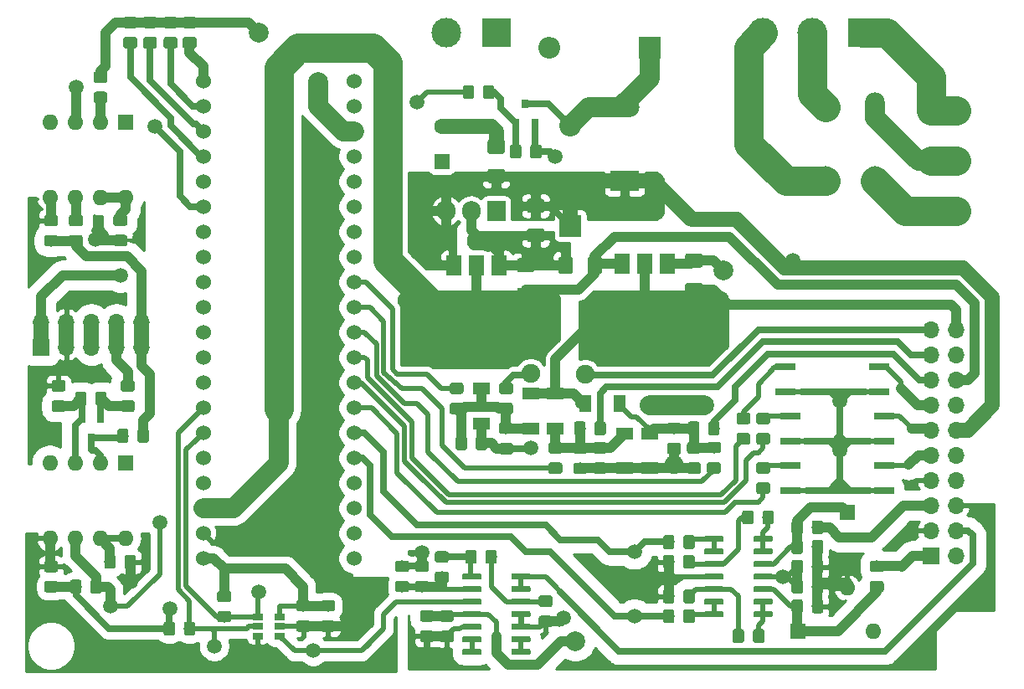
<source format=gtl>
G04 #@! TF.GenerationSoftware,KiCad,Pcbnew,(5.1.4)-1*
G04 #@! TF.CreationDate,2020-06-04T10:48:23-03:00*
G04 #@! TF.ProjectId,ModPrincipal,4d6f6450-7269-46e6-9369-70616c2e6b69,1.0*
G04 #@! TF.SameCoordinates,Original*
G04 #@! TF.FileFunction,Copper,L1,Top*
G04 #@! TF.FilePolarity,Positive*
%FSLAX46Y46*%
G04 Gerber Fmt 4.6, Leading zero omitted, Abs format (unit mm)*
G04 Created by KiCad (PCBNEW (5.1.4)-1) date 2020-06-04 10:48:23*
%MOMM*%
%LPD*%
G04 APERTURE LIST*
%ADD10R,3.000000X3.000000*%
%ADD11C,3.000000*%
%ADD12R,2.000000X0.640000*%
%ADD13C,0.100000*%
%ADD14C,1.150000*%
%ADD15O,1.700000X1.700000*%
%ADD16R,1.700000X1.700000*%
%ADD17R,1.700000X1.300000*%
%ADD18R,1.300000X1.700000*%
%ADD19O,2.000000X3.000000*%
%ADD20O,3.000000X2.000000*%
%ADD21R,3.000000X2.000000*%
%ADD22C,1.524000*%
%ADD23O,1.905000X2.000000*%
%ADD24R,1.905000X2.000000*%
%ADD25R,1.500000X2.000000*%
%ADD26R,3.800000X2.000000*%
%ADD27O,1.600000X1.600000*%
%ADD28R,1.600000X1.600000*%
%ADD29R,1.060000X0.650000*%
%ADD30C,0.600000*%
%ADD31C,1.500000*%
%ADD32R,0.800000X0.900000*%
%ADD33O,2.200000X2.200000*%
%ADD34R,2.200000X2.200000*%
%ADD35C,1.425000*%
%ADD36C,1.600000*%
%ADD37C,1.900000*%
%ADD38C,2.000000*%
%ADD39C,1.000000*%
%ADD40C,0.500000*%
%ADD41C,0.700000*%
%ADD42C,1.500000*%
%ADD43C,2.000000*%
%ADD44C,3.000000*%
%ADD45C,0.254000*%
G04 APERTURE END LIST*
D10*
X76000000Y-45000000D03*
D11*
X71000000Y-45000000D03*
D10*
X113000000Y-45000000D03*
D11*
X108000000Y-45000000D03*
X103000000Y-45000000D03*
D12*
X114750000Y-78730000D03*
X114750000Y-81270000D03*
X105250000Y-81270000D03*
X105250000Y-78730000D03*
X115250000Y-83730000D03*
X115250000Y-86270000D03*
X105750000Y-86270000D03*
X105750000Y-83730000D03*
X115250000Y-88730000D03*
X115250000Y-91270000D03*
X105750000Y-91270000D03*
X105750000Y-88730000D03*
D13*
G36*
X103474505Y-88426204D02*
G01*
X103498773Y-88429804D01*
X103522572Y-88435765D01*
X103545671Y-88444030D01*
X103567850Y-88454520D01*
X103588893Y-88467132D01*
X103608599Y-88481747D01*
X103626777Y-88498223D01*
X103643253Y-88516401D01*
X103657868Y-88536107D01*
X103670480Y-88557150D01*
X103680970Y-88579329D01*
X103689235Y-88602428D01*
X103695196Y-88626227D01*
X103698796Y-88650495D01*
X103700000Y-88674999D01*
X103700000Y-89325001D01*
X103698796Y-89349505D01*
X103695196Y-89373773D01*
X103689235Y-89397572D01*
X103680970Y-89420671D01*
X103670480Y-89442850D01*
X103657868Y-89463893D01*
X103643253Y-89483599D01*
X103626777Y-89501777D01*
X103608599Y-89518253D01*
X103588893Y-89532868D01*
X103567850Y-89545480D01*
X103545671Y-89555970D01*
X103522572Y-89564235D01*
X103498773Y-89570196D01*
X103474505Y-89573796D01*
X103450001Y-89575000D01*
X102549999Y-89575000D01*
X102525495Y-89573796D01*
X102501227Y-89570196D01*
X102477428Y-89564235D01*
X102454329Y-89555970D01*
X102432150Y-89545480D01*
X102411107Y-89532868D01*
X102391401Y-89518253D01*
X102373223Y-89501777D01*
X102356747Y-89483599D01*
X102342132Y-89463893D01*
X102329520Y-89442850D01*
X102319030Y-89420671D01*
X102310765Y-89397572D01*
X102304804Y-89373773D01*
X102301204Y-89349505D01*
X102300000Y-89325001D01*
X102300000Y-88674999D01*
X102301204Y-88650495D01*
X102304804Y-88626227D01*
X102310765Y-88602428D01*
X102319030Y-88579329D01*
X102329520Y-88557150D01*
X102342132Y-88536107D01*
X102356747Y-88516401D01*
X102373223Y-88498223D01*
X102391401Y-88481747D01*
X102411107Y-88467132D01*
X102432150Y-88454520D01*
X102454329Y-88444030D01*
X102477428Y-88435765D01*
X102501227Y-88429804D01*
X102525495Y-88426204D01*
X102549999Y-88425000D01*
X103450001Y-88425000D01*
X103474505Y-88426204D01*
X103474505Y-88426204D01*
G37*
D14*
X103000000Y-89000000D03*
D13*
G36*
X103474505Y-90476204D02*
G01*
X103498773Y-90479804D01*
X103522572Y-90485765D01*
X103545671Y-90494030D01*
X103567850Y-90504520D01*
X103588893Y-90517132D01*
X103608599Y-90531747D01*
X103626777Y-90548223D01*
X103643253Y-90566401D01*
X103657868Y-90586107D01*
X103670480Y-90607150D01*
X103680970Y-90629329D01*
X103689235Y-90652428D01*
X103695196Y-90676227D01*
X103698796Y-90700495D01*
X103700000Y-90724999D01*
X103700000Y-91375001D01*
X103698796Y-91399505D01*
X103695196Y-91423773D01*
X103689235Y-91447572D01*
X103680970Y-91470671D01*
X103670480Y-91492850D01*
X103657868Y-91513893D01*
X103643253Y-91533599D01*
X103626777Y-91551777D01*
X103608599Y-91568253D01*
X103588893Y-91582868D01*
X103567850Y-91595480D01*
X103545671Y-91605970D01*
X103522572Y-91614235D01*
X103498773Y-91620196D01*
X103474505Y-91623796D01*
X103450001Y-91625000D01*
X102549999Y-91625000D01*
X102525495Y-91623796D01*
X102501227Y-91620196D01*
X102477428Y-91614235D01*
X102454329Y-91605970D01*
X102432150Y-91595480D01*
X102411107Y-91582868D01*
X102391401Y-91568253D01*
X102373223Y-91551777D01*
X102356747Y-91533599D01*
X102342132Y-91513893D01*
X102329520Y-91492850D01*
X102319030Y-91470671D01*
X102310765Y-91447572D01*
X102304804Y-91423773D01*
X102301204Y-91399505D01*
X102300000Y-91375001D01*
X102300000Y-90724999D01*
X102301204Y-90700495D01*
X102304804Y-90676227D01*
X102310765Y-90652428D01*
X102319030Y-90629329D01*
X102329520Y-90607150D01*
X102342132Y-90586107D01*
X102356747Y-90566401D01*
X102373223Y-90548223D01*
X102391401Y-90531747D01*
X102411107Y-90517132D01*
X102432150Y-90504520D01*
X102454329Y-90494030D01*
X102477428Y-90485765D01*
X102501227Y-90479804D01*
X102525495Y-90476204D01*
X102549999Y-90475000D01*
X103450001Y-90475000D01*
X103474505Y-90476204D01*
X103474505Y-90476204D01*
G37*
D14*
X103000000Y-91050000D03*
D13*
G36*
X101474505Y-83426204D02*
G01*
X101498773Y-83429804D01*
X101522572Y-83435765D01*
X101545671Y-83444030D01*
X101567850Y-83454520D01*
X101588893Y-83467132D01*
X101608599Y-83481747D01*
X101626777Y-83498223D01*
X101643253Y-83516401D01*
X101657868Y-83536107D01*
X101670480Y-83557150D01*
X101680970Y-83579329D01*
X101689235Y-83602428D01*
X101695196Y-83626227D01*
X101698796Y-83650495D01*
X101700000Y-83674999D01*
X101700000Y-84325001D01*
X101698796Y-84349505D01*
X101695196Y-84373773D01*
X101689235Y-84397572D01*
X101680970Y-84420671D01*
X101670480Y-84442850D01*
X101657868Y-84463893D01*
X101643253Y-84483599D01*
X101626777Y-84501777D01*
X101608599Y-84518253D01*
X101588893Y-84532868D01*
X101567850Y-84545480D01*
X101545671Y-84555970D01*
X101522572Y-84564235D01*
X101498773Y-84570196D01*
X101474505Y-84573796D01*
X101450001Y-84575000D01*
X100549999Y-84575000D01*
X100525495Y-84573796D01*
X100501227Y-84570196D01*
X100477428Y-84564235D01*
X100454329Y-84555970D01*
X100432150Y-84545480D01*
X100411107Y-84532868D01*
X100391401Y-84518253D01*
X100373223Y-84501777D01*
X100356747Y-84483599D01*
X100342132Y-84463893D01*
X100329520Y-84442850D01*
X100319030Y-84420671D01*
X100310765Y-84397572D01*
X100304804Y-84373773D01*
X100301204Y-84349505D01*
X100300000Y-84325001D01*
X100300000Y-83674999D01*
X100301204Y-83650495D01*
X100304804Y-83626227D01*
X100310765Y-83602428D01*
X100319030Y-83579329D01*
X100329520Y-83557150D01*
X100342132Y-83536107D01*
X100356747Y-83516401D01*
X100373223Y-83498223D01*
X100391401Y-83481747D01*
X100411107Y-83467132D01*
X100432150Y-83454520D01*
X100454329Y-83444030D01*
X100477428Y-83435765D01*
X100501227Y-83429804D01*
X100525495Y-83426204D01*
X100549999Y-83425000D01*
X101450001Y-83425000D01*
X101474505Y-83426204D01*
X101474505Y-83426204D01*
G37*
D14*
X101000000Y-84000000D03*
D13*
G36*
X101474505Y-85476204D02*
G01*
X101498773Y-85479804D01*
X101522572Y-85485765D01*
X101545671Y-85494030D01*
X101567850Y-85504520D01*
X101588893Y-85517132D01*
X101608599Y-85531747D01*
X101626777Y-85548223D01*
X101643253Y-85566401D01*
X101657868Y-85586107D01*
X101670480Y-85607150D01*
X101680970Y-85629329D01*
X101689235Y-85652428D01*
X101695196Y-85676227D01*
X101698796Y-85700495D01*
X101700000Y-85724999D01*
X101700000Y-86375001D01*
X101698796Y-86399505D01*
X101695196Y-86423773D01*
X101689235Y-86447572D01*
X101680970Y-86470671D01*
X101670480Y-86492850D01*
X101657868Y-86513893D01*
X101643253Y-86533599D01*
X101626777Y-86551777D01*
X101608599Y-86568253D01*
X101588893Y-86582868D01*
X101567850Y-86595480D01*
X101545671Y-86605970D01*
X101522572Y-86614235D01*
X101498773Y-86620196D01*
X101474505Y-86623796D01*
X101450001Y-86625000D01*
X100549999Y-86625000D01*
X100525495Y-86623796D01*
X100501227Y-86620196D01*
X100477428Y-86614235D01*
X100454329Y-86605970D01*
X100432150Y-86595480D01*
X100411107Y-86582868D01*
X100391401Y-86568253D01*
X100373223Y-86551777D01*
X100356747Y-86533599D01*
X100342132Y-86513893D01*
X100329520Y-86492850D01*
X100319030Y-86470671D01*
X100310765Y-86447572D01*
X100304804Y-86423773D01*
X100301204Y-86399505D01*
X100300000Y-86375001D01*
X100300000Y-85724999D01*
X100301204Y-85700495D01*
X100304804Y-85676227D01*
X100310765Y-85652428D01*
X100319030Y-85629329D01*
X100329520Y-85607150D01*
X100342132Y-85586107D01*
X100356747Y-85566401D01*
X100373223Y-85548223D01*
X100391401Y-85531747D01*
X100411107Y-85517132D01*
X100432150Y-85504520D01*
X100454329Y-85494030D01*
X100477428Y-85485765D01*
X100501227Y-85479804D01*
X100525495Y-85476204D01*
X100549999Y-85475000D01*
X101450001Y-85475000D01*
X101474505Y-85476204D01*
X101474505Y-85476204D01*
G37*
D14*
X101000000Y-86050000D03*
D13*
G36*
X103474505Y-83426204D02*
G01*
X103498773Y-83429804D01*
X103522572Y-83435765D01*
X103545671Y-83444030D01*
X103567850Y-83454520D01*
X103588893Y-83467132D01*
X103608599Y-83481747D01*
X103626777Y-83498223D01*
X103643253Y-83516401D01*
X103657868Y-83536107D01*
X103670480Y-83557150D01*
X103680970Y-83579329D01*
X103689235Y-83602428D01*
X103695196Y-83626227D01*
X103698796Y-83650495D01*
X103700000Y-83674999D01*
X103700000Y-84325001D01*
X103698796Y-84349505D01*
X103695196Y-84373773D01*
X103689235Y-84397572D01*
X103680970Y-84420671D01*
X103670480Y-84442850D01*
X103657868Y-84463893D01*
X103643253Y-84483599D01*
X103626777Y-84501777D01*
X103608599Y-84518253D01*
X103588893Y-84532868D01*
X103567850Y-84545480D01*
X103545671Y-84555970D01*
X103522572Y-84564235D01*
X103498773Y-84570196D01*
X103474505Y-84573796D01*
X103450001Y-84575000D01*
X102549999Y-84575000D01*
X102525495Y-84573796D01*
X102501227Y-84570196D01*
X102477428Y-84564235D01*
X102454329Y-84555970D01*
X102432150Y-84545480D01*
X102411107Y-84532868D01*
X102391401Y-84518253D01*
X102373223Y-84501777D01*
X102356747Y-84483599D01*
X102342132Y-84463893D01*
X102329520Y-84442850D01*
X102319030Y-84420671D01*
X102310765Y-84397572D01*
X102304804Y-84373773D01*
X102301204Y-84349505D01*
X102300000Y-84325001D01*
X102300000Y-83674999D01*
X102301204Y-83650495D01*
X102304804Y-83626227D01*
X102310765Y-83602428D01*
X102319030Y-83579329D01*
X102329520Y-83557150D01*
X102342132Y-83536107D01*
X102356747Y-83516401D01*
X102373223Y-83498223D01*
X102391401Y-83481747D01*
X102411107Y-83467132D01*
X102432150Y-83454520D01*
X102454329Y-83444030D01*
X102477428Y-83435765D01*
X102501227Y-83429804D01*
X102525495Y-83426204D01*
X102549999Y-83425000D01*
X103450001Y-83425000D01*
X103474505Y-83426204D01*
X103474505Y-83426204D01*
G37*
D14*
X103000000Y-84000000D03*
D13*
G36*
X103474505Y-85476204D02*
G01*
X103498773Y-85479804D01*
X103522572Y-85485765D01*
X103545671Y-85494030D01*
X103567850Y-85504520D01*
X103588893Y-85517132D01*
X103608599Y-85531747D01*
X103626777Y-85548223D01*
X103643253Y-85566401D01*
X103657868Y-85586107D01*
X103670480Y-85607150D01*
X103680970Y-85629329D01*
X103689235Y-85652428D01*
X103695196Y-85676227D01*
X103698796Y-85700495D01*
X103700000Y-85724999D01*
X103700000Y-86375001D01*
X103698796Y-86399505D01*
X103695196Y-86423773D01*
X103689235Y-86447572D01*
X103680970Y-86470671D01*
X103670480Y-86492850D01*
X103657868Y-86513893D01*
X103643253Y-86533599D01*
X103626777Y-86551777D01*
X103608599Y-86568253D01*
X103588893Y-86582868D01*
X103567850Y-86595480D01*
X103545671Y-86605970D01*
X103522572Y-86614235D01*
X103498773Y-86620196D01*
X103474505Y-86623796D01*
X103450001Y-86625000D01*
X102549999Y-86625000D01*
X102525495Y-86623796D01*
X102501227Y-86620196D01*
X102477428Y-86614235D01*
X102454329Y-86605970D01*
X102432150Y-86595480D01*
X102411107Y-86582868D01*
X102391401Y-86568253D01*
X102373223Y-86551777D01*
X102356747Y-86533599D01*
X102342132Y-86513893D01*
X102329520Y-86492850D01*
X102319030Y-86470671D01*
X102310765Y-86447572D01*
X102304804Y-86423773D01*
X102301204Y-86399505D01*
X102300000Y-86375001D01*
X102300000Y-85724999D01*
X102301204Y-85700495D01*
X102304804Y-85676227D01*
X102310765Y-85652428D01*
X102319030Y-85629329D01*
X102329520Y-85607150D01*
X102342132Y-85586107D01*
X102356747Y-85566401D01*
X102373223Y-85548223D01*
X102391401Y-85531747D01*
X102411107Y-85517132D01*
X102432150Y-85504520D01*
X102454329Y-85494030D01*
X102477428Y-85485765D01*
X102501227Y-85479804D01*
X102525495Y-85476204D01*
X102549999Y-85475000D01*
X103450001Y-85475000D01*
X103474505Y-85476204D01*
X103474505Y-85476204D01*
G37*
D14*
X103000000Y-86050000D03*
D15*
X40160000Y-74235000D03*
X40160000Y-76775000D03*
X37620000Y-74235000D03*
X37620000Y-76775000D03*
X35080000Y-74235000D03*
X35080000Y-76775000D03*
X32540000Y-74235000D03*
X32540000Y-76775000D03*
X30000000Y-74235000D03*
D16*
X30000000Y-76775000D03*
X119960000Y-63000000D03*
D15*
X122500000Y-63000000D03*
X119960000Y-57920000D03*
X122500000Y-57920000D03*
X119960000Y-52840000D03*
X122500000Y-52840000D03*
D17*
X91500000Y-89000000D03*
X91500000Y-85500000D03*
D18*
X88500000Y-82500000D03*
X85000000Y-82500000D03*
D17*
X74500000Y-84500000D03*
X74500000Y-81000000D03*
X79500000Y-85000000D03*
X79500000Y-81500000D03*
X89000000Y-89000000D03*
X89000000Y-85500000D03*
X82000000Y-85000000D03*
X82000000Y-81500000D03*
D13*
G36*
X39474505Y-45426204D02*
G01*
X39498773Y-45429804D01*
X39522572Y-45435765D01*
X39545671Y-45444030D01*
X39567850Y-45454520D01*
X39588893Y-45467132D01*
X39608599Y-45481747D01*
X39626777Y-45498223D01*
X39643253Y-45516401D01*
X39657868Y-45536107D01*
X39670480Y-45557150D01*
X39680970Y-45579329D01*
X39689235Y-45602428D01*
X39695196Y-45626227D01*
X39698796Y-45650495D01*
X39700000Y-45674999D01*
X39700000Y-46325001D01*
X39698796Y-46349505D01*
X39695196Y-46373773D01*
X39689235Y-46397572D01*
X39680970Y-46420671D01*
X39670480Y-46442850D01*
X39657868Y-46463893D01*
X39643253Y-46483599D01*
X39626777Y-46501777D01*
X39608599Y-46518253D01*
X39588893Y-46532868D01*
X39567850Y-46545480D01*
X39545671Y-46555970D01*
X39522572Y-46564235D01*
X39498773Y-46570196D01*
X39474505Y-46573796D01*
X39450001Y-46575000D01*
X38549999Y-46575000D01*
X38525495Y-46573796D01*
X38501227Y-46570196D01*
X38477428Y-46564235D01*
X38454329Y-46555970D01*
X38432150Y-46545480D01*
X38411107Y-46532868D01*
X38391401Y-46518253D01*
X38373223Y-46501777D01*
X38356747Y-46483599D01*
X38342132Y-46463893D01*
X38329520Y-46442850D01*
X38319030Y-46420671D01*
X38310765Y-46397572D01*
X38304804Y-46373773D01*
X38301204Y-46349505D01*
X38300000Y-46325001D01*
X38300000Y-45674999D01*
X38301204Y-45650495D01*
X38304804Y-45626227D01*
X38310765Y-45602428D01*
X38319030Y-45579329D01*
X38329520Y-45557150D01*
X38342132Y-45536107D01*
X38356747Y-45516401D01*
X38373223Y-45498223D01*
X38391401Y-45481747D01*
X38411107Y-45467132D01*
X38432150Y-45454520D01*
X38454329Y-45444030D01*
X38477428Y-45435765D01*
X38501227Y-45429804D01*
X38525495Y-45426204D01*
X38549999Y-45425000D01*
X39450001Y-45425000D01*
X39474505Y-45426204D01*
X39474505Y-45426204D01*
G37*
D14*
X39000000Y-46000000D03*
D13*
G36*
X39474505Y-43376204D02*
G01*
X39498773Y-43379804D01*
X39522572Y-43385765D01*
X39545671Y-43394030D01*
X39567850Y-43404520D01*
X39588893Y-43417132D01*
X39608599Y-43431747D01*
X39626777Y-43448223D01*
X39643253Y-43466401D01*
X39657868Y-43486107D01*
X39670480Y-43507150D01*
X39680970Y-43529329D01*
X39689235Y-43552428D01*
X39695196Y-43576227D01*
X39698796Y-43600495D01*
X39700000Y-43624999D01*
X39700000Y-44275001D01*
X39698796Y-44299505D01*
X39695196Y-44323773D01*
X39689235Y-44347572D01*
X39680970Y-44370671D01*
X39670480Y-44392850D01*
X39657868Y-44413893D01*
X39643253Y-44433599D01*
X39626777Y-44451777D01*
X39608599Y-44468253D01*
X39588893Y-44482868D01*
X39567850Y-44495480D01*
X39545671Y-44505970D01*
X39522572Y-44514235D01*
X39498773Y-44520196D01*
X39474505Y-44523796D01*
X39450001Y-44525000D01*
X38549999Y-44525000D01*
X38525495Y-44523796D01*
X38501227Y-44520196D01*
X38477428Y-44514235D01*
X38454329Y-44505970D01*
X38432150Y-44495480D01*
X38411107Y-44482868D01*
X38391401Y-44468253D01*
X38373223Y-44451777D01*
X38356747Y-44433599D01*
X38342132Y-44413893D01*
X38329520Y-44392850D01*
X38319030Y-44370671D01*
X38310765Y-44347572D01*
X38304804Y-44323773D01*
X38301204Y-44299505D01*
X38300000Y-44275001D01*
X38300000Y-43624999D01*
X38301204Y-43600495D01*
X38304804Y-43576227D01*
X38310765Y-43552428D01*
X38319030Y-43529329D01*
X38329520Y-43507150D01*
X38342132Y-43486107D01*
X38356747Y-43466401D01*
X38373223Y-43448223D01*
X38391401Y-43431747D01*
X38411107Y-43417132D01*
X38432150Y-43404520D01*
X38454329Y-43394030D01*
X38477428Y-43385765D01*
X38501227Y-43379804D01*
X38525495Y-43376204D01*
X38549999Y-43375000D01*
X39450001Y-43375000D01*
X39474505Y-43376204D01*
X39474505Y-43376204D01*
G37*
D14*
X39000000Y-43950000D03*
D13*
G36*
X41474505Y-45426204D02*
G01*
X41498773Y-45429804D01*
X41522572Y-45435765D01*
X41545671Y-45444030D01*
X41567850Y-45454520D01*
X41588893Y-45467132D01*
X41608599Y-45481747D01*
X41626777Y-45498223D01*
X41643253Y-45516401D01*
X41657868Y-45536107D01*
X41670480Y-45557150D01*
X41680970Y-45579329D01*
X41689235Y-45602428D01*
X41695196Y-45626227D01*
X41698796Y-45650495D01*
X41700000Y-45674999D01*
X41700000Y-46325001D01*
X41698796Y-46349505D01*
X41695196Y-46373773D01*
X41689235Y-46397572D01*
X41680970Y-46420671D01*
X41670480Y-46442850D01*
X41657868Y-46463893D01*
X41643253Y-46483599D01*
X41626777Y-46501777D01*
X41608599Y-46518253D01*
X41588893Y-46532868D01*
X41567850Y-46545480D01*
X41545671Y-46555970D01*
X41522572Y-46564235D01*
X41498773Y-46570196D01*
X41474505Y-46573796D01*
X41450001Y-46575000D01*
X40549999Y-46575000D01*
X40525495Y-46573796D01*
X40501227Y-46570196D01*
X40477428Y-46564235D01*
X40454329Y-46555970D01*
X40432150Y-46545480D01*
X40411107Y-46532868D01*
X40391401Y-46518253D01*
X40373223Y-46501777D01*
X40356747Y-46483599D01*
X40342132Y-46463893D01*
X40329520Y-46442850D01*
X40319030Y-46420671D01*
X40310765Y-46397572D01*
X40304804Y-46373773D01*
X40301204Y-46349505D01*
X40300000Y-46325001D01*
X40300000Y-45674999D01*
X40301204Y-45650495D01*
X40304804Y-45626227D01*
X40310765Y-45602428D01*
X40319030Y-45579329D01*
X40329520Y-45557150D01*
X40342132Y-45536107D01*
X40356747Y-45516401D01*
X40373223Y-45498223D01*
X40391401Y-45481747D01*
X40411107Y-45467132D01*
X40432150Y-45454520D01*
X40454329Y-45444030D01*
X40477428Y-45435765D01*
X40501227Y-45429804D01*
X40525495Y-45426204D01*
X40549999Y-45425000D01*
X41450001Y-45425000D01*
X41474505Y-45426204D01*
X41474505Y-45426204D01*
G37*
D14*
X41000000Y-46000000D03*
D13*
G36*
X41474505Y-43376204D02*
G01*
X41498773Y-43379804D01*
X41522572Y-43385765D01*
X41545671Y-43394030D01*
X41567850Y-43404520D01*
X41588893Y-43417132D01*
X41608599Y-43431747D01*
X41626777Y-43448223D01*
X41643253Y-43466401D01*
X41657868Y-43486107D01*
X41670480Y-43507150D01*
X41680970Y-43529329D01*
X41689235Y-43552428D01*
X41695196Y-43576227D01*
X41698796Y-43600495D01*
X41700000Y-43624999D01*
X41700000Y-44275001D01*
X41698796Y-44299505D01*
X41695196Y-44323773D01*
X41689235Y-44347572D01*
X41680970Y-44370671D01*
X41670480Y-44392850D01*
X41657868Y-44413893D01*
X41643253Y-44433599D01*
X41626777Y-44451777D01*
X41608599Y-44468253D01*
X41588893Y-44482868D01*
X41567850Y-44495480D01*
X41545671Y-44505970D01*
X41522572Y-44514235D01*
X41498773Y-44520196D01*
X41474505Y-44523796D01*
X41450001Y-44525000D01*
X40549999Y-44525000D01*
X40525495Y-44523796D01*
X40501227Y-44520196D01*
X40477428Y-44514235D01*
X40454329Y-44505970D01*
X40432150Y-44495480D01*
X40411107Y-44482868D01*
X40391401Y-44468253D01*
X40373223Y-44451777D01*
X40356747Y-44433599D01*
X40342132Y-44413893D01*
X40329520Y-44392850D01*
X40319030Y-44370671D01*
X40310765Y-44347572D01*
X40304804Y-44323773D01*
X40301204Y-44299505D01*
X40300000Y-44275001D01*
X40300000Y-43624999D01*
X40301204Y-43600495D01*
X40304804Y-43576227D01*
X40310765Y-43552428D01*
X40319030Y-43529329D01*
X40329520Y-43507150D01*
X40342132Y-43486107D01*
X40356747Y-43466401D01*
X40373223Y-43448223D01*
X40391401Y-43431747D01*
X40411107Y-43417132D01*
X40432150Y-43404520D01*
X40454329Y-43394030D01*
X40477428Y-43385765D01*
X40501227Y-43379804D01*
X40525495Y-43376204D01*
X40549999Y-43375000D01*
X41450001Y-43375000D01*
X41474505Y-43376204D01*
X41474505Y-43376204D01*
G37*
D14*
X41000000Y-43950000D03*
D13*
G36*
X43549504Y-45426204D02*
G01*
X43573772Y-45429804D01*
X43597571Y-45435765D01*
X43620670Y-45444030D01*
X43642849Y-45454520D01*
X43663892Y-45467132D01*
X43683598Y-45481747D01*
X43701776Y-45498223D01*
X43718252Y-45516401D01*
X43732867Y-45536107D01*
X43745479Y-45557150D01*
X43755969Y-45579329D01*
X43764234Y-45602428D01*
X43770195Y-45626227D01*
X43773795Y-45650495D01*
X43774999Y-45674999D01*
X43774999Y-46325001D01*
X43773795Y-46349505D01*
X43770195Y-46373773D01*
X43764234Y-46397572D01*
X43755969Y-46420671D01*
X43745479Y-46442850D01*
X43732867Y-46463893D01*
X43718252Y-46483599D01*
X43701776Y-46501777D01*
X43683598Y-46518253D01*
X43663892Y-46532868D01*
X43642849Y-46545480D01*
X43620670Y-46555970D01*
X43597571Y-46564235D01*
X43573772Y-46570196D01*
X43549504Y-46573796D01*
X43525000Y-46575000D01*
X42624998Y-46575000D01*
X42600494Y-46573796D01*
X42576226Y-46570196D01*
X42552427Y-46564235D01*
X42529328Y-46555970D01*
X42507149Y-46545480D01*
X42486106Y-46532868D01*
X42466400Y-46518253D01*
X42448222Y-46501777D01*
X42431746Y-46483599D01*
X42417131Y-46463893D01*
X42404519Y-46442850D01*
X42394029Y-46420671D01*
X42385764Y-46397572D01*
X42379803Y-46373773D01*
X42376203Y-46349505D01*
X42374999Y-46325001D01*
X42374999Y-45674999D01*
X42376203Y-45650495D01*
X42379803Y-45626227D01*
X42385764Y-45602428D01*
X42394029Y-45579329D01*
X42404519Y-45557150D01*
X42417131Y-45536107D01*
X42431746Y-45516401D01*
X42448222Y-45498223D01*
X42466400Y-45481747D01*
X42486106Y-45467132D01*
X42507149Y-45454520D01*
X42529328Y-45444030D01*
X42552427Y-45435765D01*
X42576226Y-45429804D01*
X42600494Y-45426204D01*
X42624998Y-45425000D01*
X43525000Y-45425000D01*
X43549504Y-45426204D01*
X43549504Y-45426204D01*
G37*
D14*
X43074999Y-46000000D03*
D13*
G36*
X43549504Y-43376204D02*
G01*
X43573772Y-43379804D01*
X43597571Y-43385765D01*
X43620670Y-43394030D01*
X43642849Y-43404520D01*
X43663892Y-43417132D01*
X43683598Y-43431747D01*
X43701776Y-43448223D01*
X43718252Y-43466401D01*
X43732867Y-43486107D01*
X43745479Y-43507150D01*
X43755969Y-43529329D01*
X43764234Y-43552428D01*
X43770195Y-43576227D01*
X43773795Y-43600495D01*
X43774999Y-43624999D01*
X43774999Y-44275001D01*
X43773795Y-44299505D01*
X43770195Y-44323773D01*
X43764234Y-44347572D01*
X43755969Y-44370671D01*
X43745479Y-44392850D01*
X43732867Y-44413893D01*
X43718252Y-44433599D01*
X43701776Y-44451777D01*
X43683598Y-44468253D01*
X43663892Y-44482868D01*
X43642849Y-44495480D01*
X43620670Y-44505970D01*
X43597571Y-44514235D01*
X43573772Y-44520196D01*
X43549504Y-44523796D01*
X43525000Y-44525000D01*
X42624998Y-44525000D01*
X42600494Y-44523796D01*
X42576226Y-44520196D01*
X42552427Y-44514235D01*
X42529328Y-44505970D01*
X42507149Y-44495480D01*
X42486106Y-44482868D01*
X42466400Y-44468253D01*
X42448222Y-44451777D01*
X42431746Y-44433599D01*
X42417131Y-44413893D01*
X42404519Y-44392850D01*
X42394029Y-44370671D01*
X42385764Y-44347572D01*
X42379803Y-44323773D01*
X42376203Y-44299505D01*
X42374999Y-44275001D01*
X42374999Y-43624999D01*
X42376203Y-43600495D01*
X42379803Y-43576227D01*
X42385764Y-43552428D01*
X42394029Y-43529329D01*
X42404519Y-43507150D01*
X42417131Y-43486107D01*
X42431746Y-43466401D01*
X42448222Y-43448223D01*
X42466400Y-43431747D01*
X42486106Y-43417132D01*
X42507149Y-43404520D01*
X42529328Y-43394030D01*
X42552427Y-43385765D01*
X42576226Y-43379804D01*
X42600494Y-43376204D01*
X42624998Y-43375000D01*
X43525000Y-43375000D01*
X43549504Y-43376204D01*
X43549504Y-43376204D01*
G37*
D14*
X43074999Y-43950000D03*
D13*
G36*
X45474505Y-45426204D02*
G01*
X45498773Y-45429804D01*
X45522572Y-45435765D01*
X45545671Y-45444030D01*
X45567850Y-45454520D01*
X45588893Y-45467132D01*
X45608599Y-45481747D01*
X45626777Y-45498223D01*
X45643253Y-45516401D01*
X45657868Y-45536107D01*
X45670480Y-45557150D01*
X45680970Y-45579329D01*
X45689235Y-45602428D01*
X45695196Y-45626227D01*
X45698796Y-45650495D01*
X45700000Y-45674999D01*
X45700000Y-46325001D01*
X45698796Y-46349505D01*
X45695196Y-46373773D01*
X45689235Y-46397572D01*
X45680970Y-46420671D01*
X45670480Y-46442850D01*
X45657868Y-46463893D01*
X45643253Y-46483599D01*
X45626777Y-46501777D01*
X45608599Y-46518253D01*
X45588893Y-46532868D01*
X45567850Y-46545480D01*
X45545671Y-46555970D01*
X45522572Y-46564235D01*
X45498773Y-46570196D01*
X45474505Y-46573796D01*
X45450001Y-46575000D01*
X44549999Y-46575000D01*
X44525495Y-46573796D01*
X44501227Y-46570196D01*
X44477428Y-46564235D01*
X44454329Y-46555970D01*
X44432150Y-46545480D01*
X44411107Y-46532868D01*
X44391401Y-46518253D01*
X44373223Y-46501777D01*
X44356747Y-46483599D01*
X44342132Y-46463893D01*
X44329520Y-46442850D01*
X44319030Y-46420671D01*
X44310765Y-46397572D01*
X44304804Y-46373773D01*
X44301204Y-46349505D01*
X44300000Y-46325001D01*
X44300000Y-45674999D01*
X44301204Y-45650495D01*
X44304804Y-45626227D01*
X44310765Y-45602428D01*
X44319030Y-45579329D01*
X44329520Y-45557150D01*
X44342132Y-45536107D01*
X44356747Y-45516401D01*
X44373223Y-45498223D01*
X44391401Y-45481747D01*
X44411107Y-45467132D01*
X44432150Y-45454520D01*
X44454329Y-45444030D01*
X44477428Y-45435765D01*
X44501227Y-45429804D01*
X44525495Y-45426204D01*
X44549999Y-45425000D01*
X45450001Y-45425000D01*
X45474505Y-45426204D01*
X45474505Y-45426204D01*
G37*
D14*
X45000000Y-46000000D03*
D13*
G36*
X45474505Y-43376204D02*
G01*
X45498773Y-43379804D01*
X45522572Y-43385765D01*
X45545671Y-43394030D01*
X45567850Y-43404520D01*
X45588893Y-43417132D01*
X45608599Y-43431747D01*
X45626777Y-43448223D01*
X45643253Y-43466401D01*
X45657868Y-43486107D01*
X45670480Y-43507150D01*
X45680970Y-43529329D01*
X45689235Y-43552428D01*
X45695196Y-43576227D01*
X45698796Y-43600495D01*
X45700000Y-43624999D01*
X45700000Y-44275001D01*
X45698796Y-44299505D01*
X45695196Y-44323773D01*
X45689235Y-44347572D01*
X45680970Y-44370671D01*
X45670480Y-44392850D01*
X45657868Y-44413893D01*
X45643253Y-44433599D01*
X45626777Y-44451777D01*
X45608599Y-44468253D01*
X45588893Y-44482868D01*
X45567850Y-44495480D01*
X45545671Y-44505970D01*
X45522572Y-44514235D01*
X45498773Y-44520196D01*
X45474505Y-44523796D01*
X45450001Y-44525000D01*
X44549999Y-44525000D01*
X44525495Y-44523796D01*
X44501227Y-44520196D01*
X44477428Y-44514235D01*
X44454329Y-44505970D01*
X44432150Y-44495480D01*
X44411107Y-44482868D01*
X44391401Y-44468253D01*
X44373223Y-44451777D01*
X44356747Y-44433599D01*
X44342132Y-44413893D01*
X44329520Y-44392850D01*
X44319030Y-44370671D01*
X44310765Y-44347572D01*
X44304804Y-44323773D01*
X44301204Y-44299505D01*
X44300000Y-44275001D01*
X44300000Y-43624999D01*
X44301204Y-43600495D01*
X44304804Y-43576227D01*
X44310765Y-43552428D01*
X44319030Y-43529329D01*
X44329520Y-43507150D01*
X44342132Y-43486107D01*
X44356747Y-43466401D01*
X44373223Y-43448223D01*
X44391401Y-43431747D01*
X44411107Y-43417132D01*
X44432150Y-43404520D01*
X44454329Y-43394030D01*
X44477428Y-43385765D01*
X44501227Y-43379804D01*
X44525495Y-43376204D01*
X44549999Y-43375000D01*
X45450001Y-43375000D01*
X45474505Y-43376204D01*
X45474505Y-43376204D01*
G37*
D14*
X45000000Y-43950000D03*
D19*
X114340000Y-60000000D03*
X109300000Y-52500000D03*
X114340000Y-52500000D03*
X109300000Y-60000000D03*
D20*
X89000000Y-52500000D03*
D21*
X89000000Y-60000000D03*
D22*
X46380000Y-49870000D03*
X46380000Y-52410000D03*
X46380000Y-54950000D03*
X46380000Y-57490000D03*
X46380000Y-60030000D03*
X46380000Y-62570000D03*
X46380000Y-65110000D03*
X46380000Y-67650000D03*
X46380000Y-70190000D03*
X46380000Y-72730000D03*
X46380000Y-75270000D03*
X46380000Y-77810000D03*
X46380000Y-80350000D03*
X46380000Y-82890000D03*
X46380000Y-85430000D03*
X46380000Y-87970000D03*
X46380000Y-90510000D03*
X46380000Y-95590000D03*
X46380000Y-98130000D03*
X61620000Y-98130000D03*
X61620000Y-95590000D03*
X61620000Y-93050000D03*
X61620000Y-90510000D03*
X61620000Y-87970000D03*
X61620000Y-85430000D03*
X61620000Y-82890000D03*
X61620000Y-80350000D03*
X61620000Y-77810000D03*
X61620000Y-75270000D03*
X61620000Y-72730000D03*
X61620000Y-70190000D03*
X61620000Y-67650000D03*
X61620000Y-65110000D03*
X61620000Y-62570000D03*
X61620000Y-60030000D03*
X61620000Y-57490000D03*
X61620000Y-54950000D03*
X61620000Y-52410000D03*
X61620000Y-49870000D03*
X46380000Y-93050000D03*
D23*
X70920000Y-63000000D03*
X73460000Y-63000000D03*
D24*
X76000000Y-63000000D03*
D25*
X93300000Y-68350000D03*
X88700000Y-68350000D03*
X91000000Y-68350000D03*
D26*
X91000000Y-74650000D03*
D25*
X76300000Y-68500000D03*
X71700000Y-68500000D03*
X74000000Y-68500000D03*
D26*
X74000000Y-74800000D03*
D27*
X38500000Y-96120000D03*
X30880000Y-88500000D03*
X35960000Y-96120000D03*
X33420000Y-88500000D03*
X33420000Y-96120000D03*
X35960000Y-88500000D03*
X30880000Y-96120000D03*
D28*
X38500000Y-88500000D03*
D27*
X38500000Y-61620000D03*
X30880000Y-54000000D03*
X35960000Y-61620000D03*
X33420000Y-54000000D03*
X33420000Y-61620000D03*
X35960000Y-54000000D03*
X30880000Y-61620000D03*
D28*
X38500000Y-54000000D03*
D29*
X51900000Y-105050000D03*
X51900000Y-106000000D03*
X51900000Y-104100000D03*
X54100000Y-104100000D03*
X54100000Y-105050000D03*
X54100000Y-106000000D03*
D13*
G36*
X79339703Y-99700722D02*
G01*
X79354264Y-99702882D01*
X79368543Y-99706459D01*
X79382403Y-99711418D01*
X79395710Y-99717712D01*
X79408336Y-99725280D01*
X79420159Y-99734048D01*
X79431066Y-99743934D01*
X79440952Y-99754841D01*
X79449720Y-99766664D01*
X79457288Y-99779290D01*
X79463582Y-99792597D01*
X79468541Y-99806457D01*
X79472118Y-99820736D01*
X79474278Y-99835297D01*
X79475000Y-99850000D01*
X79475000Y-100150000D01*
X79474278Y-100164703D01*
X79472118Y-100179264D01*
X79468541Y-100193543D01*
X79463582Y-100207403D01*
X79457288Y-100220710D01*
X79449720Y-100233336D01*
X79440952Y-100245159D01*
X79431066Y-100256066D01*
X79420159Y-100265952D01*
X79408336Y-100274720D01*
X79395710Y-100282288D01*
X79382403Y-100288582D01*
X79368543Y-100293541D01*
X79354264Y-100297118D01*
X79339703Y-100299278D01*
X79325000Y-100300000D01*
X77675000Y-100300000D01*
X77660297Y-100299278D01*
X77645736Y-100297118D01*
X77631457Y-100293541D01*
X77617597Y-100288582D01*
X77604290Y-100282288D01*
X77591664Y-100274720D01*
X77579841Y-100265952D01*
X77568934Y-100256066D01*
X77559048Y-100245159D01*
X77550280Y-100233336D01*
X77542712Y-100220710D01*
X77536418Y-100207403D01*
X77531459Y-100193543D01*
X77527882Y-100179264D01*
X77525722Y-100164703D01*
X77525000Y-100150000D01*
X77525000Y-99850000D01*
X77525722Y-99835297D01*
X77527882Y-99820736D01*
X77531459Y-99806457D01*
X77536418Y-99792597D01*
X77542712Y-99779290D01*
X77550280Y-99766664D01*
X77559048Y-99754841D01*
X77568934Y-99743934D01*
X77579841Y-99734048D01*
X77591664Y-99725280D01*
X77604290Y-99717712D01*
X77617597Y-99711418D01*
X77631457Y-99706459D01*
X77645736Y-99702882D01*
X77660297Y-99700722D01*
X77675000Y-99700000D01*
X79325000Y-99700000D01*
X79339703Y-99700722D01*
X79339703Y-99700722D01*
G37*
D30*
X78500000Y-100000000D03*
D13*
G36*
X79339703Y-100970722D02*
G01*
X79354264Y-100972882D01*
X79368543Y-100976459D01*
X79382403Y-100981418D01*
X79395710Y-100987712D01*
X79408336Y-100995280D01*
X79420159Y-101004048D01*
X79431066Y-101013934D01*
X79440952Y-101024841D01*
X79449720Y-101036664D01*
X79457288Y-101049290D01*
X79463582Y-101062597D01*
X79468541Y-101076457D01*
X79472118Y-101090736D01*
X79474278Y-101105297D01*
X79475000Y-101120000D01*
X79475000Y-101420000D01*
X79474278Y-101434703D01*
X79472118Y-101449264D01*
X79468541Y-101463543D01*
X79463582Y-101477403D01*
X79457288Y-101490710D01*
X79449720Y-101503336D01*
X79440952Y-101515159D01*
X79431066Y-101526066D01*
X79420159Y-101535952D01*
X79408336Y-101544720D01*
X79395710Y-101552288D01*
X79382403Y-101558582D01*
X79368543Y-101563541D01*
X79354264Y-101567118D01*
X79339703Y-101569278D01*
X79325000Y-101570000D01*
X77675000Y-101570000D01*
X77660297Y-101569278D01*
X77645736Y-101567118D01*
X77631457Y-101563541D01*
X77617597Y-101558582D01*
X77604290Y-101552288D01*
X77591664Y-101544720D01*
X77579841Y-101535952D01*
X77568934Y-101526066D01*
X77559048Y-101515159D01*
X77550280Y-101503336D01*
X77542712Y-101490710D01*
X77536418Y-101477403D01*
X77531459Y-101463543D01*
X77527882Y-101449264D01*
X77525722Y-101434703D01*
X77525000Y-101420000D01*
X77525000Y-101120000D01*
X77525722Y-101105297D01*
X77527882Y-101090736D01*
X77531459Y-101076457D01*
X77536418Y-101062597D01*
X77542712Y-101049290D01*
X77550280Y-101036664D01*
X77559048Y-101024841D01*
X77568934Y-101013934D01*
X77579841Y-101004048D01*
X77591664Y-100995280D01*
X77604290Y-100987712D01*
X77617597Y-100981418D01*
X77631457Y-100976459D01*
X77645736Y-100972882D01*
X77660297Y-100970722D01*
X77675000Y-100970000D01*
X79325000Y-100970000D01*
X79339703Y-100970722D01*
X79339703Y-100970722D01*
G37*
D30*
X78500000Y-101270000D03*
D13*
G36*
X79339703Y-102240722D02*
G01*
X79354264Y-102242882D01*
X79368543Y-102246459D01*
X79382403Y-102251418D01*
X79395710Y-102257712D01*
X79408336Y-102265280D01*
X79420159Y-102274048D01*
X79431066Y-102283934D01*
X79440952Y-102294841D01*
X79449720Y-102306664D01*
X79457288Y-102319290D01*
X79463582Y-102332597D01*
X79468541Y-102346457D01*
X79472118Y-102360736D01*
X79474278Y-102375297D01*
X79475000Y-102390000D01*
X79475000Y-102690000D01*
X79474278Y-102704703D01*
X79472118Y-102719264D01*
X79468541Y-102733543D01*
X79463582Y-102747403D01*
X79457288Y-102760710D01*
X79449720Y-102773336D01*
X79440952Y-102785159D01*
X79431066Y-102796066D01*
X79420159Y-102805952D01*
X79408336Y-102814720D01*
X79395710Y-102822288D01*
X79382403Y-102828582D01*
X79368543Y-102833541D01*
X79354264Y-102837118D01*
X79339703Y-102839278D01*
X79325000Y-102840000D01*
X77675000Y-102840000D01*
X77660297Y-102839278D01*
X77645736Y-102837118D01*
X77631457Y-102833541D01*
X77617597Y-102828582D01*
X77604290Y-102822288D01*
X77591664Y-102814720D01*
X77579841Y-102805952D01*
X77568934Y-102796066D01*
X77559048Y-102785159D01*
X77550280Y-102773336D01*
X77542712Y-102760710D01*
X77536418Y-102747403D01*
X77531459Y-102733543D01*
X77527882Y-102719264D01*
X77525722Y-102704703D01*
X77525000Y-102690000D01*
X77525000Y-102390000D01*
X77525722Y-102375297D01*
X77527882Y-102360736D01*
X77531459Y-102346457D01*
X77536418Y-102332597D01*
X77542712Y-102319290D01*
X77550280Y-102306664D01*
X77559048Y-102294841D01*
X77568934Y-102283934D01*
X77579841Y-102274048D01*
X77591664Y-102265280D01*
X77604290Y-102257712D01*
X77617597Y-102251418D01*
X77631457Y-102246459D01*
X77645736Y-102242882D01*
X77660297Y-102240722D01*
X77675000Y-102240000D01*
X79325000Y-102240000D01*
X79339703Y-102240722D01*
X79339703Y-102240722D01*
G37*
D30*
X78500000Y-102540000D03*
D13*
G36*
X79339703Y-103510722D02*
G01*
X79354264Y-103512882D01*
X79368543Y-103516459D01*
X79382403Y-103521418D01*
X79395710Y-103527712D01*
X79408336Y-103535280D01*
X79420159Y-103544048D01*
X79431066Y-103553934D01*
X79440952Y-103564841D01*
X79449720Y-103576664D01*
X79457288Y-103589290D01*
X79463582Y-103602597D01*
X79468541Y-103616457D01*
X79472118Y-103630736D01*
X79474278Y-103645297D01*
X79475000Y-103660000D01*
X79475000Y-103960000D01*
X79474278Y-103974703D01*
X79472118Y-103989264D01*
X79468541Y-104003543D01*
X79463582Y-104017403D01*
X79457288Y-104030710D01*
X79449720Y-104043336D01*
X79440952Y-104055159D01*
X79431066Y-104066066D01*
X79420159Y-104075952D01*
X79408336Y-104084720D01*
X79395710Y-104092288D01*
X79382403Y-104098582D01*
X79368543Y-104103541D01*
X79354264Y-104107118D01*
X79339703Y-104109278D01*
X79325000Y-104110000D01*
X77675000Y-104110000D01*
X77660297Y-104109278D01*
X77645736Y-104107118D01*
X77631457Y-104103541D01*
X77617597Y-104098582D01*
X77604290Y-104092288D01*
X77591664Y-104084720D01*
X77579841Y-104075952D01*
X77568934Y-104066066D01*
X77559048Y-104055159D01*
X77550280Y-104043336D01*
X77542712Y-104030710D01*
X77536418Y-104017403D01*
X77531459Y-104003543D01*
X77527882Y-103989264D01*
X77525722Y-103974703D01*
X77525000Y-103960000D01*
X77525000Y-103660000D01*
X77525722Y-103645297D01*
X77527882Y-103630736D01*
X77531459Y-103616457D01*
X77536418Y-103602597D01*
X77542712Y-103589290D01*
X77550280Y-103576664D01*
X77559048Y-103564841D01*
X77568934Y-103553934D01*
X77579841Y-103544048D01*
X77591664Y-103535280D01*
X77604290Y-103527712D01*
X77617597Y-103521418D01*
X77631457Y-103516459D01*
X77645736Y-103512882D01*
X77660297Y-103510722D01*
X77675000Y-103510000D01*
X79325000Y-103510000D01*
X79339703Y-103510722D01*
X79339703Y-103510722D01*
G37*
D30*
X78500000Y-103810000D03*
D13*
G36*
X79339703Y-104780722D02*
G01*
X79354264Y-104782882D01*
X79368543Y-104786459D01*
X79382403Y-104791418D01*
X79395710Y-104797712D01*
X79408336Y-104805280D01*
X79420159Y-104814048D01*
X79431066Y-104823934D01*
X79440952Y-104834841D01*
X79449720Y-104846664D01*
X79457288Y-104859290D01*
X79463582Y-104872597D01*
X79468541Y-104886457D01*
X79472118Y-104900736D01*
X79474278Y-104915297D01*
X79475000Y-104930000D01*
X79475000Y-105230000D01*
X79474278Y-105244703D01*
X79472118Y-105259264D01*
X79468541Y-105273543D01*
X79463582Y-105287403D01*
X79457288Y-105300710D01*
X79449720Y-105313336D01*
X79440952Y-105325159D01*
X79431066Y-105336066D01*
X79420159Y-105345952D01*
X79408336Y-105354720D01*
X79395710Y-105362288D01*
X79382403Y-105368582D01*
X79368543Y-105373541D01*
X79354264Y-105377118D01*
X79339703Y-105379278D01*
X79325000Y-105380000D01*
X77675000Y-105380000D01*
X77660297Y-105379278D01*
X77645736Y-105377118D01*
X77631457Y-105373541D01*
X77617597Y-105368582D01*
X77604290Y-105362288D01*
X77591664Y-105354720D01*
X77579841Y-105345952D01*
X77568934Y-105336066D01*
X77559048Y-105325159D01*
X77550280Y-105313336D01*
X77542712Y-105300710D01*
X77536418Y-105287403D01*
X77531459Y-105273543D01*
X77527882Y-105259264D01*
X77525722Y-105244703D01*
X77525000Y-105230000D01*
X77525000Y-104930000D01*
X77525722Y-104915297D01*
X77527882Y-104900736D01*
X77531459Y-104886457D01*
X77536418Y-104872597D01*
X77542712Y-104859290D01*
X77550280Y-104846664D01*
X77559048Y-104834841D01*
X77568934Y-104823934D01*
X77579841Y-104814048D01*
X77591664Y-104805280D01*
X77604290Y-104797712D01*
X77617597Y-104791418D01*
X77631457Y-104786459D01*
X77645736Y-104782882D01*
X77660297Y-104780722D01*
X77675000Y-104780000D01*
X79325000Y-104780000D01*
X79339703Y-104780722D01*
X79339703Y-104780722D01*
G37*
D30*
X78500000Y-105080000D03*
D13*
G36*
X79339703Y-106050722D02*
G01*
X79354264Y-106052882D01*
X79368543Y-106056459D01*
X79382403Y-106061418D01*
X79395710Y-106067712D01*
X79408336Y-106075280D01*
X79420159Y-106084048D01*
X79431066Y-106093934D01*
X79440952Y-106104841D01*
X79449720Y-106116664D01*
X79457288Y-106129290D01*
X79463582Y-106142597D01*
X79468541Y-106156457D01*
X79472118Y-106170736D01*
X79474278Y-106185297D01*
X79475000Y-106200000D01*
X79475000Y-106500000D01*
X79474278Y-106514703D01*
X79472118Y-106529264D01*
X79468541Y-106543543D01*
X79463582Y-106557403D01*
X79457288Y-106570710D01*
X79449720Y-106583336D01*
X79440952Y-106595159D01*
X79431066Y-106606066D01*
X79420159Y-106615952D01*
X79408336Y-106624720D01*
X79395710Y-106632288D01*
X79382403Y-106638582D01*
X79368543Y-106643541D01*
X79354264Y-106647118D01*
X79339703Y-106649278D01*
X79325000Y-106650000D01*
X77675000Y-106650000D01*
X77660297Y-106649278D01*
X77645736Y-106647118D01*
X77631457Y-106643541D01*
X77617597Y-106638582D01*
X77604290Y-106632288D01*
X77591664Y-106624720D01*
X77579841Y-106615952D01*
X77568934Y-106606066D01*
X77559048Y-106595159D01*
X77550280Y-106583336D01*
X77542712Y-106570710D01*
X77536418Y-106557403D01*
X77531459Y-106543543D01*
X77527882Y-106529264D01*
X77525722Y-106514703D01*
X77525000Y-106500000D01*
X77525000Y-106200000D01*
X77525722Y-106185297D01*
X77527882Y-106170736D01*
X77531459Y-106156457D01*
X77536418Y-106142597D01*
X77542712Y-106129290D01*
X77550280Y-106116664D01*
X77559048Y-106104841D01*
X77568934Y-106093934D01*
X77579841Y-106084048D01*
X77591664Y-106075280D01*
X77604290Y-106067712D01*
X77617597Y-106061418D01*
X77631457Y-106056459D01*
X77645736Y-106052882D01*
X77660297Y-106050722D01*
X77675000Y-106050000D01*
X79325000Y-106050000D01*
X79339703Y-106050722D01*
X79339703Y-106050722D01*
G37*
D30*
X78500000Y-106350000D03*
D13*
G36*
X79339703Y-107320722D02*
G01*
X79354264Y-107322882D01*
X79368543Y-107326459D01*
X79382403Y-107331418D01*
X79395710Y-107337712D01*
X79408336Y-107345280D01*
X79420159Y-107354048D01*
X79431066Y-107363934D01*
X79440952Y-107374841D01*
X79449720Y-107386664D01*
X79457288Y-107399290D01*
X79463582Y-107412597D01*
X79468541Y-107426457D01*
X79472118Y-107440736D01*
X79474278Y-107455297D01*
X79475000Y-107470000D01*
X79475000Y-107770000D01*
X79474278Y-107784703D01*
X79472118Y-107799264D01*
X79468541Y-107813543D01*
X79463582Y-107827403D01*
X79457288Y-107840710D01*
X79449720Y-107853336D01*
X79440952Y-107865159D01*
X79431066Y-107876066D01*
X79420159Y-107885952D01*
X79408336Y-107894720D01*
X79395710Y-107902288D01*
X79382403Y-107908582D01*
X79368543Y-107913541D01*
X79354264Y-107917118D01*
X79339703Y-107919278D01*
X79325000Y-107920000D01*
X77675000Y-107920000D01*
X77660297Y-107919278D01*
X77645736Y-107917118D01*
X77631457Y-107913541D01*
X77617597Y-107908582D01*
X77604290Y-107902288D01*
X77591664Y-107894720D01*
X77579841Y-107885952D01*
X77568934Y-107876066D01*
X77559048Y-107865159D01*
X77550280Y-107853336D01*
X77542712Y-107840710D01*
X77536418Y-107827403D01*
X77531459Y-107813543D01*
X77527882Y-107799264D01*
X77525722Y-107784703D01*
X77525000Y-107770000D01*
X77525000Y-107470000D01*
X77525722Y-107455297D01*
X77527882Y-107440736D01*
X77531459Y-107426457D01*
X77536418Y-107412597D01*
X77542712Y-107399290D01*
X77550280Y-107386664D01*
X77559048Y-107374841D01*
X77568934Y-107363934D01*
X77579841Y-107354048D01*
X77591664Y-107345280D01*
X77604290Y-107337712D01*
X77617597Y-107331418D01*
X77631457Y-107326459D01*
X77645736Y-107322882D01*
X77660297Y-107320722D01*
X77675000Y-107320000D01*
X79325000Y-107320000D01*
X79339703Y-107320722D01*
X79339703Y-107320722D01*
G37*
D30*
X78500000Y-107620000D03*
D13*
G36*
X74389703Y-107320722D02*
G01*
X74404264Y-107322882D01*
X74418543Y-107326459D01*
X74432403Y-107331418D01*
X74445710Y-107337712D01*
X74458336Y-107345280D01*
X74470159Y-107354048D01*
X74481066Y-107363934D01*
X74490952Y-107374841D01*
X74499720Y-107386664D01*
X74507288Y-107399290D01*
X74513582Y-107412597D01*
X74518541Y-107426457D01*
X74522118Y-107440736D01*
X74524278Y-107455297D01*
X74525000Y-107470000D01*
X74525000Y-107770000D01*
X74524278Y-107784703D01*
X74522118Y-107799264D01*
X74518541Y-107813543D01*
X74513582Y-107827403D01*
X74507288Y-107840710D01*
X74499720Y-107853336D01*
X74490952Y-107865159D01*
X74481066Y-107876066D01*
X74470159Y-107885952D01*
X74458336Y-107894720D01*
X74445710Y-107902288D01*
X74432403Y-107908582D01*
X74418543Y-107913541D01*
X74404264Y-107917118D01*
X74389703Y-107919278D01*
X74375000Y-107920000D01*
X72725000Y-107920000D01*
X72710297Y-107919278D01*
X72695736Y-107917118D01*
X72681457Y-107913541D01*
X72667597Y-107908582D01*
X72654290Y-107902288D01*
X72641664Y-107894720D01*
X72629841Y-107885952D01*
X72618934Y-107876066D01*
X72609048Y-107865159D01*
X72600280Y-107853336D01*
X72592712Y-107840710D01*
X72586418Y-107827403D01*
X72581459Y-107813543D01*
X72577882Y-107799264D01*
X72575722Y-107784703D01*
X72575000Y-107770000D01*
X72575000Y-107470000D01*
X72575722Y-107455297D01*
X72577882Y-107440736D01*
X72581459Y-107426457D01*
X72586418Y-107412597D01*
X72592712Y-107399290D01*
X72600280Y-107386664D01*
X72609048Y-107374841D01*
X72618934Y-107363934D01*
X72629841Y-107354048D01*
X72641664Y-107345280D01*
X72654290Y-107337712D01*
X72667597Y-107331418D01*
X72681457Y-107326459D01*
X72695736Y-107322882D01*
X72710297Y-107320722D01*
X72725000Y-107320000D01*
X74375000Y-107320000D01*
X74389703Y-107320722D01*
X74389703Y-107320722D01*
G37*
D30*
X73550000Y-107620000D03*
D13*
G36*
X74389703Y-106050722D02*
G01*
X74404264Y-106052882D01*
X74418543Y-106056459D01*
X74432403Y-106061418D01*
X74445710Y-106067712D01*
X74458336Y-106075280D01*
X74470159Y-106084048D01*
X74481066Y-106093934D01*
X74490952Y-106104841D01*
X74499720Y-106116664D01*
X74507288Y-106129290D01*
X74513582Y-106142597D01*
X74518541Y-106156457D01*
X74522118Y-106170736D01*
X74524278Y-106185297D01*
X74525000Y-106200000D01*
X74525000Y-106500000D01*
X74524278Y-106514703D01*
X74522118Y-106529264D01*
X74518541Y-106543543D01*
X74513582Y-106557403D01*
X74507288Y-106570710D01*
X74499720Y-106583336D01*
X74490952Y-106595159D01*
X74481066Y-106606066D01*
X74470159Y-106615952D01*
X74458336Y-106624720D01*
X74445710Y-106632288D01*
X74432403Y-106638582D01*
X74418543Y-106643541D01*
X74404264Y-106647118D01*
X74389703Y-106649278D01*
X74375000Y-106650000D01*
X72725000Y-106650000D01*
X72710297Y-106649278D01*
X72695736Y-106647118D01*
X72681457Y-106643541D01*
X72667597Y-106638582D01*
X72654290Y-106632288D01*
X72641664Y-106624720D01*
X72629841Y-106615952D01*
X72618934Y-106606066D01*
X72609048Y-106595159D01*
X72600280Y-106583336D01*
X72592712Y-106570710D01*
X72586418Y-106557403D01*
X72581459Y-106543543D01*
X72577882Y-106529264D01*
X72575722Y-106514703D01*
X72575000Y-106500000D01*
X72575000Y-106200000D01*
X72575722Y-106185297D01*
X72577882Y-106170736D01*
X72581459Y-106156457D01*
X72586418Y-106142597D01*
X72592712Y-106129290D01*
X72600280Y-106116664D01*
X72609048Y-106104841D01*
X72618934Y-106093934D01*
X72629841Y-106084048D01*
X72641664Y-106075280D01*
X72654290Y-106067712D01*
X72667597Y-106061418D01*
X72681457Y-106056459D01*
X72695736Y-106052882D01*
X72710297Y-106050722D01*
X72725000Y-106050000D01*
X74375000Y-106050000D01*
X74389703Y-106050722D01*
X74389703Y-106050722D01*
G37*
D30*
X73550000Y-106350000D03*
D13*
G36*
X74389703Y-104780722D02*
G01*
X74404264Y-104782882D01*
X74418543Y-104786459D01*
X74432403Y-104791418D01*
X74445710Y-104797712D01*
X74458336Y-104805280D01*
X74470159Y-104814048D01*
X74481066Y-104823934D01*
X74490952Y-104834841D01*
X74499720Y-104846664D01*
X74507288Y-104859290D01*
X74513582Y-104872597D01*
X74518541Y-104886457D01*
X74522118Y-104900736D01*
X74524278Y-104915297D01*
X74525000Y-104930000D01*
X74525000Y-105230000D01*
X74524278Y-105244703D01*
X74522118Y-105259264D01*
X74518541Y-105273543D01*
X74513582Y-105287403D01*
X74507288Y-105300710D01*
X74499720Y-105313336D01*
X74490952Y-105325159D01*
X74481066Y-105336066D01*
X74470159Y-105345952D01*
X74458336Y-105354720D01*
X74445710Y-105362288D01*
X74432403Y-105368582D01*
X74418543Y-105373541D01*
X74404264Y-105377118D01*
X74389703Y-105379278D01*
X74375000Y-105380000D01*
X72725000Y-105380000D01*
X72710297Y-105379278D01*
X72695736Y-105377118D01*
X72681457Y-105373541D01*
X72667597Y-105368582D01*
X72654290Y-105362288D01*
X72641664Y-105354720D01*
X72629841Y-105345952D01*
X72618934Y-105336066D01*
X72609048Y-105325159D01*
X72600280Y-105313336D01*
X72592712Y-105300710D01*
X72586418Y-105287403D01*
X72581459Y-105273543D01*
X72577882Y-105259264D01*
X72575722Y-105244703D01*
X72575000Y-105230000D01*
X72575000Y-104930000D01*
X72575722Y-104915297D01*
X72577882Y-104900736D01*
X72581459Y-104886457D01*
X72586418Y-104872597D01*
X72592712Y-104859290D01*
X72600280Y-104846664D01*
X72609048Y-104834841D01*
X72618934Y-104823934D01*
X72629841Y-104814048D01*
X72641664Y-104805280D01*
X72654290Y-104797712D01*
X72667597Y-104791418D01*
X72681457Y-104786459D01*
X72695736Y-104782882D01*
X72710297Y-104780722D01*
X72725000Y-104780000D01*
X74375000Y-104780000D01*
X74389703Y-104780722D01*
X74389703Y-104780722D01*
G37*
D30*
X73550000Y-105080000D03*
D13*
G36*
X74389703Y-103510722D02*
G01*
X74404264Y-103512882D01*
X74418543Y-103516459D01*
X74432403Y-103521418D01*
X74445710Y-103527712D01*
X74458336Y-103535280D01*
X74470159Y-103544048D01*
X74481066Y-103553934D01*
X74490952Y-103564841D01*
X74499720Y-103576664D01*
X74507288Y-103589290D01*
X74513582Y-103602597D01*
X74518541Y-103616457D01*
X74522118Y-103630736D01*
X74524278Y-103645297D01*
X74525000Y-103660000D01*
X74525000Y-103960000D01*
X74524278Y-103974703D01*
X74522118Y-103989264D01*
X74518541Y-104003543D01*
X74513582Y-104017403D01*
X74507288Y-104030710D01*
X74499720Y-104043336D01*
X74490952Y-104055159D01*
X74481066Y-104066066D01*
X74470159Y-104075952D01*
X74458336Y-104084720D01*
X74445710Y-104092288D01*
X74432403Y-104098582D01*
X74418543Y-104103541D01*
X74404264Y-104107118D01*
X74389703Y-104109278D01*
X74375000Y-104110000D01*
X72725000Y-104110000D01*
X72710297Y-104109278D01*
X72695736Y-104107118D01*
X72681457Y-104103541D01*
X72667597Y-104098582D01*
X72654290Y-104092288D01*
X72641664Y-104084720D01*
X72629841Y-104075952D01*
X72618934Y-104066066D01*
X72609048Y-104055159D01*
X72600280Y-104043336D01*
X72592712Y-104030710D01*
X72586418Y-104017403D01*
X72581459Y-104003543D01*
X72577882Y-103989264D01*
X72575722Y-103974703D01*
X72575000Y-103960000D01*
X72575000Y-103660000D01*
X72575722Y-103645297D01*
X72577882Y-103630736D01*
X72581459Y-103616457D01*
X72586418Y-103602597D01*
X72592712Y-103589290D01*
X72600280Y-103576664D01*
X72609048Y-103564841D01*
X72618934Y-103553934D01*
X72629841Y-103544048D01*
X72641664Y-103535280D01*
X72654290Y-103527712D01*
X72667597Y-103521418D01*
X72681457Y-103516459D01*
X72695736Y-103512882D01*
X72710297Y-103510722D01*
X72725000Y-103510000D01*
X74375000Y-103510000D01*
X74389703Y-103510722D01*
X74389703Y-103510722D01*
G37*
D30*
X73550000Y-103810000D03*
D13*
G36*
X74389703Y-102240722D02*
G01*
X74404264Y-102242882D01*
X74418543Y-102246459D01*
X74432403Y-102251418D01*
X74445710Y-102257712D01*
X74458336Y-102265280D01*
X74470159Y-102274048D01*
X74481066Y-102283934D01*
X74490952Y-102294841D01*
X74499720Y-102306664D01*
X74507288Y-102319290D01*
X74513582Y-102332597D01*
X74518541Y-102346457D01*
X74522118Y-102360736D01*
X74524278Y-102375297D01*
X74525000Y-102390000D01*
X74525000Y-102690000D01*
X74524278Y-102704703D01*
X74522118Y-102719264D01*
X74518541Y-102733543D01*
X74513582Y-102747403D01*
X74507288Y-102760710D01*
X74499720Y-102773336D01*
X74490952Y-102785159D01*
X74481066Y-102796066D01*
X74470159Y-102805952D01*
X74458336Y-102814720D01*
X74445710Y-102822288D01*
X74432403Y-102828582D01*
X74418543Y-102833541D01*
X74404264Y-102837118D01*
X74389703Y-102839278D01*
X74375000Y-102840000D01*
X72725000Y-102840000D01*
X72710297Y-102839278D01*
X72695736Y-102837118D01*
X72681457Y-102833541D01*
X72667597Y-102828582D01*
X72654290Y-102822288D01*
X72641664Y-102814720D01*
X72629841Y-102805952D01*
X72618934Y-102796066D01*
X72609048Y-102785159D01*
X72600280Y-102773336D01*
X72592712Y-102760710D01*
X72586418Y-102747403D01*
X72581459Y-102733543D01*
X72577882Y-102719264D01*
X72575722Y-102704703D01*
X72575000Y-102690000D01*
X72575000Y-102390000D01*
X72575722Y-102375297D01*
X72577882Y-102360736D01*
X72581459Y-102346457D01*
X72586418Y-102332597D01*
X72592712Y-102319290D01*
X72600280Y-102306664D01*
X72609048Y-102294841D01*
X72618934Y-102283934D01*
X72629841Y-102274048D01*
X72641664Y-102265280D01*
X72654290Y-102257712D01*
X72667597Y-102251418D01*
X72681457Y-102246459D01*
X72695736Y-102242882D01*
X72710297Y-102240722D01*
X72725000Y-102240000D01*
X74375000Y-102240000D01*
X74389703Y-102240722D01*
X74389703Y-102240722D01*
G37*
D30*
X73550000Y-102540000D03*
D13*
G36*
X74389703Y-100970722D02*
G01*
X74404264Y-100972882D01*
X74418543Y-100976459D01*
X74432403Y-100981418D01*
X74445710Y-100987712D01*
X74458336Y-100995280D01*
X74470159Y-101004048D01*
X74481066Y-101013934D01*
X74490952Y-101024841D01*
X74499720Y-101036664D01*
X74507288Y-101049290D01*
X74513582Y-101062597D01*
X74518541Y-101076457D01*
X74522118Y-101090736D01*
X74524278Y-101105297D01*
X74525000Y-101120000D01*
X74525000Y-101420000D01*
X74524278Y-101434703D01*
X74522118Y-101449264D01*
X74518541Y-101463543D01*
X74513582Y-101477403D01*
X74507288Y-101490710D01*
X74499720Y-101503336D01*
X74490952Y-101515159D01*
X74481066Y-101526066D01*
X74470159Y-101535952D01*
X74458336Y-101544720D01*
X74445710Y-101552288D01*
X74432403Y-101558582D01*
X74418543Y-101563541D01*
X74404264Y-101567118D01*
X74389703Y-101569278D01*
X74375000Y-101570000D01*
X72725000Y-101570000D01*
X72710297Y-101569278D01*
X72695736Y-101567118D01*
X72681457Y-101563541D01*
X72667597Y-101558582D01*
X72654290Y-101552288D01*
X72641664Y-101544720D01*
X72629841Y-101535952D01*
X72618934Y-101526066D01*
X72609048Y-101515159D01*
X72600280Y-101503336D01*
X72592712Y-101490710D01*
X72586418Y-101477403D01*
X72581459Y-101463543D01*
X72577882Y-101449264D01*
X72575722Y-101434703D01*
X72575000Y-101420000D01*
X72575000Y-101120000D01*
X72575722Y-101105297D01*
X72577882Y-101090736D01*
X72581459Y-101076457D01*
X72586418Y-101062597D01*
X72592712Y-101049290D01*
X72600280Y-101036664D01*
X72609048Y-101024841D01*
X72618934Y-101013934D01*
X72629841Y-101004048D01*
X72641664Y-100995280D01*
X72654290Y-100987712D01*
X72667597Y-100981418D01*
X72681457Y-100976459D01*
X72695736Y-100972882D01*
X72710297Y-100970722D01*
X72725000Y-100970000D01*
X74375000Y-100970000D01*
X74389703Y-100970722D01*
X74389703Y-100970722D01*
G37*
D30*
X73550000Y-101270000D03*
D13*
G36*
X74389703Y-99700722D02*
G01*
X74404264Y-99702882D01*
X74418543Y-99706459D01*
X74432403Y-99711418D01*
X74445710Y-99717712D01*
X74458336Y-99725280D01*
X74470159Y-99734048D01*
X74481066Y-99743934D01*
X74490952Y-99754841D01*
X74499720Y-99766664D01*
X74507288Y-99779290D01*
X74513582Y-99792597D01*
X74518541Y-99806457D01*
X74522118Y-99820736D01*
X74524278Y-99835297D01*
X74525000Y-99850000D01*
X74525000Y-100150000D01*
X74524278Y-100164703D01*
X74522118Y-100179264D01*
X74518541Y-100193543D01*
X74513582Y-100207403D01*
X74507288Y-100220710D01*
X74499720Y-100233336D01*
X74490952Y-100245159D01*
X74481066Y-100256066D01*
X74470159Y-100265952D01*
X74458336Y-100274720D01*
X74445710Y-100282288D01*
X74432403Y-100288582D01*
X74418543Y-100293541D01*
X74404264Y-100297118D01*
X74389703Y-100299278D01*
X74375000Y-100300000D01*
X72725000Y-100300000D01*
X72710297Y-100299278D01*
X72695736Y-100297118D01*
X72681457Y-100293541D01*
X72667597Y-100288582D01*
X72654290Y-100282288D01*
X72641664Y-100274720D01*
X72629841Y-100265952D01*
X72618934Y-100256066D01*
X72609048Y-100245159D01*
X72600280Y-100233336D01*
X72592712Y-100220710D01*
X72586418Y-100207403D01*
X72581459Y-100193543D01*
X72577882Y-100179264D01*
X72575722Y-100164703D01*
X72575000Y-100150000D01*
X72575000Y-99850000D01*
X72575722Y-99835297D01*
X72577882Y-99820736D01*
X72581459Y-99806457D01*
X72586418Y-99792597D01*
X72592712Y-99779290D01*
X72600280Y-99766664D01*
X72609048Y-99754841D01*
X72618934Y-99743934D01*
X72629841Y-99734048D01*
X72641664Y-99725280D01*
X72654290Y-99717712D01*
X72667597Y-99711418D01*
X72681457Y-99706459D01*
X72695736Y-99702882D01*
X72710297Y-99700722D01*
X72725000Y-99700000D01*
X74375000Y-99700000D01*
X74389703Y-99700722D01*
X74389703Y-99700722D01*
G37*
D30*
X73550000Y-100000000D03*
D13*
G36*
X98864703Y-103510722D02*
G01*
X98879264Y-103512882D01*
X98893543Y-103516459D01*
X98907403Y-103521418D01*
X98920710Y-103527712D01*
X98933336Y-103535280D01*
X98945159Y-103544048D01*
X98956066Y-103553934D01*
X98965952Y-103564841D01*
X98974720Y-103576664D01*
X98982288Y-103589290D01*
X98988582Y-103602597D01*
X98993541Y-103616457D01*
X98997118Y-103630736D01*
X98999278Y-103645297D01*
X99000000Y-103660000D01*
X99000000Y-103960000D01*
X98999278Y-103974703D01*
X98997118Y-103989264D01*
X98993541Y-104003543D01*
X98988582Y-104017403D01*
X98982288Y-104030710D01*
X98974720Y-104043336D01*
X98965952Y-104055159D01*
X98956066Y-104066066D01*
X98945159Y-104075952D01*
X98933336Y-104084720D01*
X98920710Y-104092288D01*
X98907403Y-104098582D01*
X98893543Y-104103541D01*
X98879264Y-104107118D01*
X98864703Y-104109278D01*
X98850000Y-104110000D01*
X97200000Y-104110000D01*
X97185297Y-104109278D01*
X97170736Y-104107118D01*
X97156457Y-104103541D01*
X97142597Y-104098582D01*
X97129290Y-104092288D01*
X97116664Y-104084720D01*
X97104841Y-104075952D01*
X97093934Y-104066066D01*
X97084048Y-104055159D01*
X97075280Y-104043336D01*
X97067712Y-104030710D01*
X97061418Y-104017403D01*
X97056459Y-104003543D01*
X97052882Y-103989264D01*
X97050722Y-103974703D01*
X97050000Y-103960000D01*
X97050000Y-103660000D01*
X97050722Y-103645297D01*
X97052882Y-103630736D01*
X97056459Y-103616457D01*
X97061418Y-103602597D01*
X97067712Y-103589290D01*
X97075280Y-103576664D01*
X97084048Y-103564841D01*
X97093934Y-103553934D01*
X97104841Y-103544048D01*
X97116664Y-103535280D01*
X97129290Y-103527712D01*
X97142597Y-103521418D01*
X97156457Y-103516459D01*
X97170736Y-103512882D01*
X97185297Y-103510722D01*
X97200000Y-103510000D01*
X98850000Y-103510000D01*
X98864703Y-103510722D01*
X98864703Y-103510722D01*
G37*
D30*
X98025000Y-103810000D03*
D13*
G36*
X98864703Y-102240722D02*
G01*
X98879264Y-102242882D01*
X98893543Y-102246459D01*
X98907403Y-102251418D01*
X98920710Y-102257712D01*
X98933336Y-102265280D01*
X98945159Y-102274048D01*
X98956066Y-102283934D01*
X98965952Y-102294841D01*
X98974720Y-102306664D01*
X98982288Y-102319290D01*
X98988582Y-102332597D01*
X98993541Y-102346457D01*
X98997118Y-102360736D01*
X98999278Y-102375297D01*
X99000000Y-102390000D01*
X99000000Y-102690000D01*
X98999278Y-102704703D01*
X98997118Y-102719264D01*
X98993541Y-102733543D01*
X98988582Y-102747403D01*
X98982288Y-102760710D01*
X98974720Y-102773336D01*
X98965952Y-102785159D01*
X98956066Y-102796066D01*
X98945159Y-102805952D01*
X98933336Y-102814720D01*
X98920710Y-102822288D01*
X98907403Y-102828582D01*
X98893543Y-102833541D01*
X98879264Y-102837118D01*
X98864703Y-102839278D01*
X98850000Y-102840000D01*
X97200000Y-102840000D01*
X97185297Y-102839278D01*
X97170736Y-102837118D01*
X97156457Y-102833541D01*
X97142597Y-102828582D01*
X97129290Y-102822288D01*
X97116664Y-102814720D01*
X97104841Y-102805952D01*
X97093934Y-102796066D01*
X97084048Y-102785159D01*
X97075280Y-102773336D01*
X97067712Y-102760710D01*
X97061418Y-102747403D01*
X97056459Y-102733543D01*
X97052882Y-102719264D01*
X97050722Y-102704703D01*
X97050000Y-102690000D01*
X97050000Y-102390000D01*
X97050722Y-102375297D01*
X97052882Y-102360736D01*
X97056459Y-102346457D01*
X97061418Y-102332597D01*
X97067712Y-102319290D01*
X97075280Y-102306664D01*
X97084048Y-102294841D01*
X97093934Y-102283934D01*
X97104841Y-102274048D01*
X97116664Y-102265280D01*
X97129290Y-102257712D01*
X97142597Y-102251418D01*
X97156457Y-102246459D01*
X97170736Y-102242882D01*
X97185297Y-102240722D01*
X97200000Y-102240000D01*
X98850000Y-102240000D01*
X98864703Y-102240722D01*
X98864703Y-102240722D01*
G37*
D30*
X98025000Y-102540000D03*
D13*
G36*
X98864703Y-100970722D02*
G01*
X98879264Y-100972882D01*
X98893543Y-100976459D01*
X98907403Y-100981418D01*
X98920710Y-100987712D01*
X98933336Y-100995280D01*
X98945159Y-101004048D01*
X98956066Y-101013934D01*
X98965952Y-101024841D01*
X98974720Y-101036664D01*
X98982288Y-101049290D01*
X98988582Y-101062597D01*
X98993541Y-101076457D01*
X98997118Y-101090736D01*
X98999278Y-101105297D01*
X99000000Y-101120000D01*
X99000000Y-101420000D01*
X98999278Y-101434703D01*
X98997118Y-101449264D01*
X98993541Y-101463543D01*
X98988582Y-101477403D01*
X98982288Y-101490710D01*
X98974720Y-101503336D01*
X98965952Y-101515159D01*
X98956066Y-101526066D01*
X98945159Y-101535952D01*
X98933336Y-101544720D01*
X98920710Y-101552288D01*
X98907403Y-101558582D01*
X98893543Y-101563541D01*
X98879264Y-101567118D01*
X98864703Y-101569278D01*
X98850000Y-101570000D01*
X97200000Y-101570000D01*
X97185297Y-101569278D01*
X97170736Y-101567118D01*
X97156457Y-101563541D01*
X97142597Y-101558582D01*
X97129290Y-101552288D01*
X97116664Y-101544720D01*
X97104841Y-101535952D01*
X97093934Y-101526066D01*
X97084048Y-101515159D01*
X97075280Y-101503336D01*
X97067712Y-101490710D01*
X97061418Y-101477403D01*
X97056459Y-101463543D01*
X97052882Y-101449264D01*
X97050722Y-101434703D01*
X97050000Y-101420000D01*
X97050000Y-101120000D01*
X97050722Y-101105297D01*
X97052882Y-101090736D01*
X97056459Y-101076457D01*
X97061418Y-101062597D01*
X97067712Y-101049290D01*
X97075280Y-101036664D01*
X97084048Y-101024841D01*
X97093934Y-101013934D01*
X97104841Y-101004048D01*
X97116664Y-100995280D01*
X97129290Y-100987712D01*
X97142597Y-100981418D01*
X97156457Y-100976459D01*
X97170736Y-100972882D01*
X97185297Y-100970722D01*
X97200000Y-100970000D01*
X98850000Y-100970000D01*
X98864703Y-100970722D01*
X98864703Y-100970722D01*
G37*
D30*
X98025000Y-101270000D03*
D13*
G36*
X98864703Y-99700722D02*
G01*
X98879264Y-99702882D01*
X98893543Y-99706459D01*
X98907403Y-99711418D01*
X98920710Y-99717712D01*
X98933336Y-99725280D01*
X98945159Y-99734048D01*
X98956066Y-99743934D01*
X98965952Y-99754841D01*
X98974720Y-99766664D01*
X98982288Y-99779290D01*
X98988582Y-99792597D01*
X98993541Y-99806457D01*
X98997118Y-99820736D01*
X98999278Y-99835297D01*
X99000000Y-99850000D01*
X99000000Y-100150000D01*
X98999278Y-100164703D01*
X98997118Y-100179264D01*
X98993541Y-100193543D01*
X98988582Y-100207403D01*
X98982288Y-100220710D01*
X98974720Y-100233336D01*
X98965952Y-100245159D01*
X98956066Y-100256066D01*
X98945159Y-100265952D01*
X98933336Y-100274720D01*
X98920710Y-100282288D01*
X98907403Y-100288582D01*
X98893543Y-100293541D01*
X98879264Y-100297118D01*
X98864703Y-100299278D01*
X98850000Y-100300000D01*
X97200000Y-100300000D01*
X97185297Y-100299278D01*
X97170736Y-100297118D01*
X97156457Y-100293541D01*
X97142597Y-100288582D01*
X97129290Y-100282288D01*
X97116664Y-100274720D01*
X97104841Y-100265952D01*
X97093934Y-100256066D01*
X97084048Y-100245159D01*
X97075280Y-100233336D01*
X97067712Y-100220710D01*
X97061418Y-100207403D01*
X97056459Y-100193543D01*
X97052882Y-100179264D01*
X97050722Y-100164703D01*
X97050000Y-100150000D01*
X97050000Y-99850000D01*
X97050722Y-99835297D01*
X97052882Y-99820736D01*
X97056459Y-99806457D01*
X97061418Y-99792597D01*
X97067712Y-99779290D01*
X97075280Y-99766664D01*
X97084048Y-99754841D01*
X97093934Y-99743934D01*
X97104841Y-99734048D01*
X97116664Y-99725280D01*
X97129290Y-99717712D01*
X97142597Y-99711418D01*
X97156457Y-99706459D01*
X97170736Y-99702882D01*
X97185297Y-99700722D01*
X97200000Y-99700000D01*
X98850000Y-99700000D01*
X98864703Y-99700722D01*
X98864703Y-99700722D01*
G37*
D30*
X98025000Y-100000000D03*
D13*
G36*
X98864703Y-98430722D02*
G01*
X98879264Y-98432882D01*
X98893543Y-98436459D01*
X98907403Y-98441418D01*
X98920710Y-98447712D01*
X98933336Y-98455280D01*
X98945159Y-98464048D01*
X98956066Y-98473934D01*
X98965952Y-98484841D01*
X98974720Y-98496664D01*
X98982288Y-98509290D01*
X98988582Y-98522597D01*
X98993541Y-98536457D01*
X98997118Y-98550736D01*
X98999278Y-98565297D01*
X99000000Y-98580000D01*
X99000000Y-98880000D01*
X98999278Y-98894703D01*
X98997118Y-98909264D01*
X98993541Y-98923543D01*
X98988582Y-98937403D01*
X98982288Y-98950710D01*
X98974720Y-98963336D01*
X98965952Y-98975159D01*
X98956066Y-98986066D01*
X98945159Y-98995952D01*
X98933336Y-99004720D01*
X98920710Y-99012288D01*
X98907403Y-99018582D01*
X98893543Y-99023541D01*
X98879264Y-99027118D01*
X98864703Y-99029278D01*
X98850000Y-99030000D01*
X97200000Y-99030000D01*
X97185297Y-99029278D01*
X97170736Y-99027118D01*
X97156457Y-99023541D01*
X97142597Y-99018582D01*
X97129290Y-99012288D01*
X97116664Y-99004720D01*
X97104841Y-98995952D01*
X97093934Y-98986066D01*
X97084048Y-98975159D01*
X97075280Y-98963336D01*
X97067712Y-98950710D01*
X97061418Y-98937403D01*
X97056459Y-98923543D01*
X97052882Y-98909264D01*
X97050722Y-98894703D01*
X97050000Y-98880000D01*
X97050000Y-98580000D01*
X97050722Y-98565297D01*
X97052882Y-98550736D01*
X97056459Y-98536457D01*
X97061418Y-98522597D01*
X97067712Y-98509290D01*
X97075280Y-98496664D01*
X97084048Y-98484841D01*
X97093934Y-98473934D01*
X97104841Y-98464048D01*
X97116664Y-98455280D01*
X97129290Y-98447712D01*
X97142597Y-98441418D01*
X97156457Y-98436459D01*
X97170736Y-98432882D01*
X97185297Y-98430722D01*
X97200000Y-98430000D01*
X98850000Y-98430000D01*
X98864703Y-98430722D01*
X98864703Y-98430722D01*
G37*
D30*
X98025000Y-98730000D03*
D13*
G36*
X98864703Y-97160722D02*
G01*
X98879264Y-97162882D01*
X98893543Y-97166459D01*
X98907403Y-97171418D01*
X98920710Y-97177712D01*
X98933336Y-97185280D01*
X98945159Y-97194048D01*
X98956066Y-97203934D01*
X98965952Y-97214841D01*
X98974720Y-97226664D01*
X98982288Y-97239290D01*
X98988582Y-97252597D01*
X98993541Y-97266457D01*
X98997118Y-97280736D01*
X98999278Y-97295297D01*
X99000000Y-97310000D01*
X99000000Y-97610000D01*
X98999278Y-97624703D01*
X98997118Y-97639264D01*
X98993541Y-97653543D01*
X98988582Y-97667403D01*
X98982288Y-97680710D01*
X98974720Y-97693336D01*
X98965952Y-97705159D01*
X98956066Y-97716066D01*
X98945159Y-97725952D01*
X98933336Y-97734720D01*
X98920710Y-97742288D01*
X98907403Y-97748582D01*
X98893543Y-97753541D01*
X98879264Y-97757118D01*
X98864703Y-97759278D01*
X98850000Y-97760000D01*
X97200000Y-97760000D01*
X97185297Y-97759278D01*
X97170736Y-97757118D01*
X97156457Y-97753541D01*
X97142597Y-97748582D01*
X97129290Y-97742288D01*
X97116664Y-97734720D01*
X97104841Y-97725952D01*
X97093934Y-97716066D01*
X97084048Y-97705159D01*
X97075280Y-97693336D01*
X97067712Y-97680710D01*
X97061418Y-97667403D01*
X97056459Y-97653543D01*
X97052882Y-97639264D01*
X97050722Y-97624703D01*
X97050000Y-97610000D01*
X97050000Y-97310000D01*
X97050722Y-97295297D01*
X97052882Y-97280736D01*
X97056459Y-97266457D01*
X97061418Y-97252597D01*
X97067712Y-97239290D01*
X97075280Y-97226664D01*
X97084048Y-97214841D01*
X97093934Y-97203934D01*
X97104841Y-97194048D01*
X97116664Y-97185280D01*
X97129290Y-97177712D01*
X97142597Y-97171418D01*
X97156457Y-97166459D01*
X97170736Y-97162882D01*
X97185297Y-97160722D01*
X97200000Y-97160000D01*
X98850000Y-97160000D01*
X98864703Y-97160722D01*
X98864703Y-97160722D01*
G37*
D30*
X98025000Y-97460000D03*
D13*
G36*
X98864703Y-95890722D02*
G01*
X98879264Y-95892882D01*
X98893543Y-95896459D01*
X98907403Y-95901418D01*
X98920710Y-95907712D01*
X98933336Y-95915280D01*
X98945159Y-95924048D01*
X98956066Y-95933934D01*
X98965952Y-95944841D01*
X98974720Y-95956664D01*
X98982288Y-95969290D01*
X98988582Y-95982597D01*
X98993541Y-95996457D01*
X98997118Y-96010736D01*
X98999278Y-96025297D01*
X99000000Y-96040000D01*
X99000000Y-96340000D01*
X98999278Y-96354703D01*
X98997118Y-96369264D01*
X98993541Y-96383543D01*
X98988582Y-96397403D01*
X98982288Y-96410710D01*
X98974720Y-96423336D01*
X98965952Y-96435159D01*
X98956066Y-96446066D01*
X98945159Y-96455952D01*
X98933336Y-96464720D01*
X98920710Y-96472288D01*
X98907403Y-96478582D01*
X98893543Y-96483541D01*
X98879264Y-96487118D01*
X98864703Y-96489278D01*
X98850000Y-96490000D01*
X97200000Y-96490000D01*
X97185297Y-96489278D01*
X97170736Y-96487118D01*
X97156457Y-96483541D01*
X97142597Y-96478582D01*
X97129290Y-96472288D01*
X97116664Y-96464720D01*
X97104841Y-96455952D01*
X97093934Y-96446066D01*
X97084048Y-96435159D01*
X97075280Y-96423336D01*
X97067712Y-96410710D01*
X97061418Y-96397403D01*
X97056459Y-96383543D01*
X97052882Y-96369264D01*
X97050722Y-96354703D01*
X97050000Y-96340000D01*
X97050000Y-96040000D01*
X97050722Y-96025297D01*
X97052882Y-96010736D01*
X97056459Y-95996457D01*
X97061418Y-95982597D01*
X97067712Y-95969290D01*
X97075280Y-95956664D01*
X97084048Y-95944841D01*
X97093934Y-95933934D01*
X97104841Y-95924048D01*
X97116664Y-95915280D01*
X97129290Y-95907712D01*
X97142597Y-95901418D01*
X97156457Y-95896459D01*
X97170736Y-95892882D01*
X97185297Y-95890722D01*
X97200000Y-95890000D01*
X98850000Y-95890000D01*
X98864703Y-95890722D01*
X98864703Y-95890722D01*
G37*
D30*
X98025000Y-96190000D03*
D13*
G36*
X103814703Y-95890722D02*
G01*
X103829264Y-95892882D01*
X103843543Y-95896459D01*
X103857403Y-95901418D01*
X103870710Y-95907712D01*
X103883336Y-95915280D01*
X103895159Y-95924048D01*
X103906066Y-95933934D01*
X103915952Y-95944841D01*
X103924720Y-95956664D01*
X103932288Y-95969290D01*
X103938582Y-95982597D01*
X103943541Y-95996457D01*
X103947118Y-96010736D01*
X103949278Y-96025297D01*
X103950000Y-96040000D01*
X103950000Y-96340000D01*
X103949278Y-96354703D01*
X103947118Y-96369264D01*
X103943541Y-96383543D01*
X103938582Y-96397403D01*
X103932288Y-96410710D01*
X103924720Y-96423336D01*
X103915952Y-96435159D01*
X103906066Y-96446066D01*
X103895159Y-96455952D01*
X103883336Y-96464720D01*
X103870710Y-96472288D01*
X103857403Y-96478582D01*
X103843543Y-96483541D01*
X103829264Y-96487118D01*
X103814703Y-96489278D01*
X103800000Y-96490000D01*
X102150000Y-96490000D01*
X102135297Y-96489278D01*
X102120736Y-96487118D01*
X102106457Y-96483541D01*
X102092597Y-96478582D01*
X102079290Y-96472288D01*
X102066664Y-96464720D01*
X102054841Y-96455952D01*
X102043934Y-96446066D01*
X102034048Y-96435159D01*
X102025280Y-96423336D01*
X102017712Y-96410710D01*
X102011418Y-96397403D01*
X102006459Y-96383543D01*
X102002882Y-96369264D01*
X102000722Y-96354703D01*
X102000000Y-96340000D01*
X102000000Y-96040000D01*
X102000722Y-96025297D01*
X102002882Y-96010736D01*
X102006459Y-95996457D01*
X102011418Y-95982597D01*
X102017712Y-95969290D01*
X102025280Y-95956664D01*
X102034048Y-95944841D01*
X102043934Y-95933934D01*
X102054841Y-95924048D01*
X102066664Y-95915280D01*
X102079290Y-95907712D01*
X102092597Y-95901418D01*
X102106457Y-95896459D01*
X102120736Y-95892882D01*
X102135297Y-95890722D01*
X102150000Y-95890000D01*
X103800000Y-95890000D01*
X103814703Y-95890722D01*
X103814703Y-95890722D01*
G37*
D30*
X102975000Y-96190000D03*
D13*
G36*
X103814703Y-97160722D02*
G01*
X103829264Y-97162882D01*
X103843543Y-97166459D01*
X103857403Y-97171418D01*
X103870710Y-97177712D01*
X103883336Y-97185280D01*
X103895159Y-97194048D01*
X103906066Y-97203934D01*
X103915952Y-97214841D01*
X103924720Y-97226664D01*
X103932288Y-97239290D01*
X103938582Y-97252597D01*
X103943541Y-97266457D01*
X103947118Y-97280736D01*
X103949278Y-97295297D01*
X103950000Y-97310000D01*
X103950000Y-97610000D01*
X103949278Y-97624703D01*
X103947118Y-97639264D01*
X103943541Y-97653543D01*
X103938582Y-97667403D01*
X103932288Y-97680710D01*
X103924720Y-97693336D01*
X103915952Y-97705159D01*
X103906066Y-97716066D01*
X103895159Y-97725952D01*
X103883336Y-97734720D01*
X103870710Y-97742288D01*
X103857403Y-97748582D01*
X103843543Y-97753541D01*
X103829264Y-97757118D01*
X103814703Y-97759278D01*
X103800000Y-97760000D01*
X102150000Y-97760000D01*
X102135297Y-97759278D01*
X102120736Y-97757118D01*
X102106457Y-97753541D01*
X102092597Y-97748582D01*
X102079290Y-97742288D01*
X102066664Y-97734720D01*
X102054841Y-97725952D01*
X102043934Y-97716066D01*
X102034048Y-97705159D01*
X102025280Y-97693336D01*
X102017712Y-97680710D01*
X102011418Y-97667403D01*
X102006459Y-97653543D01*
X102002882Y-97639264D01*
X102000722Y-97624703D01*
X102000000Y-97610000D01*
X102000000Y-97310000D01*
X102000722Y-97295297D01*
X102002882Y-97280736D01*
X102006459Y-97266457D01*
X102011418Y-97252597D01*
X102017712Y-97239290D01*
X102025280Y-97226664D01*
X102034048Y-97214841D01*
X102043934Y-97203934D01*
X102054841Y-97194048D01*
X102066664Y-97185280D01*
X102079290Y-97177712D01*
X102092597Y-97171418D01*
X102106457Y-97166459D01*
X102120736Y-97162882D01*
X102135297Y-97160722D01*
X102150000Y-97160000D01*
X103800000Y-97160000D01*
X103814703Y-97160722D01*
X103814703Y-97160722D01*
G37*
D30*
X102975000Y-97460000D03*
D13*
G36*
X103814703Y-98430722D02*
G01*
X103829264Y-98432882D01*
X103843543Y-98436459D01*
X103857403Y-98441418D01*
X103870710Y-98447712D01*
X103883336Y-98455280D01*
X103895159Y-98464048D01*
X103906066Y-98473934D01*
X103915952Y-98484841D01*
X103924720Y-98496664D01*
X103932288Y-98509290D01*
X103938582Y-98522597D01*
X103943541Y-98536457D01*
X103947118Y-98550736D01*
X103949278Y-98565297D01*
X103950000Y-98580000D01*
X103950000Y-98880000D01*
X103949278Y-98894703D01*
X103947118Y-98909264D01*
X103943541Y-98923543D01*
X103938582Y-98937403D01*
X103932288Y-98950710D01*
X103924720Y-98963336D01*
X103915952Y-98975159D01*
X103906066Y-98986066D01*
X103895159Y-98995952D01*
X103883336Y-99004720D01*
X103870710Y-99012288D01*
X103857403Y-99018582D01*
X103843543Y-99023541D01*
X103829264Y-99027118D01*
X103814703Y-99029278D01*
X103800000Y-99030000D01*
X102150000Y-99030000D01*
X102135297Y-99029278D01*
X102120736Y-99027118D01*
X102106457Y-99023541D01*
X102092597Y-99018582D01*
X102079290Y-99012288D01*
X102066664Y-99004720D01*
X102054841Y-98995952D01*
X102043934Y-98986066D01*
X102034048Y-98975159D01*
X102025280Y-98963336D01*
X102017712Y-98950710D01*
X102011418Y-98937403D01*
X102006459Y-98923543D01*
X102002882Y-98909264D01*
X102000722Y-98894703D01*
X102000000Y-98880000D01*
X102000000Y-98580000D01*
X102000722Y-98565297D01*
X102002882Y-98550736D01*
X102006459Y-98536457D01*
X102011418Y-98522597D01*
X102017712Y-98509290D01*
X102025280Y-98496664D01*
X102034048Y-98484841D01*
X102043934Y-98473934D01*
X102054841Y-98464048D01*
X102066664Y-98455280D01*
X102079290Y-98447712D01*
X102092597Y-98441418D01*
X102106457Y-98436459D01*
X102120736Y-98432882D01*
X102135297Y-98430722D01*
X102150000Y-98430000D01*
X103800000Y-98430000D01*
X103814703Y-98430722D01*
X103814703Y-98430722D01*
G37*
D30*
X102975000Y-98730000D03*
D13*
G36*
X103814703Y-99700722D02*
G01*
X103829264Y-99702882D01*
X103843543Y-99706459D01*
X103857403Y-99711418D01*
X103870710Y-99717712D01*
X103883336Y-99725280D01*
X103895159Y-99734048D01*
X103906066Y-99743934D01*
X103915952Y-99754841D01*
X103924720Y-99766664D01*
X103932288Y-99779290D01*
X103938582Y-99792597D01*
X103943541Y-99806457D01*
X103947118Y-99820736D01*
X103949278Y-99835297D01*
X103950000Y-99850000D01*
X103950000Y-100150000D01*
X103949278Y-100164703D01*
X103947118Y-100179264D01*
X103943541Y-100193543D01*
X103938582Y-100207403D01*
X103932288Y-100220710D01*
X103924720Y-100233336D01*
X103915952Y-100245159D01*
X103906066Y-100256066D01*
X103895159Y-100265952D01*
X103883336Y-100274720D01*
X103870710Y-100282288D01*
X103857403Y-100288582D01*
X103843543Y-100293541D01*
X103829264Y-100297118D01*
X103814703Y-100299278D01*
X103800000Y-100300000D01*
X102150000Y-100300000D01*
X102135297Y-100299278D01*
X102120736Y-100297118D01*
X102106457Y-100293541D01*
X102092597Y-100288582D01*
X102079290Y-100282288D01*
X102066664Y-100274720D01*
X102054841Y-100265952D01*
X102043934Y-100256066D01*
X102034048Y-100245159D01*
X102025280Y-100233336D01*
X102017712Y-100220710D01*
X102011418Y-100207403D01*
X102006459Y-100193543D01*
X102002882Y-100179264D01*
X102000722Y-100164703D01*
X102000000Y-100150000D01*
X102000000Y-99850000D01*
X102000722Y-99835297D01*
X102002882Y-99820736D01*
X102006459Y-99806457D01*
X102011418Y-99792597D01*
X102017712Y-99779290D01*
X102025280Y-99766664D01*
X102034048Y-99754841D01*
X102043934Y-99743934D01*
X102054841Y-99734048D01*
X102066664Y-99725280D01*
X102079290Y-99717712D01*
X102092597Y-99711418D01*
X102106457Y-99706459D01*
X102120736Y-99702882D01*
X102135297Y-99700722D01*
X102150000Y-99700000D01*
X103800000Y-99700000D01*
X103814703Y-99700722D01*
X103814703Y-99700722D01*
G37*
D30*
X102975000Y-100000000D03*
D13*
G36*
X103814703Y-100970722D02*
G01*
X103829264Y-100972882D01*
X103843543Y-100976459D01*
X103857403Y-100981418D01*
X103870710Y-100987712D01*
X103883336Y-100995280D01*
X103895159Y-101004048D01*
X103906066Y-101013934D01*
X103915952Y-101024841D01*
X103924720Y-101036664D01*
X103932288Y-101049290D01*
X103938582Y-101062597D01*
X103943541Y-101076457D01*
X103947118Y-101090736D01*
X103949278Y-101105297D01*
X103950000Y-101120000D01*
X103950000Y-101420000D01*
X103949278Y-101434703D01*
X103947118Y-101449264D01*
X103943541Y-101463543D01*
X103938582Y-101477403D01*
X103932288Y-101490710D01*
X103924720Y-101503336D01*
X103915952Y-101515159D01*
X103906066Y-101526066D01*
X103895159Y-101535952D01*
X103883336Y-101544720D01*
X103870710Y-101552288D01*
X103857403Y-101558582D01*
X103843543Y-101563541D01*
X103829264Y-101567118D01*
X103814703Y-101569278D01*
X103800000Y-101570000D01*
X102150000Y-101570000D01*
X102135297Y-101569278D01*
X102120736Y-101567118D01*
X102106457Y-101563541D01*
X102092597Y-101558582D01*
X102079290Y-101552288D01*
X102066664Y-101544720D01*
X102054841Y-101535952D01*
X102043934Y-101526066D01*
X102034048Y-101515159D01*
X102025280Y-101503336D01*
X102017712Y-101490710D01*
X102011418Y-101477403D01*
X102006459Y-101463543D01*
X102002882Y-101449264D01*
X102000722Y-101434703D01*
X102000000Y-101420000D01*
X102000000Y-101120000D01*
X102000722Y-101105297D01*
X102002882Y-101090736D01*
X102006459Y-101076457D01*
X102011418Y-101062597D01*
X102017712Y-101049290D01*
X102025280Y-101036664D01*
X102034048Y-101024841D01*
X102043934Y-101013934D01*
X102054841Y-101004048D01*
X102066664Y-100995280D01*
X102079290Y-100987712D01*
X102092597Y-100981418D01*
X102106457Y-100976459D01*
X102120736Y-100972882D01*
X102135297Y-100970722D01*
X102150000Y-100970000D01*
X103800000Y-100970000D01*
X103814703Y-100970722D01*
X103814703Y-100970722D01*
G37*
D30*
X102975000Y-101270000D03*
D13*
G36*
X103814703Y-102240722D02*
G01*
X103829264Y-102242882D01*
X103843543Y-102246459D01*
X103857403Y-102251418D01*
X103870710Y-102257712D01*
X103883336Y-102265280D01*
X103895159Y-102274048D01*
X103906066Y-102283934D01*
X103915952Y-102294841D01*
X103924720Y-102306664D01*
X103932288Y-102319290D01*
X103938582Y-102332597D01*
X103943541Y-102346457D01*
X103947118Y-102360736D01*
X103949278Y-102375297D01*
X103950000Y-102390000D01*
X103950000Y-102690000D01*
X103949278Y-102704703D01*
X103947118Y-102719264D01*
X103943541Y-102733543D01*
X103938582Y-102747403D01*
X103932288Y-102760710D01*
X103924720Y-102773336D01*
X103915952Y-102785159D01*
X103906066Y-102796066D01*
X103895159Y-102805952D01*
X103883336Y-102814720D01*
X103870710Y-102822288D01*
X103857403Y-102828582D01*
X103843543Y-102833541D01*
X103829264Y-102837118D01*
X103814703Y-102839278D01*
X103800000Y-102840000D01*
X102150000Y-102840000D01*
X102135297Y-102839278D01*
X102120736Y-102837118D01*
X102106457Y-102833541D01*
X102092597Y-102828582D01*
X102079290Y-102822288D01*
X102066664Y-102814720D01*
X102054841Y-102805952D01*
X102043934Y-102796066D01*
X102034048Y-102785159D01*
X102025280Y-102773336D01*
X102017712Y-102760710D01*
X102011418Y-102747403D01*
X102006459Y-102733543D01*
X102002882Y-102719264D01*
X102000722Y-102704703D01*
X102000000Y-102690000D01*
X102000000Y-102390000D01*
X102000722Y-102375297D01*
X102002882Y-102360736D01*
X102006459Y-102346457D01*
X102011418Y-102332597D01*
X102017712Y-102319290D01*
X102025280Y-102306664D01*
X102034048Y-102294841D01*
X102043934Y-102283934D01*
X102054841Y-102274048D01*
X102066664Y-102265280D01*
X102079290Y-102257712D01*
X102092597Y-102251418D01*
X102106457Y-102246459D01*
X102120736Y-102242882D01*
X102135297Y-102240722D01*
X102150000Y-102240000D01*
X103800000Y-102240000D01*
X103814703Y-102240722D01*
X103814703Y-102240722D01*
G37*
D30*
X102975000Y-102540000D03*
D13*
G36*
X103814703Y-103510722D02*
G01*
X103829264Y-103512882D01*
X103843543Y-103516459D01*
X103857403Y-103521418D01*
X103870710Y-103527712D01*
X103883336Y-103535280D01*
X103895159Y-103544048D01*
X103906066Y-103553934D01*
X103915952Y-103564841D01*
X103924720Y-103576664D01*
X103932288Y-103589290D01*
X103938582Y-103602597D01*
X103943541Y-103616457D01*
X103947118Y-103630736D01*
X103949278Y-103645297D01*
X103950000Y-103660000D01*
X103950000Y-103960000D01*
X103949278Y-103974703D01*
X103947118Y-103989264D01*
X103943541Y-104003543D01*
X103938582Y-104017403D01*
X103932288Y-104030710D01*
X103924720Y-104043336D01*
X103915952Y-104055159D01*
X103906066Y-104066066D01*
X103895159Y-104075952D01*
X103883336Y-104084720D01*
X103870710Y-104092288D01*
X103857403Y-104098582D01*
X103843543Y-104103541D01*
X103829264Y-104107118D01*
X103814703Y-104109278D01*
X103800000Y-104110000D01*
X102150000Y-104110000D01*
X102135297Y-104109278D01*
X102120736Y-104107118D01*
X102106457Y-104103541D01*
X102092597Y-104098582D01*
X102079290Y-104092288D01*
X102066664Y-104084720D01*
X102054841Y-104075952D01*
X102043934Y-104066066D01*
X102034048Y-104055159D01*
X102025280Y-104043336D01*
X102017712Y-104030710D01*
X102011418Y-104017403D01*
X102006459Y-104003543D01*
X102002882Y-103989264D01*
X102000722Y-103974703D01*
X102000000Y-103960000D01*
X102000000Y-103660000D01*
X102000722Y-103645297D01*
X102002882Y-103630736D01*
X102006459Y-103616457D01*
X102011418Y-103602597D01*
X102017712Y-103589290D01*
X102025280Y-103576664D01*
X102034048Y-103564841D01*
X102043934Y-103553934D01*
X102054841Y-103544048D01*
X102066664Y-103535280D01*
X102079290Y-103527712D01*
X102092597Y-103521418D01*
X102106457Y-103516459D01*
X102120736Y-103512882D01*
X102135297Y-103510722D01*
X102150000Y-103510000D01*
X103800000Y-103510000D01*
X103814703Y-103510722D01*
X103814703Y-103510722D01*
G37*
D30*
X102975000Y-103810000D03*
D31*
X52000000Y-101500000D03*
X47500000Y-107000000D03*
X106000000Y-68000000D03*
X86000000Y-75250000D03*
X69000000Y-75000000D03*
X37000000Y-103000000D03*
X33500000Y-50500000D03*
X57500000Y-107500000D03*
X90000000Y-97500000D03*
X90000000Y-104000000D03*
D13*
G36*
X98499505Y-88426204D02*
G01*
X98523773Y-88429804D01*
X98547572Y-88435765D01*
X98570671Y-88444030D01*
X98592850Y-88454520D01*
X98613893Y-88467132D01*
X98633599Y-88481747D01*
X98651777Y-88498223D01*
X98668253Y-88516401D01*
X98682868Y-88536107D01*
X98695480Y-88557150D01*
X98705970Y-88579329D01*
X98714235Y-88602428D01*
X98720196Y-88626227D01*
X98723796Y-88650495D01*
X98725000Y-88674999D01*
X98725000Y-89325001D01*
X98723796Y-89349505D01*
X98720196Y-89373773D01*
X98714235Y-89397572D01*
X98705970Y-89420671D01*
X98695480Y-89442850D01*
X98682868Y-89463893D01*
X98668253Y-89483599D01*
X98651777Y-89501777D01*
X98633599Y-89518253D01*
X98613893Y-89532868D01*
X98592850Y-89545480D01*
X98570671Y-89555970D01*
X98547572Y-89564235D01*
X98523773Y-89570196D01*
X98499505Y-89573796D01*
X98475001Y-89575000D01*
X97574999Y-89575000D01*
X97550495Y-89573796D01*
X97526227Y-89570196D01*
X97502428Y-89564235D01*
X97479329Y-89555970D01*
X97457150Y-89545480D01*
X97436107Y-89532868D01*
X97416401Y-89518253D01*
X97398223Y-89501777D01*
X97381747Y-89483599D01*
X97367132Y-89463893D01*
X97354520Y-89442850D01*
X97344030Y-89420671D01*
X97335765Y-89397572D01*
X97329804Y-89373773D01*
X97326204Y-89349505D01*
X97325000Y-89325001D01*
X97325000Y-88674999D01*
X97326204Y-88650495D01*
X97329804Y-88626227D01*
X97335765Y-88602428D01*
X97344030Y-88579329D01*
X97354520Y-88557150D01*
X97367132Y-88536107D01*
X97381747Y-88516401D01*
X97398223Y-88498223D01*
X97416401Y-88481747D01*
X97436107Y-88467132D01*
X97457150Y-88454520D01*
X97479329Y-88444030D01*
X97502428Y-88435765D01*
X97526227Y-88429804D01*
X97550495Y-88426204D01*
X97574999Y-88425000D01*
X98475001Y-88425000D01*
X98499505Y-88426204D01*
X98499505Y-88426204D01*
G37*
D14*
X98025000Y-89000000D03*
D13*
G36*
X98499505Y-86376204D02*
G01*
X98523773Y-86379804D01*
X98547572Y-86385765D01*
X98570671Y-86394030D01*
X98592850Y-86404520D01*
X98613893Y-86417132D01*
X98633599Y-86431747D01*
X98651777Y-86448223D01*
X98668253Y-86466401D01*
X98682868Y-86486107D01*
X98695480Y-86507150D01*
X98705970Y-86529329D01*
X98714235Y-86552428D01*
X98720196Y-86576227D01*
X98723796Y-86600495D01*
X98725000Y-86624999D01*
X98725000Y-87275001D01*
X98723796Y-87299505D01*
X98720196Y-87323773D01*
X98714235Y-87347572D01*
X98705970Y-87370671D01*
X98695480Y-87392850D01*
X98682868Y-87413893D01*
X98668253Y-87433599D01*
X98651777Y-87451777D01*
X98633599Y-87468253D01*
X98613893Y-87482868D01*
X98592850Y-87495480D01*
X98570671Y-87505970D01*
X98547572Y-87514235D01*
X98523773Y-87520196D01*
X98499505Y-87523796D01*
X98475001Y-87525000D01*
X97574999Y-87525000D01*
X97550495Y-87523796D01*
X97526227Y-87520196D01*
X97502428Y-87514235D01*
X97479329Y-87505970D01*
X97457150Y-87495480D01*
X97436107Y-87482868D01*
X97416401Y-87468253D01*
X97398223Y-87451777D01*
X97381747Y-87433599D01*
X97367132Y-87413893D01*
X97354520Y-87392850D01*
X97344030Y-87370671D01*
X97335765Y-87347572D01*
X97329804Y-87323773D01*
X97326204Y-87299505D01*
X97325000Y-87275001D01*
X97325000Y-86624999D01*
X97326204Y-86600495D01*
X97329804Y-86576227D01*
X97335765Y-86552428D01*
X97344030Y-86529329D01*
X97354520Y-86507150D01*
X97367132Y-86486107D01*
X97381747Y-86466401D01*
X97398223Y-86448223D01*
X97416401Y-86431747D01*
X97436107Y-86417132D01*
X97457150Y-86404520D01*
X97479329Y-86394030D01*
X97502428Y-86385765D01*
X97526227Y-86379804D01*
X97550495Y-86376204D01*
X97574999Y-86375000D01*
X98475001Y-86375000D01*
X98499505Y-86376204D01*
X98499505Y-86376204D01*
G37*
D14*
X98025000Y-86950000D03*
D13*
G36*
X72474505Y-80376204D02*
G01*
X72498773Y-80379804D01*
X72522572Y-80385765D01*
X72545671Y-80394030D01*
X72567850Y-80404520D01*
X72588893Y-80417132D01*
X72608599Y-80431747D01*
X72626777Y-80448223D01*
X72643253Y-80466401D01*
X72657868Y-80486107D01*
X72670480Y-80507150D01*
X72680970Y-80529329D01*
X72689235Y-80552428D01*
X72695196Y-80576227D01*
X72698796Y-80600495D01*
X72700000Y-80624999D01*
X72700000Y-81275001D01*
X72698796Y-81299505D01*
X72695196Y-81323773D01*
X72689235Y-81347572D01*
X72680970Y-81370671D01*
X72670480Y-81392850D01*
X72657868Y-81413893D01*
X72643253Y-81433599D01*
X72626777Y-81451777D01*
X72608599Y-81468253D01*
X72588893Y-81482868D01*
X72567850Y-81495480D01*
X72545671Y-81505970D01*
X72522572Y-81514235D01*
X72498773Y-81520196D01*
X72474505Y-81523796D01*
X72450001Y-81525000D01*
X71549999Y-81525000D01*
X71525495Y-81523796D01*
X71501227Y-81520196D01*
X71477428Y-81514235D01*
X71454329Y-81505970D01*
X71432150Y-81495480D01*
X71411107Y-81482868D01*
X71391401Y-81468253D01*
X71373223Y-81451777D01*
X71356747Y-81433599D01*
X71342132Y-81413893D01*
X71329520Y-81392850D01*
X71319030Y-81370671D01*
X71310765Y-81347572D01*
X71304804Y-81323773D01*
X71301204Y-81299505D01*
X71300000Y-81275001D01*
X71300000Y-80624999D01*
X71301204Y-80600495D01*
X71304804Y-80576227D01*
X71310765Y-80552428D01*
X71319030Y-80529329D01*
X71329520Y-80507150D01*
X71342132Y-80486107D01*
X71356747Y-80466401D01*
X71373223Y-80448223D01*
X71391401Y-80431747D01*
X71411107Y-80417132D01*
X71432150Y-80404520D01*
X71454329Y-80394030D01*
X71477428Y-80385765D01*
X71501227Y-80379804D01*
X71525495Y-80376204D01*
X71549999Y-80375000D01*
X72450001Y-80375000D01*
X72474505Y-80376204D01*
X72474505Y-80376204D01*
G37*
D14*
X72000000Y-80950000D03*
D13*
G36*
X72474505Y-82426204D02*
G01*
X72498773Y-82429804D01*
X72522572Y-82435765D01*
X72545671Y-82444030D01*
X72567850Y-82454520D01*
X72588893Y-82467132D01*
X72608599Y-82481747D01*
X72626777Y-82498223D01*
X72643253Y-82516401D01*
X72657868Y-82536107D01*
X72670480Y-82557150D01*
X72680970Y-82579329D01*
X72689235Y-82602428D01*
X72695196Y-82626227D01*
X72698796Y-82650495D01*
X72700000Y-82674999D01*
X72700000Y-83325001D01*
X72698796Y-83349505D01*
X72695196Y-83373773D01*
X72689235Y-83397572D01*
X72680970Y-83420671D01*
X72670480Y-83442850D01*
X72657868Y-83463893D01*
X72643253Y-83483599D01*
X72626777Y-83501777D01*
X72608599Y-83518253D01*
X72588893Y-83532868D01*
X72567850Y-83545480D01*
X72545671Y-83555970D01*
X72522572Y-83564235D01*
X72498773Y-83570196D01*
X72474505Y-83573796D01*
X72450001Y-83575000D01*
X71549999Y-83575000D01*
X71525495Y-83573796D01*
X71501227Y-83570196D01*
X71477428Y-83564235D01*
X71454329Y-83555970D01*
X71432150Y-83545480D01*
X71411107Y-83532868D01*
X71391401Y-83518253D01*
X71373223Y-83501777D01*
X71356747Y-83483599D01*
X71342132Y-83463893D01*
X71329520Y-83442850D01*
X71319030Y-83420671D01*
X71310765Y-83397572D01*
X71304804Y-83373773D01*
X71301204Y-83349505D01*
X71300000Y-83325001D01*
X71300000Y-82674999D01*
X71301204Y-82650495D01*
X71304804Y-82626227D01*
X71310765Y-82602428D01*
X71319030Y-82579329D01*
X71329520Y-82557150D01*
X71342132Y-82536107D01*
X71356747Y-82516401D01*
X71373223Y-82498223D01*
X71391401Y-82481747D01*
X71411107Y-82467132D01*
X71432150Y-82454520D01*
X71454329Y-82444030D01*
X71477428Y-82435765D01*
X71501227Y-82429804D01*
X71525495Y-82426204D01*
X71549999Y-82425000D01*
X72450001Y-82425000D01*
X72474505Y-82426204D01*
X72474505Y-82426204D01*
G37*
D14*
X72000000Y-83000000D03*
D13*
G36*
X82474505Y-88451204D02*
G01*
X82498773Y-88454804D01*
X82522572Y-88460765D01*
X82545671Y-88469030D01*
X82567850Y-88479520D01*
X82588893Y-88492132D01*
X82608599Y-88506747D01*
X82626777Y-88523223D01*
X82643253Y-88541401D01*
X82657868Y-88561107D01*
X82670480Y-88582150D01*
X82680970Y-88604329D01*
X82689235Y-88627428D01*
X82695196Y-88651227D01*
X82698796Y-88675495D01*
X82700000Y-88699999D01*
X82700000Y-89350001D01*
X82698796Y-89374505D01*
X82695196Y-89398773D01*
X82689235Y-89422572D01*
X82680970Y-89445671D01*
X82670480Y-89467850D01*
X82657868Y-89488893D01*
X82643253Y-89508599D01*
X82626777Y-89526777D01*
X82608599Y-89543253D01*
X82588893Y-89557868D01*
X82567850Y-89570480D01*
X82545671Y-89580970D01*
X82522572Y-89589235D01*
X82498773Y-89595196D01*
X82474505Y-89598796D01*
X82450001Y-89600000D01*
X81549999Y-89600000D01*
X81525495Y-89598796D01*
X81501227Y-89595196D01*
X81477428Y-89589235D01*
X81454329Y-89580970D01*
X81432150Y-89570480D01*
X81411107Y-89557868D01*
X81391401Y-89543253D01*
X81373223Y-89526777D01*
X81356747Y-89508599D01*
X81342132Y-89488893D01*
X81329520Y-89467850D01*
X81319030Y-89445671D01*
X81310765Y-89422572D01*
X81304804Y-89398773D01*
X81301204Y-89374505D01*
X81300000Y-89350001D01*
X81300000Y-88699999D01*
X81301204Y-88675495D01*
X81304804Y-88651227D01*
X81310765Y-88627428D01*
X81319030Y-88604329D01*
X81329520Y-88582150D01*
X81342132Y-88561107D01*
X81356747Y-88541401D01*
X81373223Y-88523223D01*
X81391401Y-88506747D01*
X81411107Y-88492132D01*
X81432150Y-88479520D01*
X81454329Y-88469030D01*
X81477428Y-88460765D01*
X81501227Y-88454804D01*
X81525495Y-88451204D01*
X81549999Y-88450000D01*
X82450001Y-88450000D01*
X82474505Y-88451204D01*
X82474505Y-88451204D01*
G37*
D14*
X82000000Y-89025000D03*
D13*
G36*
X82474505Y-86401204D02*
G01*
X82498773Y-86404804D01*
X82522572Y-86410765D01*
X82545671Y-86419030D01*
X82567850Y-86429520D01*
X82588893Y-86442132D01*
X82608599Y-86456747D01*
X82626777Y-86473223D01*
X82643253Y-86491401D01*
X82657868Y-86511107D01*
X82670480Y-86532150D01*
X82680970Y-86554329D01*
X82689235Y-86577428D01*
X82695196Y-86601227D01*
X82698796Y-86625495D01*
X82700000Y-86649999D01*
X82700000Y-87300001D01*
X82698796Y-87324505D01*
X82695196Y-87348773D01*
X82689235Y-87372572D01*
X82680970Y-87395671D01*
X82670480Y-87417850D01*
X82657868Y-87438893D01*
X82643253Y-87458599D01*
X82626777Y-87476777D01*
X82608599Y-87493253D01*
X82588893Y-87507868D01*
X82567850Y-87520480D01*
X82545671Y-87530970D01*
X82522572Y-87539235D01*
X82498773Y-87545196D01*
X82474505Y-87548796D01*
X82450001Y-87550000D01*
X81549999Y-87550000D01*
X81525495Y-87548796D01*
X81501227Y-87545196D01*
X81477428Y-87539235D01*
X81454329Y-87530970D01*
X81432150Y-87520480D01*
X81411107Y-87507868D01*
X81391401Y-87493253D01*
X81373223Y-87476777D01*
X81356747Y-87458599D01*
X81342132Y-87438893D01*
X81329520Y-87417850D01*
X81319030Y-87395671D01*
X81310765Y-87372572D01*
X81304804Y-87348773D01*
X81301204Y-87324505D01*
X81300000Y-87300001D01*
X81300000Y-86649999D01*
X81301204Y-86625495D01*
X81304804Y-86601227D01*
X81310765Y-86577428D01*
X81319030Y-86554329D01*
X81329520Y-86532150D01*
X81342132Y-86511107D01*
X81356747Y-86491401D01*
X81373223Y-86473223D01*
X81391401Y-86456747D01*
X81411107Y-86442132D01*
X81432150Y-86429520D01*
X81454329Y-86419030D01*
X81477428Y-86410765D01*
X81501227Y-86404804D01*
X81525495Y-86401204D01*
X81549999Y-86400000D01*
X82450001Y-86400000D01*
X82474505Y-86401204D01*
X82474505Y-86401204D01*
G37*
D14*
X82000000Y-86975000D03*
D13*
G36*
X94474505Y-86476204D02*
G01*
X94498773Y-86479804D01*
X94522572Y-86485765D01*
X94545671Y-86494030D01*
X94567850Y-86504520D01*
X94588893Y-86517132D01*
X94608599Y-86531747D01*
X94626777Y-86548223D01*
X94643253Y-86566401D01*
X94657868Y-86586107D01*
X94670480Y-86607150D01*
X94680970Y-86629329D01*
X94689235Y-86652428D01*
X94695196Y-86676227D01*
X94698796Y-86700495D01*
X94700000Y-86724999D01*
X94700000Y-87375001D01*
X94698796Y-87399505D01*
X94695196Y-87423773D01*
X94689235Y-87447572D01*
X94680970Y-87470671D01*
X94670480Y-87492850D01*
X94657868Y-87513893D01*
X94643253Y-87533599D01*
X94626777Y-87551777D01*
X94608599Y-87568253D01*
X94588893Y-87582868D01*
X94567850Y-87595480D01*
X94545671Y-87605970D01*
X94522572Y-87614235D01*
X94498773Y-87620196D01*
X94474505Y-87623796D01*
X94450001Y-87625000D01*
X93549999Y-87625000D01*
X93525495Y-87623796D01*
X93501227Y-87620196D01*
X93477428Y-87614235D01*
X93454329Y-87605970D01*
X93432150Y-87595480D01*
X93411107Y-87582868D01*
X93391401Y-87568253D01*
X93373223Y-87551777D01*
X93356747Y-87533599D01*
X93342132Y-87513893D01*
X93329520Y-87492850D01*
X93319030Y-87470671D01*
X93310765Y-87447572D01*
X93304804Y-87423773D01*
X93301204Y-87399505D01*
X93300000Y-87375001D01*
X93300000Y-86724999D01*
X93301204Y-86700495D01*
X93304804Y-86676227D01*
X93310765Y-86652428D01*
X93319030Y-86629329D01*
X93329520Y-86607150D01*
X93342132Y-86586107D01*
X93356747Y-86566401D01*
X93373223Y-86548223D01*
X93391401Y-86531747D01*
X93411107Y-86517132D01*
X93432150Y-86504520D01*
X93454329Y-86494030D01*
X93477428Y-86485765D01*
X93501227Y-86479804D01*
X93525495Y-86476204D01*
X93549999Y-86475000D01*
X94450001Y-86475000D01*
X94474505Y-86476204D01*
X94474505Y-86476204D01*
G37*
D14*
X94000000Y-87050000D03*
D13*
G36*
X94474505Y-84426204D02*
G01*
X94498773Y-84429804D01*
X94522572Y-84435765D01*
X94545671Y-84444030D01*
X94567850Y-84454520D01*
X94588893Y-84467132D01*
X94608599Y-84481747D01*
X94626777Y-84498223D01*
X94643253Y-84516401D01*
X94657868Y-84536107D01*
X94670480Y-84557150D01*
X94680970Y-84579329D01*
X94689235Y-84602428D01*
X94695196Y-84626227D01*
X94698796Y-84650495D01*
X94700000Y-84674999D01*
X94700000Y-85325001D01*
X94698796Y-85349505D01*
X94695196Y-85373773D01*
X94689235Y-85397572D01*
X94680970Y-85420671D01*
X94670480Y-85442850D01*
X94657868Y-85463893D01*
X94643253Y-85483599D01*
X94626777Y-85501777D01*
X94608599Y-85518253D01*
X94588893Y-85532868D01*
X94567850Y-85545480D01*
X94545671Y-85555970D01*
X94522572Y-85564235D01*
X94498773Y-85570196D01*
X94474505Y-85573796D01*
X94450001Y-85575000D01*
X93549999Y-85575000D01*
X93525495Y-85573796D01*
X93501227Y-85570196D01*
X93477428Y-85564235D01*
X93454329Y-85555970D01*
X93432150Y-85545480D01*
X93411107Y-85532868D01*
X93391401Y-85518253D01*
X93373223Y-85501777D01*
X93356747Y-85483599D01*
X93342132Y-85463893D01*
X93329520Y-85442850D01*
X93319030Y-85420671D01*
X93310765Y-85397572D01*
X93304804Y-85373773D01*
X93301204Y-85349505D01*
X93300000Y-85325001D01*
X93300000Y-84674999D01*
X93301204Y-84650495D01*
X93304804Y-84626227D01*
X93310765Y-84602428D01*
X93319030Y-84579329D01*
X93329520Y-84557150D01*
X93342132Y-84536107D01*
X93356747Y-84516401D01*
X93373223Y-84498223D01*
X93391401Y-84481747D01*
X93411107Y-84467132D01*
X93432150Y-84454520D01*
X93454329Y-84444030D01*
X93477428Y-84435765D01*
X93501227Y-84429804D01*
X93525495Y-84426204D01*
X93549999Y-84425000D01*
X94450001Y-84425000D01*
X94474505Y-84426204D01*
X94474505Y-84426204D01*
G37*
D14*
X94000000Y-85000000D03*
D13*
G36*
X77474505Y-86476204D02*
G01*
X77498773Y-86479804D01*
X77522572Y-86485765D01*
X77545671Y-86494030D01*
X77567850Y-86504520D01*
X77588893Y-86517132D01*
X77608599Y-86531747D01*
X77626777Y-86548223D01*
X77643253Y-86566401D01*
X77657868Y-86586107D01*
X77670480Y-86607150D01*
X77680970Y-86629329D01*
X77689235Y-86652428D01*
X77695196Y-86676227D01*
X77698796Y-86700495D01*
X77700000Y-86724999D01*
X77700000Y-87375001D01*
X77698796Y-87399505D01*
X77695196Y-87423773D01*
X77689235Y-87447572D01*
X77680970Y-87470671D01*
X77670480Y-87492850D01*
X77657868Y-87513893D01*
X77643253Y-87533599D01*
X77626777Y-87551777D01*
X77608599Y-87568253D01*
X77588893Y-87582868D01*
X77567850Y-87595480D01*
X77545671Y-87605970D01*
X77522572Y-87614235D01*
X77498773Y-87620196D01*
X77474505Y-87623796D01*
X77450001Y-87625000D01*
X76549999Y-87625000D01*
X76525495Y-87623796D01*
X76501227Y-87620196D01*
X76477428Y-87614235D01*
X76454329Y-87605970D01*
X76432150Y-87595480D01*
X76411107Y-87582868D01*
X76391401Y-87568253D01*
X76373223Y-87551777D01*
X76356747Y-87533599D01*
X76342132Y-87513893D01*
X76329520Y-87492850D01*
X76319030Y-87470671D01*
X76310765Y-87447572D01*
X76304804Y-87423773D01*
X76301204Y-87399505D01*
X76300000Y-87375001D01*
X76300000Y-86724999D01*
X76301204Y-86700495D01*
X76304804Y-86676227D01*
X76310765Y-86652428D01*
X76319030Y-86629329D01*
X76329520Y-86607150D01*
X76342132Y-86586107D01*
X76356747Y-86566401D01*
X76373223Y-86548223D01*
X76391401Y-86531747D01*
X76411107Y-86517132D01*
X76432150Y-86504520D01*
X76454329Y-86494030D01*
X76477428Y-86485765D01*
X76501227Y-86479804D01*
X76525495Y-86476204D01*
X76549999Y-86475000D01*
X77450001Y-86475000D01*
X77474505Y-86476204D01*
X77474505Y-86476204D01*
G37*
D14*
X77000000Y-87050000D03*
D13*
G36*
X77474505Y-84426204D02*
G01*
X77498773Y-84429804D01*
X77522572Y-84435765D01*
X77545671Y-84444030D01*
X77567850Y-84454520D01*
X77588893Y-84467132D01*
X77608599Y-84481747D01*
X77626777Y-84498223D01*
X77643253Y-84516401D01*
X77657868Y-84536107D01*
X77670480Y-84557150D01*
X77680970Y-84579329D01*
X77689235Y-84602428D01*
X77695196Y-84626227D01*
X77698796Y-84650495D01*
X77700000Y-84674999D01*
X77700000Y-85325001D01*
X77698796Y-85349505D01*
X77695196Y-85373773D01*
X77689235Y-85397572D01*
X77680970Y-85420671D01*
X77670480Y-85442850D01*
X77657868Y-85463893D01*
X77643253Y-85483599D01*
X77626777Y-85501777D01*
X77608599Y-85518253D01*
X77588893Y-85532868D01*
X77567850Y-85545480D01*
X77545671Y-85555970D01*
X77522572Y-85564235D01*
X77498773Y-85570196D01*
X77474505Y-85573796D01*
X77450001Y-85575000D01*
X76549999Y-85575000D01*
X76525495Y-85573796D01*
X76501227Y-85570196D01*
X76477428Y-85564235D01*
X76454329Y-85555970D01*
X76432150Y-85545480D01*
X76411107Y-85532868D01*
X76391401Y-85518253D01*
X76373223Y-85501777D01*
X76356747Y-85483599D01*
X76342132Y-85463893D01*
X76329520Y-85442850D01*
X76319030Y-85420671D01*
X76310765Y-85397572D01*
X76304804Y-85373773D01*
X76301204Y-85349505D01*
X76300000Y-85325001D01*
X76300000Y-84674999D01*
X76301204Y-84650495D01*
X76304804Y-84626227D01*
X76310765Y-84602428D01*
X76319030Y-84579329D01*
X76329520Y-84557150D01*
X76342132Y-84536107D01*
X76356747Y-84516401D01*
X76373223Y-84498223D01*
X76391401Y-84481747D01*
X76411107Y-84467132D01*
X76432150Y-84454520D01*
X76454329Y-84444030D01*
X76477428Y-84435765D01*
X76501227Y-84429804D01*
X76525495Y-84426204D01*
X76549999Y-84425000D01*
X77450001Y-84425000D01*
X77474505Y-84426204D01*
X77474505Y-84426204D01*
G37*
D14*
X77000000Y-85000000D03*
D13*
G36*
X86974505Y-88451204D02*
G01*
X86998773Y-88454804D01*
X87022572Y-88460765D01*
X87045671Y-88469030D01*
X87067850Y-88479520D01*
X87088893Y-88492132D01*
X87108599Y-88506747D01*
X87126777Y-88523223D01*
X87143253Y-88541401D01*
X87157868Y-88561107D01*
X87170480Y-88582150D01*
X87180970Y-88604329D01*
X87189235Y-88627428D01*
X87195196Y-88651227D01*
X87198796Y-88675495D01*
X87200000Y-88699999D01*
X87200000Y-89350001D01*
X87198796Y-89374505D01*
X87195196Y-89398773D01*
X87189235Y-89422572D01*
X87180970Y-89445671D01*
X87170480Y-89467850D01*
X87157868Y-89488893D01*
X87143253Y-89508599D01*
X87126777Y-89526777D01*
X87108599Y-89543253D01*
X87088893Y-89557868D01*
X87067850Y-89570480D01*
X87045671Y-89580970D01*
X87022572Y-89589235D01*
X86998773Y-89595196D01*
X86974505Y-89598796D01*
X86950001Y-89600000D01*
X86049999Y-89600000D01*
X86025495Y-89598796D01*
X86001227Y-89595196D01*
X85977428Y-89589235D01*
X85954329Y-89580970D01*
X85932150Y-89570480D01*
X85911107Y-89557868D01*
X85891401Y-89543253D01*
X85873223Y-89526777D01*
X85856747Y-89508599D01*
X85842132Y-89488893D01*
X85829520Y-89467850D01*
X85819030Y-89445671D01*
X85810765Y-89422572D01*
X85804804Y-89398773D01*
X85801204Y-89374505D01*
X85800000Y-89350001D01*
X85800000Y-88699999D01*
X85801204Y-88675495D01*
X85804804Y-88651227D01*
X85810765Y-88627428D01*
X85819030Y-88604329D01*
X85829520Y-88582150D01*
X85842132Y-88561107D01*
X85856747Y-88541401D01*
X85873223Y-88523223D01*
X85891401Y-88506747D01*
X85911107Y-88492132D01*
X85932150Y-88479520D01*
X85954329Y-88469030D01*
X85977428Y-88460765D01*
X86001227Y-88454804D01*
X86025495Y-88451204D01*
X86049999Y-88450000D01*
X86950001Y-88450000D01*
X86974505Y-88451204D01*
X86974505Y-88451204D01*
G37*
D14*
X86500000Y-89025000D03*
D13*
G36*
X86974505Y-86401204D02*
G01*
X86998773Y-86404804D01*
X87022572Y-86410765D01*
X87045671Y-86419030D01*
X87067850Y-86429520D01*
X87088893Y-86442132D01*
X87108599Y-86456747D01*
X87126777Y-86473223D01*
X87143253Y-86491401D01*
X87157868Y-86511107D01*
X87170480Y-86532150D01*
X87180970Y-86554329D01*
X87189235Y-86577428D01*
X87195196Y-86601227D01*
X87198796Y-86625495D01*
X87200000Y-86649999D01*
X87200000Y-87300001D01*
X87198796Y-87324505D01*
X87195196Y-87348773D01*
X87189235Y-87372572D01*
X87180970Y-87395671D01*
X87170480Y-87417850D01*
X87157868Y-87438893D01*
X87143253Y-87458599D01*
X87126777Y-87476777D01*
X87108599Y-87493253D01*
X87088893Y-87507868D01*
X87067850Y-87520480D01*
X87045671Y-87530970D01*
X87022572Y-87539235D01*
X86998773Y-87545196D01*
X86974505Y-87548796D01*
X86950001Y-87550000D01*
X86049999Y-87550000D01*
X86025495Y-87548796D01*
X86001227Y-87545196D01*
X85977428Y-87539235D01*
X85954329Y-87530970D01*
X85932150Y-87520480D01*
X85911107Y-87507868D01*
X85891401Y-87493253D01*
X85873223Y-87476777D01*
X85856747Y-87458599D01*
X85842132Y-87438893D01*
X85829520Y-87417850D01*
X85819030Y-87395671D01*
X85810765Y-87372572D01*
X85804804Y-87348773D01*
X85801204Y-87324505D01*
X85800000Y-87300001D01*
X85800000Y-86649999D01*
X85801204Y-86625495D01*
X85804804Y-86601227D01*
X85810765Y-86577428D01*
X85819030Y-86554329D01*
X85829520Y-86532150D01*
X85842132Y-86511107D01*
X85856747Y-86491401D01*
X85873223Y-86473223D01*
X85891401Y-86456747D01*
X85911107Y-86442132D01*
X85932150Y-86429520D01*
X85954329Y-86419030D01*
X85977428Y-86410765D01*
X86001227Y-86404804D01*
X86025495Y-86401204D01*
X86049999Y-86400000D01*
X86950001Y-86400000D01*
X86974505Y-86401204D01*
X86974505Y-86401204D01*
G37*
D14*
X86500000Y-86975000D03*
D13*
G36*
X98374505Y-84301204D02*
G01*
X98398773Y-84304804D01*
X98422572Y-84310765D01*
X98445671Y-84319030D01*
X98467850Y-84329520D01*
X98488893Y-84342132D01*
X98508599Y-84356747D01*
X98526777Y-84373223D01*
X98543253Y-84391401D01*
X98557868Y-84411107D01*
X98570480Y-84432150D01*
X98580970Y-84454329D01*
X98589235Y-84477428D01*
X98595196Y-84501227D01*
X98598796Y-84525495D01*
X98600000Y-84549999D01*
X98600000Y-85450001D01*
X98598796Y-85474505D01*
X98595196Y-85498773D01*
X98589235Y-85522572D01*
X98580970Y-85545671D01*
X98570480Y-85567850D01*
X98557868Y-85588893D01*
X98543253Y-85608599D01*
X98526777Y-85626777D01*
X98508599Y-85643253D01*
X98488893Y-85657868D01*
X98467850Y-85670480D01*
X98445671Y-85680970D01*
X98422572Y-85689235D01*
X98398773Y-85695196D01*
X98374505Y-85698796D01*
X98350001Y-85700000D01*
X97699999Y-85700000D01*
X97675495Y-85698796D01*
X97651227Y-85695196D01*
X97627428Y-85689235D01*
X97604329Y-85680970D01*
X97582150Y-85670480D01*
X97561107Y-85657868D01*
X97541401Y-85643253D01*
X97523223Y-85626777D01*
X97506747Y-85608599D01*
X97492132Y-85588893D01*
X97479520Y-85567850D01*
X97469030Y-85545671D01*
X97460765Y-85522572D01*
X97454804Y-85498773D01*
X97451204Y-85474505D01*
X97450000Y-85450001D01*
X97450000Y-84549999D01*
X97451204Y-84525495D01*
X97454804Y-84501227D01*
X97460765Y-84477428D01*
X97469030Y-84454329D01*
X97479520Y-84432150D01*
X97492132Y-84411107D01*
X97506747Y-84391401D01*
X97523223Y-84373223D01*
X97541401Y-84356747D01*
X97561107Y-84342132D01*
X97582150Y-84329520D01*
X97604329Y-84319030D01*
X97627428Y-84310765D01*
X97651227Y-84304804D01*
X97675495Y-84301204D01*
X97699999Y-84300000D01*
X98350001Y-84300000D01*
X98374505Y-84301204D01*
X98374505Y-84301204D01*
G37*
D14*
X98025000Y-85000000D03*
D13*
G36*
X96324505Y-84301204D02*
G01*
X96348773Y-84304804D01*
X96372572Y-84310765D01*
X96395671Y-84319030D01*
X96417850Y-84329520D01*
X96438893Y-84342132D01*
X96458599Y-84356747D01*
X96476777Y-84373223D01*
X96493253Y-84391401D01*
X96507868Y-84411107D01*
X96520480Y-84432150D01*
X96530970Y-84454329D01*
X96539235Y-84477428D01*
X96545196Y-84501227D01*
X96548796Y-84525495D01*
X96550000Y-84549999D01*
X96550000Y-85450001D01*
X96548796Y-85474505D01*
X96545196Y-85498773D01*
X96539235Y-85522572D01*
X96530970Y-85545671D01*
X96520480Y-85567850D01*
X96507868Y-85588893D01*
X96493253Y-85608599D01*
X96476777Y-85626777D01*
X96458599Y-85643253D01*
X96438893Y-85657868D01*
X96417850Y-85670480D01*
X96395671Y-85680970D01*
X96372572Y-85689235D01*
X96348773Y-85695196D01*
X96324505Y-85698796D01*
X96300001Y-85700000D01*
X95649999Y-85700000D01*
X95625495Y-85698796D01*
X95601227Y-85695196D01*
X95577428Y-85689235D01*
X95554329Y-85680970D01*
X95532150Y-85670480D01*
X95511107Y-85657868D01*
X95491401Y-85643253D01*
X95473223Y-85626777D01*
X95456747Y-85608599D01*
X95442132Y-85588893D01*
X95429520Y-85567850D01*
X95419030Y-85545671D01*
X95410765Y-85522572D01*
X95404804Y-85498773D01*
X95401204Y-85474505D01*
X95400000Y-85450001D01*
X95400000Y-84549999D01*
X95401204Y-84525495D01*
X95404804Y-84501227D01*
X95410765Y-84477428D01*
X95419030Y-84454329D01*
X95429520Y-84432150D01*
X95442132Y-84411107D01*
X95456747Y-84391401D01*
X95473223Y-84373223D01*
X95491401Y-84356747D01*
X95511107Y-84342132D01*
X95532150Y-84329520D01*
X95554329Y-84319030D01*
X95577428Y-84310765D01*
X95601227Y-84304804D01*
X95625495Y-84301204D01*
X95649999Y-84300000D01*
X96300001Y-84300000D01*
X96324505Y-84301204D01*
X96324505Y-84301204D01*
G37*
D14*
X95975000Y-85000000D03*
D13*
G36*
X77474505Y-80376204D02*
G01*
X77498773Y-80379804D01*
X77522572Y-80385765D01*
X77545671Y-80394030D01*
X77567850Y-80404520D01*
X77588893Y-80417132D01*
X77608599Y-80431747D01*
X77626777Y-80448223D01*
X77643253Y-80466401D01*
X77657868Y-80486107D01*
X77670480Y-80507150D01*
X77680970Y-80529329D01*
X77689235Y-80552428D01*
X77695196Y-80576227D01*
X77698796Y-80600495D01*
X77700000Y-80624999D01*
X77700000Y-81275001D01*
X77698796Y-81299505D01*
X77695196Y-81323773D01*
X77689235Y-81347572D01*
X77680970Y-81370671D01*
X77670480Y-81392850D01*
X77657868Y-81413893D01*
X77643253Y-81433599D01*
X77626777Y-81451777D01*
X77608599Y-81468253D01*
X77588893Y-81482868D01*
X77567850Y-81495480D01*
X77545671Y-81505970D01*
X77522572Y-81514235D01*
X77498773Y-81520196D01*
X77474505Y-81523796D01*
X77450001Y-81525000D01*
X76549999Y-81525000D01*
X76525495Y-81523796D01*
X76501227Y-81520196D01*
X76477428Y-81514235D01*
X76454329Y-81505970D01*
X76432150Y-81495480D01*
X76411107Y-81482868D01*
X76391401Y-81468253D01*
X76373223Y-81451777D01*
X76356747Y-81433599D01*
X76342132Y-81413893D01*
X76329520Y-81392850D01*
X76319030Y-81370671D01*
X76310765Y-81347572D01*
X76304804Y-81323773D01*
X76301204Y-81299505D01*
X76300000Y-81275001D01*
X76300000Y-80624999D01*
X76301204Y-80600495D01*
X76304804Y-80576227D01*
X76310765Y-80552428D01*
X76319030Y-80529329D01*
X76329520Y-80507150D01*
X76342132Y-80486107D01*
X76356747Y-80466401D01*
X76373223Y-80448223D01*
X76391401Y-80431747D01*
X76411107Y-80417132D01*
X76432150Y-80404520D01*
X76454329Y-80394030D01*
X76477428Y-80385765D01*
X76501227Y-80379804D01*
X76525495Y-80376204D01*
X76549999Y-80375000D01*
X77450001Y-80375000D01*
X77474505Y-80376204D01*
X77474505Y-80376204D01*
G37*
D14*
X77000000Y-80950000D03*
D13*
G36*
X77474505Y-82426204D02*
G01*
X77498773Y-82429804D01*
X77522572Y-82435765D01*
X77545671Y-82444030D01*
X77567850Y-82454520D01*
X77588893Y-82467132D01*
X77608599Y-82481747D01*
X77626777Y-82498223D01*
X77643253Y-82516401D01*
X77657868Y-82536107D01*
X77670480Y-82557150D01*
X77680970Y-82579329D01*
X77689235Y-82602428D01*
X77695196Y-82626227D01*
X77698796Y-82650495D01*
X77700000Y-82674999D01*
X77700000Y-83325001D01*
X77698796Y-83349505D01*
X77695196Y-83373773D01*
X77689235Y-83397572D01*
X77680970Y-83420671D01*
X77670480Y-83442850D01*
X77657868Y-83463893D01*
X77643253Y-83483599D01*
X77626777Y-83501777D01*
X77608599Y-83518253D01*
X77588893Y-83532868D01*
X77567850Y-83545480D01*
X77545671Y-83555970D01*
X77522572Y-83564235D01*
X77498773Y-83570196D01*
X77474505Y-83573796D01*
X77450001Y-83575000D01*
X76549999Y-83575000D01*
X76525495Y-83573796D01*
X76501227Y-83570196D01*
X76477428Y-83564235D01*
X76454329Y-83555970D01*
X76432150Y-83545480D01*
X76411107Y-83532868D01*
X76391401Y-83518253D01*
X76373223Y-83501777D01*
X76356747Y-83483599D01*
X76342132Y-83463893D01*
X76329520Y-83442850D01*
X76319030Y-83420671D01*
X76310765Y-83397572D01*
X76304804Y-83373773D01*
X76301204Y-83349505D01*
X76300000Y-83325001D01*
X76300000Y-82674999D01*
X76301204Y-82650495D01*
X76304804Y-82626227D01*
X76310765Y-82602428D01*
X76319030Y-82579329D01*
X76329520Y-82557150D01*
X76342132Y-82536107D01*
X76356747Y-82516401D01*
X76373223Y-82498223D01*
X76391401Y-82481747D01*
X76411107Y-82467132D01*
X76432150Y-82454520D01*
X76454329Y-82444030D01*
X76477428Y-82435765D01*
X76501227Y-82429804D01*
X76525495Y-82426204D01*
X76549999Y-82425000D01*
X77450001Y-82425000D01*
X77474505Y-82426204D01*
X77474505Y-82426204D01*
G37*
D14*
X77000000Y-83000000D03*
D13*
G36*
X86874505Y-84301204D02*
G01*
X86898773Y-84304804D01*
X86922572Y-84310765D01*
X86945671Y-84319030D01*
X86967850Y-84329520D01*
X86988893Y-84342132D01*
X87008599Y-84356747D01*
X87026777Y-84373223D01*
X87043253Y-84391401D01*
X87057868Y-84411107D01*
X87070480Y-84432150D01*
X87080970Y-84454329D01*
X87089235Y-84477428D01*
X87095196Y-84501227D01*
X87098796Y-84525495D01*
X87100000Y-84549999D01*
X87100000Y-85450001D01*
X87098796Y-85474505D01*
X87095196Y-85498773D01*
X87089235Y-85522572D01*
X87080970Y-85545671D01*
X87070480Y-85567850D01*
X87057868Y-85588893D01*
X87043253Y-85608599D01*
X87026777Y-85626777D01*
X87008599Y-85643253D01*
X86988893Y-85657868D01*
X86967850Y-85670480D01*
X86945671Y-85680970D01*
X86922572Y-85689235D01*
X86898773Y-85695196D01*
X86874505Y-85698796D01*
X86850001Y-85700000D01*
X86199999Y-85700000D01*
X86175495Y-85698796D01*
X86151227Y-85695196D01*
X86127428Y-85689235D01*
X86104329Y-85680970D01*
X86082150Y-85670480D01*
X86061107Y-85657868D01*
X86041401Y-85643253D01*
X86023223Y-85626777D01*
X86006747Y-85608599D01*
X85992132Y-85588893D01*
X85979520Y-85567850D01*
X85969030Y-85545671D01*
X85960765Y-85522572D01*
X85954804Y-85498773D01*
X85951204Y-85474505D01*
X85950000Y-85450001D01*
X85950000Y-84549999D01*
X85951204Y-84525495D01*
X85954804Y-84501227D01*
X85960765Y-84477428D01*
X85969030Y-84454329D01*
X85979520Y-84432150D01*
X85992132Y-84411107D01*
X86006747Y-84391401D01*
X86023223Y-84373223D01*
X86041401Y-84356747D01*
X86061107Y-84342132D01*
X86082150Y-84329520D01*
X86104329Y-84319030D01*
X86127428Y-84310765D01*
X86151227Y-84304804D01*
X86175495Y-84301204D01*
X86199999Y-84300000D01*
X86850001Y-84300000D01*
X86874505Y-84301204D01*
X86874505Y-84301204D01*
G37*
D14*
X86525000Y-85000000D03*
D13*
G36*
X84824505Y-84301204D02*
G01*
X84848773Y-84304804D01*
X84872572Y-84310765D01*
X84895671Y-84319030D01*
X84917850Y-84329520D01*
X84938893Y-84342132D01*
X84958599Y-84356747D01*
X84976777Y-84373223D01*
X84993253Y-84391401D01*
X85007868Y-84411107D01*
X85020480Y-84432150D01*
X85030970Y-84454329D01*
X85039235Y-84477428D01*
X85045196Y-84501227D01*
X85048796Y-84525495D01*
X85050000Y-84549999D01*
X85050000Y-85450001D01*
X85048796Y-85474505D01*
X85045196Y-85498773D01*
X85039235Y-85522572D01*
X85030970Y-85545671D01*
X85020480Y-85567850D01*
X85007868Y-85588893D01*
X84993253Y-85608599D01*
X84976777Y-85626777D01*
X84958599Y-85643253D01*
X84938893Y-85657868D01*
X84917850Y-85670480D01*
X84895671Y-85680970D01*
X84872572Y-85689235D01*
X84848773Y-85695196D01*
X84824505Y-85698796D01*
X84800001Y-85700000D01*
X84149999Y-85700000D01*
X84125495Y-85698796D01*
X84101227Y-85695196D01*
X84077428Y-85689235D01*
X84054329Y-85680970D01*
X84032150Y-85670480D01*
X84011107Y-85657868D01*
X83991401Y-85643253D01*
X83973223Y-85626777D01*
X83956747Y-85608599D01*
X83942132Y-85588893D01*
X83929520Y-85567850D01*
X83919030Y-85545671D01*
X83910765Y-85522572D01*
X83904804Y-85498773D01*
X83901204Y-85474505D01*
X83900000Y-85450001D01*
X83900000Y-84549999D01*
X83901204Y-84525495D01*
X83904804Y-84501227D01*
X83910765Y-84477428D01*
X83919030Y-84454329D01*
X83929520Y-84432150D01*
X83942132Y-84411107D01*
X83956747Y-84391401D01*
X83973223Y-84373223D01*
X83991401Y-84356747D01*
X84011107Y-84342132D01*
X84032150Y-84329520D01*
X84054329Y-84319030D01*
X84077428Y-84310765D01*
X84101227Y-84304804D01*
X84125495Y-84301204D01*
X84149999Y-84300000D01*
X84800001Y-84300000D01*
X84824505Y-84301204D01*
X84824505Y-84301204D01*
G37*
D14*
X84475000Y-85000000D03*
D13*
G36*
X78324505Y-56301204D02*
G01*
X78348773Y-56304804D01*
X78372572Y-56310765D01*
X78395671Y-56319030D01*
X78417850Y-56329520D01*
X78438893Y-56342132D01*
X78458599Y-56356747D01*
X78476777Y-56373223D01*
X78493253Y-56391401D01*
X78507868Y-56411107D01*
X78520480Y-56432150D01*
X78530970Y-56454329D01*
X78539235Y-56477428D01*
X78545196Y-56501227D01*
X78548796Y-56525495D01*
X78550000Y-56549999D01*
X78550000Y-57450001D01*
X78548796Y-57474505D01*
X78545196Y-57498773D01*
X78539235Y-57522572D01*
X78530970Y-57545671D01*
X78520480Y-57567850D01*
X78507868Y-57588893D01*
X78493253Y-57608599D01*
X78476777Y-57626777D01*
X78458599Y-57643253D01*
X78438893Y-57657868D01*
X78417850Y-57670480D01*
X78395671Y-57680970D01*
X78372572Y-57689235D01*
X78348773Y-57695196D01*
X78324505Y-57698796D01*
X78300001Y-57700000D01*
X77649999Y-57700000D01*
X77625495Y-57698796D01*
X77601227Y-57695196D01*
X77577428Y-57689235D01*
X77554329Y-57680970D01*
X77532150Y-57670480D01*
X77511107Y-57657868D01*
X77491401Y-57643253D01*
X77473223Y-57626777D01*
X77456747Y-57608599D01*
X77442132Y-57588893D01*
X77429520Y-57567850D01*
X77419030Y-57545671D01*
X77410765Y-57522572D01*
X77404804Y-57498773D01*
X77401204Y-57474505D01*
X77400000Y-57450001D01*
X77400000Y-56549999D01*
X77401204Y-56525495D01*
X77404804Y-56501227D01*
X77410765Y-56477428D01*
X77419030Y-56454329D01*
X77429520Y-56432150D01*
X77442132Y-56411107D01*
X77456747Y-56391401D01*
X77473223Y-56373223D01*
X77491401Y-56356747D01*
X77511107Y-56342132D01*
X77532150Y-56329520D01*
X77554329Y-56319030D01*
X77577428Y-56310765D01*
X77601227Y-56304804D01*
X77625495Y-56301204D01*
X77649999Y-56300000D01*
X78300001Y-56300000D01*
X78324505Y-56301204D01*
X78324505Y-56301204D01*
G37*
D14*
X77975000Y-57000000D03*
D13*
G36*
X80374505Y-56301204D02*
G01*
X80398773Y-56304804D01*
X80422572Y-56310765D01*
X80445671Y-56319030D01*
X80467850Y-56329520D01*
X80488893Y-56342132D01*
X80508599Y-56356747D01*
X80526777Y-56373223D01*
X80543253Y-56391401D01*
X80557868Y-56411107D01*
X80570480Y-56432150D01*
X80580970Y-56454329D01*
X80589235Y-56477428D01*
X80595196Y-56501227D01*
X80598796Y-56525495D01*
X80600000Y-56549999D01*
X80600000Y-57450001D01*
X80598796Y-57474505D01*
X80595196Y-57498773D01*
X80589235Y-57522572D01*
X80580970Y-57545671D01*
X80570480Y-57567850D01*
X80557868Y-57588893D01*
X80543253Y-57608599D01*
X80526777Y-57626777D01*
X80508599Y-57643253D01*
X80488893Y-57657868D01*
X80467850Y-57670480D01*
X80445671Y-57680970D01*
X80422572Y-57689235D01*
X80398773Y-57695196D01*
X80374505Y-57698796D01*
X80350001Y-57700000D01*
X79699999Y-57700000D01*
X79675495Y-57698796D01*
X79651227Y-57695196D01*
X79627428Y-57689235D01*
X79604329Y-57680970D01*
X79582150Y-57670480D01*
X79561107Y-57657868D01*
X79541401Y-57643253D01*
X79523223Y-57626777D01*
X79506747Y-57608599D01*
X79492132Y-57588893D01*
X79479520Y-57567850D01*
X79469030Y-57545671D01*
X79460765Y-57522572D01*
X79454804Y-57498773D01*
X79451204Y-57474505D01*
X79450000Y-57450001D01*
X79450000Y-56549999D01*
X79451204Y-56525495D01*
X79454804Y-56501227D01*
X79460765Y-56477428D01*
X79469030Y-56454329D01*
X79479520Y-56432150D01*
X79492132Y-56411107D01*
X79506747Y-56391401D01*
X79523223Y-56373223D01*
X79541401Y-56356747D01*
X79561107Y-56342132D01*
X79582150Y-56329520D01*
X79604329Y-56319030D01*
X79627428Y-56310765D01*
X79651227Y-56304804D01*
X79675495Y-56301204D01*
X79699999Y-56300000D01*
X80350001Y-56300000D01*
X80374505Y-56301204D01*
X80374505Y-56301204D01*
G37*
D14*
X80025000Y-57000000D03*
D13*
G36*
X75599505Y-50301204D02*
G01*
X75623773Y-50304804D01*
X75647572Y-50310765D01*
X75670671Y-50319030D01*
X75692850Y-50329520D01*
X75713893Y-50342132D01*
X75733599Y-50356747D01*
X75751777Y-50373223D01*
X75768253Y-50391401D01*
X75782868Y-50411107D01*
X75795480Y-50432150D01*
X75805970Y-50454329D01*
X75814235Y-50477428D01*
X75820196Y-50501227D01*
X75823796Y-50525495D01*
X75825000Y-50549999D01*
X75825000Y-51450001D01*
X75823796Y-51474505D01*
X75820196Y-51498773D01*
X75814235Y-51522572D01*
X75805970Y-51545671D01*
X75795480Y-51567850D01*
X75782868Y-51588893D01*
X75768253Y-51608599D01*
X75751777Y-51626777D01*
X75733599Y-51643253D01*
X75713893Y-51657868D01*
X75692850Y-51670480D01*
X75670671Y-51680970D01*
X75647572Y-51689235D01*
X75623773Y-51695196D01*
X75599505Y-51698796D01*
X75575001Y-51700000D01*
X74924999Y-51700000D01*
X74900495Y-51698796D01*
X74876227Y-51695196D01*
X74852428Y-51689235D01*
X74829329Y-51680970D01*
X74807150Y-51670480D01*
X74786107Y-51657868D01*
X74766401Y-51643253D01*
X74748223Y-51626777D01*
X74731747Y-51608599D01*
X74717132Y-51588893D01*
X74704520Y-51567850D01*
X74694030Y-51545671D01*
X74685765Y-51522572D01*
X74679804Y-51498773D01*
X74676204Y-51474505D01*
X74675000Y-51450001D01*
X74675000Y-50549999D01*
X74676204Y-50525495D01*
X74679804Y-50501227D01*
X74685765Y-50477428D01*
X74694030Y-50454329D01*
X74704520Y-50432150D01*
X74717132Y-50411107D01*
X74731747Y-50391401D01*
X74748223Y-50373223D01*
X74766401Y-50356747D01*
X74786107Y-50342132D01*
X74807150Y-50329520D01*
X74829329Y-50319030D01*
X74852428Y-50310765D01*
X74876227Y-50304804D01*
X74900495Y-50301204D01*
X74924999Y-50300000D01*
X75575001Y-50300000D01*
X75599505Y-50301204D01*
X75599505Y-50301204D01*
G37*
D14*
X75250000Y-51000000D03*
D13*
G36*
X73549505Y-50301204D02*
G01*
X73573773Y-50304804D01*
X73597572Y-50310765D01*
X73620671Y-50319030D01*
X73642850Y-50329520D01*
X73663893Y-50342132D01*
X73683599Y-50356747D01*
X73701777Y-50373223D01*
X73718253Y-50391401D01*
X73732868Y-50411107D01*
X73745480Y-50432150D01*
X73755970Y-50454329D01*
X73764235Y-50477428D01*
X73770196Y-50501227D01*
X73773796Y-50525495D01*
X73775000Y-50549999D01*
X73775000Y-51450001D01*
X73773796Y-51474505D01*
X73770196Y-51498773D01*
X73764235Y-51522572D01*
X73755970Y-51545671D01*
X73745480Y-51567850D01*
X73732868Y-51588893D01*
X73718253Y-51608599D01*
X73701777Y-51626777D01*
X73683599Y-51643253D01*
X73663893Y-51657868D01*
X73642850Y-51670480D01*
X73620671Y-51680970D01*
X73597572Y-51689235D01*
X73573773Y-51695196D01*
X73549505Y-51698796D01*
X73525001Y-51700000D01*
X72874999Y-51700000D01*
X72850495Y-51698796D01*
X72826227Y-51695196D01*
X72802428Y-51689235D01*
X72779329Y-51680970D01*
X72757150Y-51670480D01*
X72736107Y-51657868D01*
X72716401Y-51643253D01*
X72698223Y-51626777D01*
X72681747Y-51608599D01*
X72667132Y-51588893D01*
X72654520Y-51567850D01*
X72644030Y-51545671D01*
X72635765Y-51522572D01*
X72629804Y-51498773D01*
X72626204Y-51474505D01*
X72625000Y-51450001D01*
X72625000Y-50549999D01*
X72626204Y-50525495D01*
X72629804Y-50501227D01*
X72635765Y-50477428D01*
X72644030Y-50454329D01*
X72654520Y-50432150D01*
X72667132Y-50411107D01*
X72681747Y-50391401D01*
X72698223Y-50373223D01*
X72716401Y-50356747D01*
X72736107Y-50342132D01*
X72757150Y-50329520D01*
X72779329Y-50319030D01*
X72802428Y-50310765D01*
X72826227Y-50304804D01*
X72850495Y-50301204D01*
X72874999Y-50300000D01*
X73525001Y-50300000D01*
X73549505Y-50301204D01*
X73549505Y-50301204D01*
G37*
D14*
X73200000Y-51000000D03*
D13*
G36*
X35899505Y-100301204D02*
G01*
X35923773Y-100304804D01*
X35947572Y-100310765D01*
X35970671Y-100319030D01*
X35992850Y-100329520D01*
X36013893Y-100342132D01*
X36033599Y-100356747D01*
X36051777Y-100373223D01*
X36068253Y-100391401D01*
X36082868Y-100411107D01*
X36095480Y-100432150D01*
X36105970Y-100454329D01*
X36114235Y-100477428D01*
X36120196Y-100501227D01*
X36123796Y-100525495D01*
X36125000Y-100549999D01*
X36125000Y-101450001D01*
X36123796Y-101474505D01*
X36120196Y-101498773D01*
X36114235Y-101522572D01*
X36105970Y-101545671D01*
X36095480Y-101567850D01*
X36082868Y-101588893D01*
X36068253Y-101608599D01*
X36051777Y-101626777D01*
X36033599Y-101643253D01*
X36013893Y-101657868D01*
X35992850Y-101670480D01*
X35970671Y-101680970D01*
X35947572Y-101689235D01*
X35923773Y-101695196D01*
X35899505Y-101698796D01*
X35875001Y-101700000D01*
X35224999Y-101700000D01*
X35200495Y-101698796D01*
X35176227Y-101695196D01*
X35152428Y-101689235D01*
X35129329Y-101680970D01*
X35107150Y-101670480D01*
X35086107Y-101657868D01*
X35066401Y-101643253D01*
X35048223Y-101626777D01*
X35031747Y-101608599D01*
X35017132Y-101588893D01*
X35004520Y-101567850D01*
X34994030Y-101545671D01*
X34985765Y-101522572D01*
X34979804Y-101498773D01*
X34976204Y-101474505D01*
X34975000Y-101450001D01*
X34975000Y-100549999D01*
X34976204Y-100525495D01*
X34979804Y-100501227D01*
X34985765Y-100477428D01*
X34994030Y-100454329D01*
X35004520Y-100432150D01*
X35017132Y-100411107D01*
X35031747Y-100391401D01*
X35048223Y-100373223D01*
X35066401Y-100356747D01*
X35086107Y-100342132D01*
X35107150Y-100329520D01*
X35129329Y-100319030D01*
X35152428Y-100310765D01*
X35176227Y-100304804D01*
X35200495Y-100301204D01*
X35224999Y-100300000D01*
X35875001Y-100300000D01*
X35899505Y-100301204D01*
X35899505Y-100301204D01*
G37*
D14*
X35550000Y-101000000D03*
D13*
G36*
X33849505Y-100301204D02*
G01*
X33873773Y-100304804D01*
X33897572Y-100310765D01*
X33920671Y-100319030D01*
X33942850Y-100329520D01*
X33963893Y-100342132D01*
X33983599Y-100356747D01*
X34001777Y-100373223D01*
X34018253Y-100391401D01*
X34032868Y-100411107D01*
X34045480Y-100432150D01*
X34055970Y-100454329D01*
X34064235Y-100477428D01*
X34070196Y-100501227D01*
X34073796Y-100525495D01*
X34075000Y-100549999D01*
X34075000Y-101450001D01*
X34073796Y-101474505D01*
X34070196Y-101498773D01*
X34064235Y-101522572D01*
X34055970Y-101545671D01*
X34045480Y-101567850D01*
X34032868Y-101588893D01*
X34018253Y-101608599D01*
X34001777Y-101626777D01*
X33983599Y-101643253D01*
X33963893Y-101657868D01*
X33942850Y-101670480D01*
X33920671Y-101680970D01*
X33897572Y-101689235D01*
X33873773Y-101695196D01*
X33849505Y-101698796D01*
X33825001Y-101700000D01*
X33174999Y-101700000D01*
X33150495Y-101698796D01*
X33126227Y-101695196D01*
X33102428Y-101689235D01*
X33079329Y-101680970D01*
X33057150Y-101670480D01*
X33036107Y-101657868D01*
X33016401Y-101643253D01*
X32998223Y-101626777D01*
X32981747Y-101608599D01*
X32967132Y-101588893D01*
X32954520Y-101567850D01*
X32944030Y-101545671D01*
X32935765Y-101522572D01*
X32929804Y-101498773D01*
X32926204Y-101474505D01*
X32925000Y-101450001D01*
X32925000Y-100549999D01*
X32926204Y-100525495D01*
X32929804Y-100501227D01*
X32935765Y-100477428D01*
X32944030Y-100454329D01*
X32954520Y-100432150D01*
X32967132Y-100411107D01*
X32981747Y-100391401D01*
X32998223Y-100373223D01*
X33016401Y-100356747D01*
X33036107Y-100342132D01*
X33057150Y-100329520D01*
X33079329Y-100319030D01*
X33102428Y-100310765D01*
X33126227Y-100304804D01*
X33150495Y-100301204D01*
X33174999Y-100300000D01*
X33825001Y-100300000D01*
X33849505Y-100301204D01*
X33849505Y-100301204D01*
G37*
D14*
X33500000Y-101000000D03*
D13*
G36*
X36474505Y-50951204D02*
G01*
X36498773Y-50954804D01*
X36522572Y-50960765D01*
X36545671Y-50969030D01*
X36567850Y-50979520D01*
X36588893Y-50992132D01*
X36608599Y-51006747D01*
X36626777Y-51023223D01*
X36643253Y-51041401D01*
X36657868Y-51061107D01*
X36670480Y-51082150D01*
X36680970Y-51104329D01*
X36689235Y-51127428D01*
X36695196Y-51151227D01*
X36698796Y-51175495D01*
X36700000Y-51199999D01*
X36700000Y-51850001D01*
X36698796Y-51874505D01*
X36695196Y-51898773D01*
X36689235Y-51922572D01*
X36680970Y-51945671D01*
X36670480Y-51967850D01*
X36657868Y-51988893D01*
X36643253Y-52008599D01*
X36626777Y-52026777D01*
X36608599Y-52043253D01*
X36588893Y-52057868D01*
X36567850Y-52070480D01*
X36545671Y-52080970D01*
X36522572Y-52089235D01*
X36498773Y-52095196D01*
X36474505Y-52098796D01*
X36450001Y-52100000D01*
X35549999Y-52100000D01*
X35525495Y-52098796D01*
X35501227Y-52095196D01*
X35477428Y-52089235D01*
X35454329Y-52080970D01*
X35432150Y-52070480D01*
X35411107Y-52057868D01*
X35391401Y-52043253D01*
X35373223Y-52026777D01*
X35356747Y-52008599D01*
X35342132Y-51988893D01*
X35329520Y-51967850D01*
X35319030Y-51945671D01*
X35310765Y-51922572D01*
X35304804Y-51898773D01*
X35301204Y-51874505D01*
X35300000Y-51850001D01*
X35300000Y-51199999D01*
X35301204Y-51175495D01*
X35304804Y-51151227D01*
X35310765Y-51127428D01*
X35319030Y-51104329D01*
X35329520Y-51082150D01*
X35342132Y-51061107D01*
X35356747Y-51041401D01*
X35373223Y-51023223D01*
X35391401Y-51006747D01*
X35411107Y-50992132D01*
X35432150Y-50979520D01*
X35454329Y-50969030D01*
X35477428Y-50960765D01*
X35501227Y-50954804D01*
X35525495Y-50951204D01*
X35549999Y-50950000D01*
X36450001Y-50950000D01*
X36474505Y-50951204D01*
X36474505Y-50951204D01*
G37*
D14*
X36000000Y-51525000D03*
D13*
G36*
X36474505Y-48901204D02*
G01*
X36498773Y-48904804D01*
X36522572Y-48910765D01*
X36545671Y-48919030D01*
X36567850Y-48929520D01*
X36588893Y-48942132D01*
X36608599Y-48956747D01*
X36626777Y-48973223D01*
X36643253Y-48991401D01*
X36657868Y-49011107D01*
X36670480Y-49032150D01*
X36680970Y-49054329D01*
X36689235Y-49077428D01*
X36695196Y-49101227D01*
X36698796Y-49125495D01*
X36700000Y-49149999D01*
X36700000Y-49800001D01*
X36698796Y-49824505D01*
X36695196Y-49848773D01*
X36689235Y-49872572D01*
X36680970Y-49895671D01*
X36670480Y-49917850D01*
X36657868Y-49938893D01*
X36643253Y-49958599D01*
X36626777Y-49976777D01*
X36608599Y-49993253D01*
X36588893Y-50007868D01*
X36567850Y-50020480D01*
X36545671Y-50030970D01*
X36522572Y-50039235D01*
X36498773Y-50045196D01*
X36474505Y-50048796D01*
X36450001Y-50050000D01*
X35549999Y-50050000D01*
X35525495Y-50048796D01*
X35501227Y-50045196D01*
X35477428Y-50039235D01*
X35454329Y-50030970D01*
X35432150Y-50020480D01*
X35411107Y-50007868D01*
X35391401Y-49993253D01*
X35373223Y-49976777D01*
X35356747Y-49958599D01*
X35342132Y-49938893D01*
X35329520Y-49917850D01*
X35319030Y-49895671D01*
X35310765Y-49872572D01*
X35304804Y-49848773D01*
X35301204Y-49824505D01*
X35300000Y-49800001D01*
X35300000Y-49149999D01*
X35301204Y-49125495D01*
X35304804Y-49101227D01*
X35310765Y-49077428D01*
X35319030Y-49054329D01*
X35329520Y-49032150D01*
X35342132Y-49011107D01*
X35356747Y-48991401D01*
X35373223Y-48973223D01*
X35391401Y-48956747D01*
X35411107Y-48942132D01*
X35432150Y-48929520D01*
X35454329Y-48919030D01*
X35477428Y-48910765D01*
X35501227Y-48904804D01*
X35525495Y-48901204D01*
X35549999Y-48900000D01*
X36450001Y-48900000D01*
X36474505Y-48901204D01*
X36474505Y-48901204D01*
G37*
D14*
X36000000Y-49475000D03*
D13*
G36*
X32224505Y-80126204D02*
G01*
X32248773Y-80129804D01*
X32272572Y-80135765D01*
X32295671Y-80144030D01*
X32317850Y-80154520D01*
X32338893Y-80167132D01*
X32358599Y-80181747D01*
X32376777Y-80198223D01*
X32393253Y-80216401D01*
X32407868Y-80236107D01*
X32420480Y-80257150D01*
X32430970Y-80279329D01*
X32439235Y-80302428D01*
X32445196Y-80326227D01*
X32448796Y-80350495D01*
X32450000Y-80374999D01*
X32450000Y-81025001D01*
X32448796Y-81049505D01*
X32445196Y-81073773D01*
X32439235Y-81097572D01*
X32430970Y-81120671D01*
X32420480Y-81142850D01*
X32407868Y-81163893D01*
X32393253Y-81183599D01*
X32376777Y-81201777D01*
X32358599Y-81218253D01*
X32338893Y-81232868D01*
X32317850Y-81245480D01*
X32295671Y-81255970D01*
X32272572Y-81264235D01*
X32248773Y-81270196D01*
X32224505Y-81273796D01*
X32200001Y-81275000D01*
X31299999Y-81275000D01*
X31275495Y-81273796D01*
X31251227Y-81270196D01*
X31227428Y-81264235D01*
X31204329Y-81255970D01*
X31182150Y-81245480D01*
X31161107Y-81232868D01*
X31141401Y-81218253D01*
X31123223Y-81201777D01*
X31106747Y-81183599D01*
X31092132Y-81163893D01*
X31079520Y-81142850D01*
X31069030Y-81120671D01*
X31060765Y-81097572D01*
X31054804Y-81073773D01*
X31051204Y-81049505D01*
X31050000Y-81025001D01*
X31050000Y-80374999D01*
X31051204Y-80350495D01*
X31054804Y-80326227D01*
X31060765Y-80302428D01*
X31069030Y-80279329D01*
X31079520Y-80257150D01*
X31092132Y-80236107D01*
X31106747Y-80216401D01*
X31123223Y-80198223D01*
X31141401Y-80181747D01*
X31161107Y-80167132D01*
X31182150Y-80154520D01*
X31204329Y-80144030D01*
X31227428Y-80135765D01*
X31251227Y-80129804D01*
X31275495Y-80126204D01*
X31299999Y-80125000D01*
X32200001Y-80125000D01*
X32224505Y-80126204D01*
X32224505Y-80126204D01*
G37*
D14*
X31750000Y-80700000D03*
D13*
G36*
X32224505Y-82176204D02*
G01*
X32248773Y-82179804D01*
X32272572Y-82185765D01*
X32295671Y-82194030D01*
X32317850Y-82204520D01*
X32338893Y-82217132D01*
X32358599Y-82231747D01*
X32376777Y-82248223D01*
X32393253Y-82266401D01*
X32407868Y-82286107D01*
X32420480Y-82307150D01*
X32430970Y-82329329D01*
X32439235Y-82352428D01*
X32445196Y-82376227D01*
X32448796Y-82400495D01*
X32450000Y-82424999D01*
X32450000Y-83075001D01*
X32448796Y-83099505D01*
X32445196Y-83123773D01*
X32439235Y-83147572D01*
X32430970Y-83170671D01*
X32420480Y-83192850D01*
X32407868Y-83213893D01*
X32393253Y-83233599D01*
X32376777Y-83251777D01*
X32358599Y-83268253D01*
X32338893Y-83282868D01*
X32317850Y-83295480D01*
X32295671Y-83305970D01*
X32272572Y-83314235D01*
X32248773Y-83320196D01*
X32224505Y-83323796D01*
X32200001Y-83325000D01*
X31299999Y-83325000D01*
X31275495Y-83323796D01*
X31251227Y-83320196D01*
X31227428Y-83314235D01*
X31204329Y-83305970D01*
X31182150Y-83295480D01*
X31161107Y-83282868D01*
X31141401Y-83268253D01*
X31123223Y-83251777D01*
X31106747Y-83233599D01*
X31092132Y-83213893D01*
X31079520Y-83192850D01*
X31069030Y-83170671D01*
X31060765Y-83147572D01*
X31054804Y-83123773D01*
X31051204Y-83099505D01*
X31050000Y-83075001D01*
X31050000Y-82424999D01*
X31051204Y-82400495D01*
X31054804Y-82376227D01*
X31060765Y-82352428D01*
X31069030Y-82329329D01*
X31079520Y-82307150D01*
X31092132Y-82286107D01*
X31106747Y-82266401D01*
X31123223Y-82248223D01*
X31141401Y-82231747D01*
X31161107Y-82217132D01*
X31182150Y-82204520D01*
X31204329Y-82194030D01*
X31227428Y-82185765D01*
X31251227Y-82179804D01*
X31275495Y-82176204D01*
X31299999Y-82175000D01*
X32200001Y-82175000D01*
X32224505Y-82176204D01*
X32224505Y-82176204D01*
G37*
D14*
X31750000Y-82750000D03*
D13*
G36*
X38599505Y-85051204D02*
G01*
X38623773Y-85054804D01*
X38647572Y-85060765D01*
X38670671Y-85069030D01*
X38692850Y-85079520D01*
X38713893Y-85092132D01*
X38733599Y-85106747D01*
X38751777Y-85123223D01*
X38768253Y-85141401D01*
X38782868Y-85161107D01*
X38795480Y-85182150D01*
X38805970Y-85204329D01*
X38814235Y-85227428D01*
X38820196Y-85251227D01*
X38823796Y-85275495D01*
X38825000Y-85299999D01*
X38825000Y-86200001D01*
X38823796Y-86224505D01*
X38820196Y-86248773D01*
X38814235Y-86272572D01*
X38805970Y-86295671D01*
X38795480Y-86317850D01*
X38782868Y-86338893D01*
X38768253Y-86358599D01*
X38751777Y-86376777D01*
X38733599Y-86393253D01*
X38713893Y-86407868D01*
X38692850Y-86420480D01*
X38670671Y-86430970D01*
X38647572Y-86439235D01*
X38623773Y-86445196D01*
X38599505Y-86448796D01*
X38575001Y-86450000D01*
X37924999Y-86450000D01*
X37900495Y-86448796D01*
X37876227Y-86445196D01*
X37852428Y-86439235D01*
X37829329Y-86430970D01*
X37807150Y-86420480D01*
X37786107Y-86407868D01*
X37766401Y-86393253D01*
X37748223Y-86376777D01*
X37731747Y-86358599D01*
X37717132Y-86338893D01*
X37704520Y-86317850D01*
X37694030Y-86295671D01*
X37685765Y-86272572D01*
X37679804Y-86248773D01*
X37676204Y-86224505D01*
X37675000Y-86200001D01*
X37675000Y-85299999D01*
X37676204Y-85275495D01*
X37679804Y-85251227D01*
X37685765Y-85227428D01*
X37694030Y-85204329D01*
X37704520Y-85182150D01*
X37717132Y-85161107D01*
X37731747Y-85141401D01*
X37748223Y-85123223D01*
X37766401Y-85106747D01*
X37786107Y-85092132D01*
X37807150Y-85079520D01*
X37829329Y-85069030D01*
X37852428Y-85060765D01*
X37876227Y-85054804D01*
X37900495Y-85051204D01*
X37924999Y-85050000D01*
X38575001Y-85050000D01*
X38599505Y-85051204D01*
X38599505Y-85051204D01*
G37*
D14*
X38250000Y-85750000D03*
D13*
G36*
X40649505Y-85051204D02*
G01*
X40673773Y-85054804D01*
X40697572Y-85060765D01*
X40720671Y-85069030D01*
X40742850Y-85079520D01*
X40763893Y-85092132D01*
X40783599Y-85106747D01*
X40801777Y-85123223D01*
X40818253Y-85141401D01*
X40832868Y-85161107D01*
X40845480Y-85182150D01*
X40855970Y-85204329D01*
X40864235Y-85227428D01*
X40870196Y-85251227D01*
X40873796Y-85275495D01*
X40875000Y-85299999D01*
X40875000Y-86200001D01*
X40873796Y-86224505D01*
X40870196Y-86248773D01*
X40864235Y-86272572D01*
X40855970Y-86295671D01*
X40845480Y-86317850D01*
X40832868Y-86338893D01*
X40818253Y-86358599D01*
X40801777Y-86376777D01*
X40783599Y-86393253D01*
X40763893Y-86407868D01*
X40742850Y-86420480D01*
X40720671Y-86430970D01*
X40697572Y-86439235D01*
X40673773Y-86445196D01*
X40649505Y-86448796D01*
X40625001Y-86450000D01*
X39974999Y-86450000D01*
X39950495Y-86448796D01*
X39926227Y-86445196D01*
X39902428Y-86439235D01*
X39879329Y-86430970D01*
X39857150Y-86420480D01*
X39836107Y-86407868D01*
X39816401Y-86393253D01*
X39798223Y-86376777D01*
X39781747Y-86358599D01*
X39767132Y-86338893D01*
X39754520Y-86317850D01*
X39744030Y-86295671D01*
X39735765Y-86272572D01*
X39729804Y-86248773D01*
X39726204Y-86224505D01*
X39725000Y-86200001D01*
X39725000Y-85299999D01*
X39726204Y-85275495D01*
X39729804Y-85251227D01*
X39735765Y-85227428D01*
X39744030Y-85204329D01*
X39754520Y-85182150D01*
X39767132Y-85161107D01*
X39781747Y-85141401D01*
X39798223Y-85123223D01*
X39816401Y-85106747D01*
X39836107Y-85092132D01*
X39857150Y-85079520D01*
X39879329Y-85069030D01*
X39902428Y-85060765D01*
X39926227Y-85054804D01*
X39950495Y-85051204D01*
X39974999Y-85050000D01*
X40625001Y-85050000D01*
X40649505Y-85051204D01*
X40649505Y-85051204D01*
G37*
D14*
X40300000Y-85750000D03*
D13*
G36*
X33974505Y-63401204D02*
G01*
X33998773Y-63404804D01*
X34022572Y-63410765D01*
X34045671Y-63419030D01*
X34067850Y-63429520D01*
X34088893Y-63442132D01*
X34108599Y-63456747D01*
X34126777Y-63473223D01*
X34143253Y-63491401D01*
X34157868Y-63511107D01*
X34170480Y-63532150D01*
X34180970Y-63554329D01*
X34189235Y-63577428D01*
X34195196Y-63601227D01*
X34198796Y-63625495D01*
X34200000Y-63649999D01*
X34200000Y-64300001D01*
X34198796Y-64324505D01*
X34195196Y-64348773D01*
X34189235Y-64372572D01*
X34180970Y-64395671D01*
X34170480Y-64417850D01*
X34157868Y-64438893D01*
X34143253Y-64458599D01*
X34126777Y-64476777D01*
X34108599Y-64493253D01*
X34088893Y-64507868D01*
X34067850Y-64520480D01*
X34045671Y-64530970D01*
X34022572Y-64539235D01*
X33998773Y-64545196D01*
X33974505Y-64548796D01*
X33950001Y-64550000D01*
X33049999Y-64550000D01*
X33025495Y-64548796D01*
X33001227Y-64545196D01*
X32977428Y-64539235D01*
X32954329Y-64530970D01*
X32932150Y-64520480D01*
X32911107Y-64507868D01*
X32891401Y-64493253D01*
X32873223Y-64476777D01*
X32856747Y-64458599D01*
X32842132Y-64438893D01*
X32829520Y-64417850D01*
X32819030Y-64395671D01*
X32810765Y-64372572D01*
X32804804Y-64348773D01*
X32801204Y-64324505D01*
X32800000Y-64300001D01*
X32800000Y-63649999D01*
X32801204Y-63625495D01*
X32804804Y-63601227D01*
X32810765Y-63577428D01*
X32819030Y-63554329D01*
X32829520Y-63532150D01*
X32842132Y-63511107D01*
X32856747Y-63491401D01*
X32873223Y-63473223D01*
X32891401Y-63456747D01*
X32911107Y-63442132D01*
X32932150Y-63429520D01*
X32954329Y-63419030D01*
X32977428Y-63410765D01*
X33001227Y-63404804D01*
X33025495Y-63401204D01*
X33049999Y-63400000D01*
X33950001Y-63400000D01*
X33974505Y-63401204D01*
X33974505Y-63401204D01*
G37*
D14*
X33500000Y-63975000D03*
D13*
G36*
X33974505Y-65451204D02*
G01*
X33998773Y-65454804D01*
X34022572Y-65460765D01*
X34045671Y-65469030D01*
X34067850Y-65479520D01*
X34088893Y-65492132D01*
X34108599Y-65506747D01*
X34126777Y-65523223D01*
X34143253Y-65541401D01*
X34157868Y-65561107D01*
X34170480Y-65582150D01*
X34180970Y-65604329D01*
X34189235Y-65627428D01*
X34195196Y-65651227D01*
X34198796Y-65675495D01*
X34200000Y-65699999D01*
X34200000Y-66350001D01*
X34198796Y-66374505D01*
X34195196Y-66398773D01*
X34189235Y-66422572D01*
X34180970Y-66445671D01*
X34170480Y-66467850D01*
X34157868Y-66488893D01*
X34143253Y-66508599D01*
X34126777Y-66526777D01*
X34108599Y-66543253D01*
X34088893Y-66557868D01*
X34067850Y-66570480D01*
X34045671Y-66580970D01*
X34022572Y-66589235D01*
X33998773Y-66595196D01*
X33974505Y-66598796D01*
X33950001Y-66600000D01*
X33049999Y-66600000D01*
X33025495Y-66598796D01*
X33001227Y-66595196D01*
X32977428Y-66589235D01*
X32954329Y-66580970D01*
X32932150Y-66570480D01*
X32911107Y-66557868D01*
X32891401Y-66543253D01*
X32873223Y-66526777D01*
X32856747Y-66508599D01*
X32842132Y-66488893D01*
X32829520Y-66467850D01*
X32819030Y-66445671D01*
X32810765Y-66422572D01*
X32804804Y-66398773D01*
X32801204Y-66374505D01*
X32800000Y-66350001D01*
X32800000Y-65699999D01*
X32801204Y-65675495D01*
X32804804Y-65651227D01*
X32810765Y-65627428D01*
X32819030Y-65604329D01*
X32829520Y-65582150D01*
X32842132Y-65561107D01*
X32856747Y-65541401D01*
X32873223Y-65523223D01*
X32891401Y-65506747D01*
X32911107Y-65492132D01*
X32932150Y-65479520D01*
X32954329Y-65469030D01*
X32977428Y-65460765D01*
X33001227Y-65454804D01*
X33025495Y-65451204D01*
X33049999Y-65450000D01*
X33950001Y-65450000D01*
X33974505Y-65451204D01*
X33974505Y-65451204D01*
G37*
D14*
X33500000Y-66025000D03*
D13*
G36*
X34349505Y-81301204D02*
G01*
X34373773Y-81304804D01*
X34397572Y-81310765D01*
X34420671Y-81319030D01*
X34442850Y-81329520D01*
X34463893Y-81342132D01*
X34483599Y-81356747D01*
X34501777Y-81373223D01*
X34518253Y-81391401D01*
X34532868Y-81411107D01*
X34545480Y-81432150D01*
X34555970Y-81454329D01*
X34564235Y-81477428D01*
X34570196Y-81501227D01*
X34573796Y-81525495D01*
X34575000Y-81549999D01*
X34575000Y-82450001D01*
X34573796Y-82474505D01*
X34570196Y-82498773D01*
X34564235Y-82522572D01*
X34555970Y-82545671D01*
X34545480Y-82567850D01*
X34532868Y-82588893D01*
X34518253Y-82608599D01*
X34501777Y-82626777D01*
X34483599Y-82643253D01*
X34463893Y-82657868D01*
X34442850Y-82670480D01*
X34420671Y-82680970D01*
X34397572Y-82689235D01*
X34373773Y-82695196D01*
X34349505Y-82698796D01*
X34325001Y-82700000D01*
X33674999Y-82700000D01*
X33650495Y-82698796D01*
X33626227Y-82695196D01*
X33602428Y-82689235D01*
X33579329Y-82680970D01*
X33557150Y-82670480D01*
X33536107Y-82657868D01*
X33516401Y-82643253D01*
X33498223Y-82626777D01*
X33481747Y-82608599D01*
X33467132Y-82588893D01*
X33454520Y-82567850D01*
X33444030Y-82545671D01*
X33435765Y-82522572D01*
X33429804Y-82498773D01*
X33426204Y-82474505D01*
X33425000Y-82450001D01*
X33425000Y-81549999D01*
X33426204Y-81525495D01*
X33429804Y-81501227D01*
X33435765Y-81477428D01*
X33444030Y-81454329D01*
X33454520Y-81432150D01*
X33467132Y-81411107D01*
X33481747Y-81391401D01*
X33498223Y-81373223D01*
X33516401Y-81356747D01*
X33536107Y-81342132D01*
X33557150Y-81329520D01*
X33579329Y-81319030D01*
X33602428Y-81310765D01*
X33626227Y-81304804D01*
X33650495Y-81301204D01*
X33674999Y-81300000D01*
X34325001Y-81300000D01*
X34349505Y-81301204D01*
X34349505Y-81301204D01*
G37*
D14*
X34000000Y-82000000D03*
D13*
G36*
X36399505Y-81301204D02*
G01*
X36423773Y-81304804D01*
X36447572Y-81310765D01*
X36470671Y-81319030D01*
X36492850Y-81329520D01*
X36513893Y-81342132D01*
X36533599Y-81356747D01*
X36551777Y-81373223D01*
X36568253Y-81391401D01*
X36582868Y-81411107D01*
X36595480Y-81432150D01*
X36605970Y-81454329D01*
X36614235Y-81477428D01*
X36620196Y-81501227D01*
X36623796Y-81525495D01*
X36625000Y-81549999D01*
X36625000Y-82450001D01*
X36623796Y-82474505D01*
X36620196Y-82498773D01*
X36614235Y-82522572D01*
X36605970Y-82545671D01*
X36595480Y-82567850D01*
X36582868Y-82588893D01*
X36568253Y-82608599D01*
X36551777Y-82626777D01*
X36533599Y-82643253D01*
X36513893Y-82657868D01*
X36492850Y-82670480D01*
X36470671Y-82680970D01*
X36447572Y-82689235D01*
X36423773Y-82695196D01*
X36399505Y-82698796D01*
X36375001Y-82700000D01*
X35724999Y-82700000D01*
X35700495Y-82698796D01*
X35676227Y-82695196D01*
X35652428Y-82689235D01*
X35629329Y-82680970D01*
X35607150Y-82670480D01*
X35586107Y-82657868D01*
X35566401Y-82643253D01*
X35548223Y-82626777D01*
X35531747Y-82608599D01*
X35517132Y-82588893D01*
X35504520Y-82567850D01*
X35494030Y-82545671D01*
X35485765Y-82522572D01*
X35479804Y-82498773D01*
X35476204Y-82474505D01*
X35475000Y-82450001D01*
X35475000Y-81549999D01*
X35476204Y-81525495D01*
X35479804Y-81501227D01*
X35485765Y-81477428D01*
X35494030Y-81454329D01*
X35504520Y-81432150D01*
X35517132Y-81411107D01*
X35531747Y-81391401D01*
X35548223Y-81373223D01*
X35566401Y-81356747D01*
X35586107Y-81342132D01*
X35607150Y-81329520D01*
X35629329Y-81319030D01*
X35652428Y-81310765D01*
X35676227Y-81304804D01*
X35700495Y-81301204D01*
X35724999Y-81300000D01*
X36375001Y-81300000D01*
X36399505Y-81301204D01*
X36399505Y-81301204D01*
G37*
D14*
X36050000Y-82000000D03*
D13*
G36*
X39224505Y-82176204D02*
G01*
X39248773Y-82179804D01*
X39272572Y-82185765D01*
X39295671Y-82194030D01*
X39317850Y-82204520D01*
X39338893Y-82217132D01*
X39358599Y-82231747D01*
X39376777Y-82248223D01*
X39393253Y-82266401D01*
X39407868Y-82286107D01*
X39420480Y-82307150D01*
X39430970Y-82329329D01*
X39439235Y-82352428D01*
X39445196Y-82376227D01*
X39448796Y-82400495D01*
X39450000Y-82424999D01*
X39450000Y-83075001D01*
X39448796Y-83099505D01*
X39445196Y-83123773D01*
X39439235Y-83147572D01*
X39430970Y-83170671D01*
X39420480Y-83192850D01*
X39407868Y-83213893D01*
X39393253Y-83233599D01*
X39376777Y-83251777D01*
X39358599Y-83268253D01*
X39338893Y-83282868D01*
X39317850Y-83295480D01*
X39295671Y-83305970D01*
X39272572Y-83314235D01*
X39248773Y-83320196D01*
X39224505Y-83323796D01*
X39200001Y-83325000D01*
X38299999Y-83325000D01*
X38275495Y-83323796D01*
X38251227Y-83320196D01*
X38227428Y-83314235D01*
X38204329Y-83305970D01*
X38182150Y-83295480D01*
X38161107Y-83282868D01*
X38141401Y-83268253D01*
X38123223Y-83251777D01*
X38106747Y-83233599D01*
X38092132Y-83213893D01*
X38079520Y-83192850D01*
X38069030Y-83170671D01*
X38060765Y-83147572D01*
X38054804Y-83123773D01*
X38051204Y-83099505D01*
X38050000Y-83075001D01*
X38050000Y-82424999D01*
X38051204Y-82400495D01*
X38054804Y-82376227D01*
X38060765Y-82352428D01*
X38069030Y-82329329D01*
X38079520Y-82307150D01*
X38092132Y-82286107D01*
X38106747Y-82266401D01*
X38123223Y-82248223D01*
X38141401Y-82231747D01*
X38161107Y-82217132D01*
X38182150Y-82204520D01*
X38204329Y-82194030D01*
X38227428Y-82185765D01*
X38251227Y-82179804D01*
X38275495Y-82176204D01*
X38299999Y-82175000D01*
X39200001Y-82175000D01*
X39224505Y-82176204D01*
X39224505Y-82176204D01*
G37*
D14*
X38750000Y-82750000D03*
D13*
G36*
X39224505Y-80126204D02*
G01*
X39248773Y-80129804D01*
X39272572Y-80135765D01*
X39295671Y-80144030D01*
X39317850Y-80154520D01*
X39338893Y-80167132D01*
X39358599Y-80181747D01*
X39376777Y-80198223D01*
X39393253Y-80216401D01*
X39407868Y-80236107D01*
X39420480Y-80257150D01*
X39430970Y-80279329D01*
X39439235Y-80302428D01*
X39445196Y-80326227D01*
X39448796Y-80350495D01*
X39450000Y-80374999D01*
X39450000Y-81025001D01*
X39448796Y-81049505D01*
X39445196Y-81073773D01*
X39439235Y-81097572D01*
X39430970Y-81120671D01*
X39420480Y-81142850D01*
X39407868Y-81163893D01*
X39393253Y-81183599D01*
X39376777Y-81201777D01*
X39358599Y-81218253D01*
X39338893Y-81232868D01*
X39317850Y-81245480D01*
X39295671Y-81255970D01*
X39272572Y-81264235D01*
X39248773Y-81270196D01*
X39224505Y-81273796D01*
X39200001Y-81275000D01*
X38299999Y-81275000D01*
X38275495Y-81273796D01*
X38251227Y-81270196D01*
X38227428Y-81264235D01*
X38204329Y-81255970D01*
X38182150Y-81245480D01*
X38161107Y-81232868D01*
X38141401Y-81218253D01*
X38123223Y-81201777D01*
X38106747Y-81183599D01*
X38092132Y-81163893D01*
X38079520Y-81142850D01*
X38069030Y-81120671D01*
X38060765Y-81097572D01*
X38054804Y-81073773D01*
X38051204Y-81049505D01*
X38050000Y-81025001D01*
X38050000Y-80374999D01*
X38051204Y-80350495D01*
X38054804Y-80326227D01*
X38060765Y-80302428D01*
X38069030Y-80279329D01*
X38079520Y-80257150D01*
X38092132Y-80236107D01*
X38106747Y-80216401D01*
X38123223Y-80198223D01*
X38141401Y-80181747D01*
X38161107Y-80167132D01*
X38182150Y-80154520D01*
X38204329Y-80144030D01*
X38227428Y-80135765D01*
X38251227Y-80129804D01*
X38275495Y-80126204D01*
X38299999Y-80125000D01*
X39200001Y-80125000D01*
X39224505Y-80126204D01*
X39224505Y-80126204D01*
G37*
D14*
X38750000Y-80700000D03*
D13*
G36*
X48974505Y-103476204D02*
G01*
X48998773Y-103479804D01*
X49022572Y-103485765D01*
X49045671Y-103494030D01*
X49067850Y-103504520D01*
X49088893Y-103517132D01*
X49108599Y-103531747D01*
X49126777Y-103548223D01*
X49143253Y-103566401D01*
X49157868Y-103586107D01*
X49170480Y-103607150D01*
X49180970Y-103629329D01*
X49189235Y-103652428D01*
X49195196Y-103676227D01*
X49198796Y-103700495D01*
X49200000Y-103724999D01*
X49200000Y-104375001D01*
X49198796Y-104399505D01*
X49195196Y-104423773D01*
X49189235Y-104447572D01*
X49180970Y-104470671D01*
X49170480Y-104492850D01*
X49157868Y-104513893D01*
X49143253Y-104533599D01*
X49126777Y-104551777D01*
X49108599Y-104568253D01*
X49088893Y-104582868D01*
X49067850Y-104595480D01*
X49045671Y-104605970D01*
X49022572Y-104614235D01*
X48998773Y-104620196D01*
X48974505Y-104623796D01*
X48950001Y-104625000D01*
X48049999Y-104625000D01*
X48025495Y-104623796D01*
X48001227Y-104620196D01*
X47977428Y-104614235D01*
X47954329Y-104605970D01*
X47932150Y-104595480D01*
X47911107Y-104582868D01*
X47891401Y-104568253D01*
X47873223Y-104551777D01*
X47856747Y-104533599D01*
X47842132Y-104513893D01*
X47829520Y-104492850D01*
X47819030Y-104470671D01*
X47810765Y-104447572D01*
X47804804Y-104423773D01*
X47801204Y-104399505D01*
X47800000Y-104375001D01*
X47800000Y-103724999D01*
X47801204Y-103700495D01*
X47804804Y-103676227D01*
X47810765Y-103652428D01*
X47819030Y-103629329D01*
X47829520Y-103607150D01*
X47842132Y-103586107D01*
X47856747Y-103566401D01*
X47873223Y-103548223D01*
X47891401Y-103531747D01*
X47911107Y-103517132D01*
X47932150Y-103504520D01*
X47954329Y-103494030D01*
X47977428Y-103485765D01*
X48001227Y-103479804D01*
X48025495Y-103476204D01*
X48049999Y-103475000D01*
X48950001Y-103475000D01*
X48974505Y-103476204D01*
X48974505Y-103476204D01*
G37*
D14*
X48500000Y-104050000D03*
D13*
G36*
X48974505Y-101426204D02*
G01*
X48998773Y-101429804D01*
X49022572Y-101435765D01*
X49045671Y-101444030D01*
X49067850Y-101454520D01*
X49088893Y-101467132D01*
X49108599Y-101481747D01*
X49126777Y-101498223D01*
X49143253Y-101516401D01*
X49157868Y-101536107D01*
X49170480Y-101557150D01*
X49180970Y-101579329D01*
X49189235Y-101602428D01*
X49195196Y-101626227D01*
X49198796Y-101650495D01*
X49200000Y-101674999D01*
X49200000Y-102325001D01*
X49198796Y-102349505D01*
X49195196Y-102373773D01*
X49189235Y-102397572D01*
X49180970Y-102420671D01*
X49170480Y-102442850D01*
X49157868Y-102463893D01*
X49143253Y-102483599D01*
X49126777Y-102501777D01*
X49108599Y-102518253D01*
X49088893Y-102532868D01*
X49067850Y-102545480D01*
X49045671Y-102555970D01*
X49022572Y-102564235D01*
X48998773Y-102570196D01*
X48974505Y-102573796D01*
X48950001Y-102575000D01*
X48049999Y-102575000D01*
X48025495Y-102573796D01*
X48001227Y-102570196D01*
X47977428Y-102564235D01*
X47954329Y-102555970D01*
X47932150Y-102545480D01*
X47911107Y-102532868D01*
X47891401Y-102518253D01*
X47873223Y-102501777D01*
X47856747Y-102483599D01*
X47842132Y-102463893D01*
X47829520Y-102442850D01*
X47819030Y-102420671D01*
X47810765Y-102397572D01*
X47804804Y-102373773D01*
X47801204Y-102349505D01*
X47800000Y-102325001D01*
X47800000Y-101674999D01*
X47801204Y-101650495D01*
X47804804Y-101626227D01*
X47810765Y-101602428D01*
X47819030Y-101579329D01*
X47829520Y-101557150D01*
X47842132Y-101536107D01*
X47856747Y-101516401D01*
X47873223Y-101498223D01*
X47891401Y-101481747D01*
X47911107Y-101467132D01*
X47932150Y-101454520D01*
X47954329Y-101444030D01*
X47977428Y-101435765D01*
X48001227Y-101429804D01*
X48025495Y-101426204D01*
X48049999Y-101425000D01*
X48950001Y-101425000D01*
X48974505Y-101426204D01*
X48974505Y-101426204D01*
G37*
D14*
X48500000Y-102000000D03*
D13*
G36*
X45349505Y-104551204D02*
G01*
X45373773Y-104554804D01*
X45397572Y-104560765D01*
X45420671Y-104569030D01*
X45442850Y-104579520D01*
X45463893Y-104592132D01*
X45483599Y-104606747D01*
X45501777Y-104623223D01*
X45518253Y-104641401D01*
X45532868Y-104661107D01*
X45545480Y-104682150D01*
X45555970Y-104704329D01*
X45564235Y-104727428D01*
X45570196Y-104751227D01*
X45573796Y-104775495D01*
X45575000Y-104799999D01*
X45575000Y-105700001D01*
X45573796Y-105724505D01*
X45570196Y-105748773D01*
X45564235Y-105772572D01*
X45555970Y-105795671D01*
X45545480Y-105817850D01*
X45532868Y-105838893D01*
X45518253Y-105858599D01*
X45501777Y-105876777D01*
X45483599Y-105893253D01*
X45463893Y-105907868D01*
X45442850Y-105920480D01*
X45420671Y-105930970D01*
X45397572Y-105939235D01*
X45373773Y-105945196D01*
X45349505Y-105948796D01*
X45325001Y-105950000D01*
X44674999Y-105950000D01*
X44650495Y-105948796D01*
X44626227Y-105945196D01*
X44602428Y-105939235D01*
X44579329Y-105930970D01*
X44557150Y-105920480D01*
X44536107Y-105907868D01*
X44516401Y-105893253D01*
X44498223Y-105876777D01*
X44481747Y-105858599D01*
X44467132Y-105838893D01*
X44454520Y-105817850D01*
X44444030Y-105795671D01*
X44435765Y-105772572D01*
X44429804Y-105748773D01*
X44426204Y-105724505D01*
X44425000Y-105700001D01*
X44425000Y-104799999D01*
X44426204Y-104775495D01*
X44429804Y-104751227D01*
X44435765Y-104727428D01*
X44444030Y-104704329D01*
X44454520Y-104682150D01*
X44467132Y-104661107D01*
X44481747Y-104641401D01*
X44498223Y-104623223D01*
X44516401Y-104606747D01*
X44536107Y-104592132D01*
X44557150Y-104579520D01*
X44579329Y-104569030D01*
X44602428Y-104560765D01*
X44626227Y-104554804D01*
X44650495Y-104551204D01*
X44674999Y-104550000D01*
X45325001Y-104550000D01*
X45349505Y-104551204D01*
X45349505Y-104551204D01*
G37*
D14*
X45000000Y-105250000D03*
D13*
G36*
X43299505Y-104551204D02*
G01*
X43323773Y-104554804D01*
X43347572Y-104560765D01*
X43370671Y-104569030D01*
X43392850Y-104579520D01*
X43413893Y-104592132D01*
X43433599Y-104606747D01*
X43451777Y-104623223D01*
X43468253Y-104641401D01*
X43482868Y-104661107D01*
X43495480Y-104682150D01*
X43505970Y-104704329D01*
X43514235Y-104727428D01*
X43520196Y-104751227D01*
X43523796Y-104775495D01*
X43525000Y-104799999D01*
X43525000Y-105700001D01*
X43523796Y-105724505D01*
X43520196Y-105748773D01*
X43514235Y-105772572D01*
X43505970Y-105795671D01*
X43495480Y-105817850D01*
X43482868Y-105838893D01*
X43468253Y-105858599D01*
X43451777Y-105876777D01*
X43433599Y-105893253D01*
X43413893Y-105907868D01*
X43392850Y-105920480D01*
X43370671Y-105930970D01*
X43347572Y-105939235D01*
X43323773Y-105945196D01*
X43299505Y-105948796D01*
X43275001Y-105950000D01*
X42624999Y-105950000D01*
X42600495Y-105948796D01*
X42576227Y-105945196D01*
X42552428Y-105939235D01*
X42529329Y-105930970D01*
X42507150Y-105920480D01*
X42486107Y-105907868D01*
X42466401Y-105893253D01*
X42448223Y-105876777D01*
X42431747Y-105858599D01*
X42417132Y-105838893D01*
X42404520Y-105817850D01*
X42394030Y-105795671D01*
X42385765Y-105772572D01*
X42379804Y-105748773D01*
X42376204Y-105724505D01*
X42375000Y-105700001D01*
X42375000Y-104799999D01*
X42376204Y-104775495D01*
X42379804Y-104751227D01*
X42385765Y-104727428D01*
X42394030Y-104704329D01*
X42404520Y-104682150D01*
X42417132Y-104661107D01*
X42431747Y-104641401D01*
X42448223Y-104623223D01*
X42466401Y-104606747D01*
X42486107Y-104592132D01*
X42507150Y-104579520D01*
X42529329Y-104569030D01*
X42552428Y-104560765D01*
X42576227Y-104554804D01*
X42600495Y-104551204D01*
X42624999Y-104550000D01*
X43275001Y-104550000D01*
X43299505Y-104551204D01*
X43299505Y-104551204D01*
G37*
D14*
X42950000Y-105250000D03*
D13*
G36*
X73799505Y-97301204D02*
G01*
X73823773Y-97304804D01*
X73847572Y-97310765D01*
X73870671Y-97319030D01*
X73892850Y-97329520D01*
X73913893Y-97342132D01*
X73933599Y-97356747D01*
X73951777Y-97373223D01*
X73968253Y-97391401D01*
X73982868Y-97411107D01*
X73995480Y-97432150D01*
X74005970Y-97454329D01*
X74014235Y-97477428D01*
X74020196Y-97501227D01*
X74023796Y-97525495D01*
X74025000Y-97549999D01*
X74025000Y-98450001D01*
X74023796Y-98474505D01*
X74020196Y-98498773D01*
X74014235Y-98522572D01*
X74005970Y-98545671D01*
X73995480Y-98567850D01*
X73982868Y-98588893D01*
X73968253Y-98608599D01*
X73951777Y-98626777D01*
X73933599Y-98643253D01*
X73913893Y-98657868D01*
X73892850Y-98670480D01*
X73870671Y-98680970D01*
X73847572Y-98689235D01*
X73823773Y-98695196D01*
X73799505Y-98698796D01*
X73775001Y-98700000D01*
X73124999Y-98700000D01*
X73100495Y-98698796D01*
X73076227Y-98695196D01*
X73052428Y-98689235D01*
X73029329Y-98680970D01*
X73007150Y-98670480D01*
X72986107Y-98657868D01*
X72966401Y-98643253D01*
X72948223Y-98626777D01*
X72931747Y-98608599D01*
X72917132Y-98588893D01*
X72904520Y-98567850D01*
X72894030Y-98545671D01*
X72885765Y-98522572D01*
X72879804Y-98498773D01*
X72876204Y-98474505D01*
X72875000Y-98450001D01*
X72875000Y-97549999D01*
X72876204Y-97525495D01*
X72879804Y-97501227D01*
X72885765Y-97477428D01*
X72894030Y-97454329D01*
X72904520Y-97432150D01*
X72917132Y-97411107D01*
X72931747Y-97391401D01*
X72948223Y-97373223D01*
X72966401Y-97356747D01*
X72986107Y-97342132D01*
X73007150Y-97329520D01*
X73029329Y-97319030D01*
X73052428Y-97310765D01*
X73076227Y-97304804D01*
X73100495Y-97301204D01*
X73124999Y-97300000D01*
X73775001Y-97300000D01*
X73799505Y-97301204D01*
X73799505Y-97301204D01*
G37*
D14*
X73450000Y-98000000D03*
D13*
G36*
X75849505Y-97301204D02*
G01*
X75873773Y-97304804D01*
X75897572Y-97310765D01*
X75920671Y-97319030D01*
X75942850Y-97329520D01*
X75963893Y-97342132D01*
X75983599Y-97356747D01*
X76001777Y-97373223D01*
X76018253Y-97391401D01*
X76032868Y-97411107D01*
X76045480Y-97432150D01*
X76055970Y-97454329D01*
X76064235Y-97477428D01*
X76070196Y-97501227D01*
X76073796Y-97525495D01*
X76075000Y-97549999D01*
X76075000Y-98450001D01*
X76073796Y-98474505D01*
X76070196Y-98498773D01*
X76064235Y-98522572D01*
X76055970Y-98545671D01*
X76045480Y-98567850D01*
X76032868Y-98588893D01*
X76018253Y-98608599D01*
X76001777Y-98626777D01*
X75983599Y-98643253D01*
X75963893Y-98657868D01*
X75942850Y-98670480D01*
X75920671Y-98680970D01*
X75897572Y-98689235D01*
X75873773Y-98695196D01*
X75849505Y-98698796D01*
X75825001Y-98700000D01*
X75174999Y-98700000D01*
X75150495Y-98698796D01*
X75126227Y-98695196D01*
X75102428Y-98689235D01*
X75079329Y-98680970D01*
X75057150Y-98670480D01*
X75036107Y-98657868D01*
X75016401Y-98643253D01*
X74998223Y-98626777D01*
X74981747Y-98608599D01*
X74967132Y-98588893D01*
X74954520Y-98567850D01*
X74944030Y-98545671D01*
X74935765Y-98522572D01*
X74929804Y-98498773D01*
X74926204Y-98474505D01*
X74925000Y-98450001D01*
X74925000Y-97549999D01*
X74926204Y-97525495D01*
X74929804Y-97501227D01*
X74935765Y-97477428D01*
X74944030Y-97454329D01*
X74954520Y-97432150D01*
X74967132Y-97411107D01*
X74981747Y-97391401D01*
X74998223Y-97373223D01*
X75016401Y-97356747D01*
X75036107Y-97342132D01*
X75057150Y-97329520D01*
X75079329Y-97319030D01*
X75102428Y-97310765D01*
X75126227Y-97304804D01*
X75150495Y-97301204D01*
X75174999Y-97300000D01*
X75825001Y-97300000D01*
X75849505Y-97301204D01*
X75849505Y-97301204D01*
G37*
D14*
X75500000Y-98000000D03*
D13*
G36*
X70974505Y-97426204D02*
G01*
X70998773Y-97429804D01*
X71022572Y-97435765D01*
X71045671Y-97444030D01*
X71067850Y-97454520D01*
X71088893Y-97467132D01*
X71108599Y-97481747D01*
X71126777Y-97498223D01*
X71143253Y-97516401D01*
X71157868Y-97536107D01*
X71170480Y-97557150D01*
X71180970Y-97579329D01*
X71189235Y-97602428D01*
X71195196Y-97626227D01*
X71198796Y-97650495D01*
X71200000Y-97674999D01*
X71200000Y-98325001D01*
X71198796Y-98349505D01*
X71195196Y-98373773D01*
X71189235Y-98397572D01*
X71180970Y-98420671D01*
X71170480Y-98442850D01*
X71157868Y-98463893D01*
X71143253Y-98483599D01*
X71126777Y-98501777D01*
X71108599Y-98518253D01*
X71088893Y-98532868D01*
X71067850Y-98545480D01*
X71045671Y-98555970D01*
X71022572Y-98564235D01*
X70998773Y-98570196D01*
X70974505Y-98573796D01*
X70950001Y-98575000D01*
X70049999Y-98575000D01*
X70025495Y-98573796D01*
X70001227Y-98570196D01*
X69977428Y-98564235D01*
X69954329Y-98555970D01*
X69932150Y-98545480D01*
X69911107Y-98532868D01*
X69891401Y-98518253D01*
X69873223Y-98501777D01*
X69856747Y-98483599D01*
X69842132Y-98463893D01*
X69829520Y-98442850D01*
X69819030Y-98420671D01*
X69810765Y-98397572D01*
X69804804Y-98373773D01*
X69801204Y-98349505D01*
X69800000Y-98325001D01*
X69800000Y-97674999D01*
X69801204Y-97650495D01*
X69804804Y-97626227D01*
X69810765Y-97602428D01*
X69819030Y-97579329D01*
X69829520Y-97557150D01*
X69842132Y-97536107D01*
X69856747Y-97516401D01*
X69873223Y-97498223D01*
X69891401Y-97481747D01*
X69911107Y-97467132D01*
X69932150Y-97454520D01*
X69954329Y-97444030D01*
X69977428Y-97435765D01*
X70001227Y-97429804D01*
X70025495Y-97426204D01*
X70049999Y-97425000D01*
X70950001Y-97425000D01*
X70974505Y-97426204D01*
X70974505Y-97426204D01*
G37*
D14*
X70500000Y-98000000D03*
D13*
G36*
X70974505Y-99476204D02*
G01*
X70998773Y-99479804D01*
X71022572Y-99485765D01*
X71045671Y-99494030D01*
X71067850Y-99504520D01*
X71088893Y-99517132D01*
X71108599Y-99531747D01*
X71126777Y-99548223D01*
X71143253Y-99566401D01*
X71157868Y-99586107D01*
X71170480Y-99607150D01*
X71180970Y-99629329D01*
X71189235Y-99652428D01*
X71195196Y-99676227D01*
X71198796Y-99700495D01*
X71200000Y-99724999D01*
X71200000Y-100375001D01*
X71198796Y-100399505D01*
X71195196Y-100423773D01*
X71189235Y-100447572D01*
X71180970Y-100470671D01*
X71170480Y-100492850D01*
X71157868Y-100513893D01*
X71143253Y-100533599D01*
X71126777Y-100551777D01*
X71108599Y-100568253D01*
X71088893Y-100582868D01*
X71067850Y-100595480D01*
X71045671Y-100605970D01*
X71022572Y-100614235D01*
X70998773Y-100620196D01*
X70974505Y-100623796D01*
X70950001Y-100625000D01*
X70049999Y-100625000D01*
X70025495Y-100623796D01*
X70001227Y-100620196D01*
X69977428Y-100614235D01*
X69954329Y-100605970D01*
X69932150Y-100595480D01*
X69911107Y-100582868D01*
X69891401Y-100568253D01*
X69873223Y-100551777D01*
X69856747Y-100533599D01*
X69842132Y-100513893D01*
X69829520Y-100492850D01*
X69819030Y-100470671D01*
X69810765Y-100447572D01*
X69804804Y-100423773D01*
X69801204Y-100399505D01*
X69800000Y-100375001D01*
X69800000Y-99724999D01*
X69801204Y-99700495D01*
X69804804Y-99676227D01*
X69810765Y-99652428D01*
X69819030Y-99629329D01*
X69829520Y-99607150D01*
X69842132Y-99586107D01*
X69856747Y-99566401D01*
X69873223Y-99548223D01*
X69891401Y-99531747D01*
X69911107Y-99517132D01*
X69932150Y-99504520D01*
X69954329Y-99494030D01*
X69977428Y-99485765D01*
X70001227Y-99479804D01*
X70025495Y-99476204D01*
X70049999Y-99475000D01*
X70950001Y-99475000D01*
X70974505Y-99476204D01*
X70974505Y-99476204D01*
G37*
D14*
X70500000Y-100050000D03*
D13*
G36*
X66974505Y-98376204D02*
G01*
X66998773Y-98379804D01*
X67022572Y-98385765D01*
X67045671Y-98394030D01*
X67067850Y-98404520D01*
X67088893Y-98417132D01*
X67108599Y-98431747D01*
X67126777Y-98448223D01*
X67143253Y-98466401D01*
X67157868Y-98486107D01*
X67170480Y-98507150D01*
X67180970Y-98529329D01*
X67189235Y-98552428D01*
X67195196Y-98576227D01*
X67198796Y-98600495D01*
X67200000Y-98624999D01*
X67200000Y-99275001D01*
X67198796Y-99299505D01*
X67195196Y-99323773D01*
X67189235Y-99347572D01*
X67180970Y-99370671D01*
X67170480Y-99392850D01*
X67157868Y-99413893D01*
X67143253Y-99433599D01*
X67126777Y-99451777D01*
X67108599Y-99468253D01*
X67088893Y-99482868D01*
X67067850Y-99495480D01*
X67045671Y-99505970D01*
X67022572Y-99514235D01*
X66998773Y-99520196D01*
X66974505Y-99523796D01*
X66950001Y-99525000D01*
X66049999Y-99525000D01*
X66025495Y-99523796D01*
X66001227Y-99520196D01*
X65977428Y-99514235D01*
X65954329Y-99505970D01*
X65932150Y-99495480D01*
X65911107Y-99482868D01*
X65891401Y-99468253D01*
X65873223Y-99451777D01*
X65856747Y-99433599D01*
X65842132Y-99413893D01*
X65829520Y-99392850D01*
X65819030Y-99370671D01*
X65810765Y-99347572D01*
X65804804Y-99323773D01*
X65801204Y-99299505D01*
X65800000Y-99275001D01*
X65800000Y-98624999D01*
X65801204Y-98600495D01*
X65804804Y-98576227D01*
X65810765Y-98552428D01*
X65819030Y-98529329D01*
X65829520Y-98507150D01*
X65842132Y-98486107D01*
X65856747Y-98466401D01*
X65873223Y-98448223D01*
X65891401Y-98431747D01*
X65911107Y-98417132D01*
X65932150Y-98404520D01*
X65954329Y-98394030D01*
X65977428Y-98385765D01*
X66001227Y-98379804D01*
X66025495Y-98376204D01*
X66049999Y-98375000D01*
X66950001Y-98375000D01*
X66974505Y-98376204D01*
X66974505Y-98376204D01*
G37*
D14*
X66500000Y-98950000D03*
D13*
G36*
X66974505Y-100426204D02*
G01*
X66998773Y-100429804D01*
X67022572Y-100435765D01*
X67045671Y-100444030D01*
X67067850Y-100454520D01*
X67088893Y-100467132D01*
X67108599Y-100481747D01*
X67126777Y-100498223D01*
X67143253Y-100516401D01*
X67157868Y-100536107D01*
X67170480Y-100557150D01*
X67180970Y-100579329D01*
X67189235Y-100602428D01*
X67195196Y-100626227D01*
X67198796Y-100650495D01*
X67200000Y-100674999D01*
X67200000Y-101325001D01*
X67198796Y-101349505D01*
X67195196Y-101373773D01*
X67189235Y-101397572D01*
X67180970Y-101420671D01*
X67170480Y-101442850D01*
X67157868Y-101463893D01*
X67143253Y-101483599D01*
X67126777Y-101501777D01*
X67108599Y-101518253D01*
X67088893Y-101532868D01*
X67067850Y-101545480D01*
X67045671Y-101555970D01*
X67022572Y-101564235D01*
X66998773Y-101570196D01*
X66974505Y-101573796D01*
X66950001Y-101575000D01*
X66049999Y-101575000D01*
X66025495Y-101573796D01*
X66001227Y-101570196D01*
X65977428Y-101564235D01*
X65954329Y-101555970D01*
X65932150Y-101545480D01*
X65911107Y-101532868D01*
X65891401Y-101518253D01*
X65873223Y-101501777D01*
X65856747Y-101483599D01*
X65842132Y-101463893D01*
X65829520Y-101442850D01*
X65819030Y-101420671D01*
X65810765Y-101397572D01*
X65804804Y-101373773D01*
X65801204Y-101349505D01*
X65800000Y-101325001D01*
X65800000Y-100674999D01*
X65801204Y-100650495D01*
X65804804Y-100626227D01*
X65810765Y-100602428D01*
X65819030Y-100579329D01*
X65829520Y-100557150D01*
X65842132Y-100536107D01*
X65856747Y-100516401D01*
X65873223Y-100498223D01*
X65891401Y-100481747D01*
X65911107Y-100467132D01*
X65932150Y-100454520D01*
X65954329Y-100444030D01*
X65977428Y-100435765D01*
X66001227Y-100429804D01*
X66025495Y-100426204D01*
X66049999Y-100425000D01*
X66950001Y-100425000D01*
X66974505Y-100426204D01*
X66974505Y-100426204D01*
G37*
D14*
X66500000Y-101000000D03*
D13*
G36*
X68974505Y-98376204D02*
G01*
X68998773Y-98379804D01*
X69022572Y-98385765D01*
X69045671Y-98394030D01*
X69067850Y-98404520D01*
X69088893Y-98417132D01*
X69108599Y-98431747D01*
X69126777Y-98448223D01*
X69143253Y-98466401D01*
X69157868Y-98486107D01*
X69170480Y-98507150D01*
X69180970Y-98529329D01*
X69189235Y-98552428D01*
X69195196Y-98576227D01*
X69198796Y-98600495D01*
X69200000Y-98624999D01*
X69200000Y-99275001D01*
X69198796Y-99299505D01*
X69195196Y-99323773D01*
X69189235Y-99347572D01*
X69180970Y-99370671D01*
X69170480Y-99392850D01*
X69157868Y-99413893D01*
X69143253Y-99433599D01*
X69126777Y-99451777D01*
X69108599Y-99468253D01*
X69088893Y-99482868D01*
X69067850Y-99495480D01*
X69045671Y-99505970D01*
X69022572Y-99514235D01*
X68998773Y-99520196D01*
X68974505Y-99523796D01*
X68950001Y-99525000D01*
X68049999Y-99525000D01*
X68025495Y-99523796D01*
X68001227Y-99520196D01*
X67977428Y-99514235D01*
X67954329Y-99505970D01*
X67932150Y-99495480D01*
X67911107Y-99482868D01*
X67891401Y-99468253D01*
X67873223Y-99451777D01*
X67856747Y-99433599D01*
X67842132Y-99413893D01*
X67829520Y-99392850D01*
X67819030Y-99370671D01*
X67810765Y-99347572D01*
X67804804Y-99323773D01*
X67801204Y-99299505D01*
X67800000Y-99275001D01*
X67800000Y-98624999D01*
X67801204Y-98600495D01*
X67804804Y-98576227D01*
X67810765Y-98552428D01*
X67819030Y-98529329D01*
X67829520Y-98507150D01*
X67842132Y-98486107D01*
X67856747Y-98466401D01*
X67873223Y-98448223D01*
X67891401Y-98431747D01*
X67911107Y-98417132D01*
X67932150Y-98404520D01*
X67954329Y-98394030D01*
X67977428Y-98385765D01*
X68001227Y-98379804D01*
X68025495Y-98376204D01*
X68049999Y-98375000D01*
X68950001Y-98375000D01*
X68974505Y-98376204D01*
X68974505Y-98376204D01*
G37*
D14*
X68500000Y-98950000D03*
D13*
G36*
X68974505Y-100426204D02*
G01*
X68998773Y-100429804D01*
X69022572Y-100435765D01*
X69045671Y-100444030D01*
X69067850Y-100454520D01*
X69088893Y-100467132D01*
X69108599Y-100481747D01*
X69126777Y-100498223D01*
X69143253Y-100516401D01*
X69157868Y-100536107D01*
X69170480Y-100557150D01*
X69180970Y-100579329D01*
X69189235Y-100602428D01*
X69195196Y-100626227D01*
X69198796Y-100650495D01*
X69200000Y-100674999D01*
X69200000Y-101325001D01*
X69198796Y-101349505D01*
X69195196Y-101373773D01*
X69189235Y-101397572D01*
X69180970Y-101420671D01*
X69170480Y-101442850D01*
X69157868Y-101463893D01*
X69143253Y-101483599D01*
X69126777Y-101501777D01*
X69108599Y-101518253D01*
X69088893Y-101532868D01*
X69067850Y-101545480D01*
X69045671Y-101555970D01*
X69022572Y-101564235D01*
X68998773Y-101570196D01*
X68974505Y-101573796D01*
X68950001Y-101575000D01*
X68049999Y-101575000D01*
X68025495Y-101573796D01*
X68001227Y-101570196D01*
X67977428Y-101564235D01*
X67954329Y-101555970D01*
X67932150Y-101545480D01*
X67911107Y-101532868D01*
X67891401Y-101518253D01*
X67873223Y-101501777D01*
X67856747Y-101483599D01*
X67842132Y-101463893D01*
X67829520Y-101442850D01*
X67819030Y-101420671D01*
X67810765Y-101397572D01*
X67804804Y-101373773D01*
X67801204Y-101349505D01*
X67800000Y-101325001D01*
X67800000Y-100674999D01*
X67801204Y-100650495D01*
X67804804Y-100626227D01*
X67810765Y-100602428D01*
X67819030Y-100579329D01*
X67829520Y-100557150D01*
X67842132Y-100536107D01*
X67856747Y-100516401D01*
X67873223Y-100498223D01*
X67891401Y-100481747D01*
X67911107Y-100467132D01*
X67932150Y-100454520D01*
X67954329Y-100444030D01*
X67977428Y-100435765D01*
X68001227Y-100429804D01*
X68025495Y-100426204D01*
X68049999Y-100425000D01*
X68950001Y-100425000D01*
X68974505Y-100426204D01*
X68974505Y-100426204D01*
G37*
D14*
X68500000Y-101000000D03*
D13*
G36*
X95849505Y-95801204D02*
G01*
X95873773Y-95804804D01*
X95897572Y-95810765D01*
X95920671Y-95819030D01*
X95942850Y-95829520D01*
X95963893Y-95842132D01*
X95983599Y-95856747D01*
X96001777Y-95873223D01*
X96018253Y-95891401D01*
X96032868Y-95911107D01*
X96045480Y-95932150D01*
X96055970Y-95954329D01*
X96064235Y-95977428D01*
X96070196Y-96001227D01*
X96073796Y-96025495D01*
X96075000Y-96049999D01*
X96075000Y-96950001D01*
X96073796Y-96974505D01*
X96070196Y-96998773D01*
X96064235Y-97022572D01*
X96055970Y-97045671D01*
X96045480Y-97067850D01*
X96032868Y-97088893D01*
X96018253Y-97108599D01*
X96001777Y-97126777D01*
X95983599Y-97143253D01*
X95963893Y-97157868D01*
X95942850Y-97170480D01*
X95920671Y-97180970D01*
X95897572Y-97189235D01*
X95873773Y-97195196D01*
X95849505Y-97198796D01*
X95825001Y-97200000D01*
X95174999Y-97200000D01*
X95150495Y-97198796D01*
X95126227Y-97195196D01*
X95102428Y-97189235D01*
X95079329Y-97180970D01*
X95057150Y-97170480D01*
X95036107Y-97157868D01*
X95016401Y-97143253D01*
X94998223Y-97126777D01*
X94981747Y-97108599D01*
X94967132Y-97088893D01*
X94954520Y-97067850D01*
X94944030Y-97045671D01*
X94935765Y-97022572D01*
X94929804Y-96998773D01*
X94926204Y-96974505D01*
X94925000Y-96950001D01*
X94925000Y-96049999D01*
X94926204Y-96025495D01*
X94929804Y-96001227D01*
X94935765Y-95977428D01*
X94944030Y-95954329D01*
X94954520Y-95932150D01*
X94967132Y-95911107D01*
X94981747Y-95891401D01*
X94998223Y-95873223D01*
X95016401Y-95856747D01*
X95036107Y-95842132D01*
X95057150Y-95829520D01*
X95079329Y-95819030D01*
X95102428Y-95810765D01*
X95126227Y-95804804D01*
X95150495Y-95801204D01*
X95174999Y-95800000D01*
X95825001Y-95800000D01*
X95849505Y-95801204D01*
X95849505Y-95801204D01*
G37*
D14*
X95500000Y-96500000D03*
D13*
G36*
X93799505Y-95801204D02*
G01*
X93823773Y-95804804D01*
X93847572Y-95810765D01*
X93870671Y-95819030D01*
X93892850Y-95829520D01*
X93913893Y-95842132D01*
X93933599Y-95856747D01*
X93951777Y-95873223D01*
X93968253Y-95891401D01*
X93982868Y-95911107D01*
X93995480Y-95932150D01*
X94005970Y-95954329D01*
X94014235Y-95977428D01*
X94020196Y-96001227D01*
X94023796Y-96025495D01*
X94025000Y-96049999D01*
X94025000Y-96950001D01*
X94023796Y-96974505D01*
X94020196Y-96998773D01*
X94014235Y-97022572D01*
X94005970Y-97045671D01*
X93995480Y-97067850D01*
X93982868Y-97088893D01*
X93968253Y-97108599D01*
X93951777Y-97126777D01*
X93933599Y-97143253D01*
X93913893Y-97157868D01*
X93892850Y-97170480D01*
X93870671Y-97180970D01*
X93847572Y-97189235D01*
X93823773Y-97195196D01*
X93799505Y-97198796D01*
X93775001Y-97200000D01*
X93124999Y-97200000D01*
X93100495Y-97198796D01*
X93076227Y-97195196D01*
X93052428Y-97189235D01*
X93029329Y-97180970D01*
X93007150Y-97170480D01*
X92986107Y-97157868D01*
X92966401Y-97143253D01*
X92948223Y-97126777D01*
X92931747Y-97108599D01*
X92917132Y-97088893D01*
X92904520Y-97067850D01*
X92894030Y-97045671D01*
X92885765Y-97022572D01*
X92879804Y-96998773D01*
X92876204Y-96974505D01*
X92875000Y-96950001D01*
X92875000Y-96049999D01*
X92876204Y-96025495D01*
X92879804Y-96001227D01*
X92885765Y-95977428D01*
X92894030Y-95954329D01*
X92904520Y-95932150D01*
X92917132Y-95911107D01*
X92931747Y-95891401D01*
X92948223Y-95873223D01*
X92966401Y-95856747D01*
X92986107Y-95842132D01*
X93007150Y-95829520D01*
X93029329Y-95819030D01*
X93052428Y-95810765D01*
X93076227Y-95804804D01*
X93100495Y-95801204D01*
X93124999Y-95800000D01*
X93775001Y-95800000D01*
X93799505Y-95801204D01*
X93799505Y-95801204D01*
G37*
D14*
X93450000Y-96500000D03*
D13*
G36*
X95849505Y-103301204D02*
G01*
X95873773Y-103304804D01*
X95897572Y-103310765D01*
X95920671Y-103319030D01*
X95942850Y-103329520D01*
X95963893Y-103342132D01*
X95983599Y-103356747D01*
X96001777Y-103373223D01*
X96018253Y-103391401D01*
X96032868Y-103411107D01*
X96045480Y-103432150D01*
X96055970Y-103454329D01*
X96064235Y-103477428D01*
X96070196Y-103501227D01*
X96073796Y-103525495D01*
X96075000Y-103549999D01*
X96075000Y-104450001D01*
X96073796Y-104474505D01*
X96070196Y-104498773D01*
X96064235Y-104522572D01*
X96055970Y-104545671D01*
X96045480Y-104567850D01*
X96032868Y-104588893D01*
X96018253Y-104608599D01*
X96001777Y-104626777D01*
X95983599Y-104643253D01*
X95963893Y-104657868D01*
X95942850Y-104670480D01*
X95920671Y-104680970D01*
X95897572Y-104689235D01*
X95873773Y-104695196D01*
X95849505Y-104698796D01*
X95825001Y-104700000D01*
X95174999Y-104700000D01*
X95150495Y-104698796D01*
X95126227Y-104695196D01*
X95102428Y-104689235D01*
X95079329Y-104680970D01*
X95057150Y-104670480D01*
X95036107Y-104657868D01*
X95016401Y-104643253D01*
X94998223Y-104626777D01*
X94981747Y-104608599D01*
X94967132Y-104588893D01*
X94954520Y-104567850D01*
X94944030Y-104545671D01*
X94935765Y-104522572D01*
X94929804Y-104498773D01*
X94926204Y-104474505D01*
X94925000Y-104450001D01*
X94925000Y-103549999D01*
X94926204Y-103525495D01*
X94929804Y-103501227D01*
X94935765Y-103477428D01*
X94944030Y-103454329D01*
X94954520Y-103432150D01*
X94967132Y-103411107D01*
X94981747Y-103391401D01*
X94998223Y-103373223D01*
X95016401Y-103356747D01*
X95036107Y-103342132D01*
X95057150Y-103329520D01*
X95079329Y-103319030D01*
X95102428Y-103310765D01*
X95126227Y-103304804D01*
X95150495Y-103301204D01*
X95174999Y-103300000D01*
X95825001Y-103300000D01*
X95849505Y-103301204D01*
X95849505Y-103301204D01*
G37*
D14*
X95500000Y-104000000D03*
D13*
G36*
X93799505Y-103301204D02*
G01*
X93823773Y-103304804D01*
X93847572Y-103310765D01*
X93870671Y-103319030D01*
X93892850Y-103329520D01*
X93913893Y-103342132D01*
X93933599Y-103356747D01*
X93951777Y-103373223D01*
X93968253Y-103391401D01*
X93982868Y-103411107D01*
X93995480Y-103432150D01*
X94005970Y-103454329D01*
X94014235Y-103477428D01*
X94020196Y-103501227D01*
X94023796Y-103525495D01*
X94025000Y-103549999D01*
X94025000Y-104450001D01*
X94023796Y-104474505D01*
X94020196Y-104498773D01*
X94014235Y-104522572D01*
X94005970Y-104545671D01*
X93995480Y-104567850D01*
X93982868Y-104588893D01*
X93968253Y-104608599D01*
X93951777Y-104626777D01*
X93933599Y-104643253D01*
X93913893Y-104657868D01*
X93892850Y-104670480D01*
X93870671Y-104680970D01*
X93847572Y-104689235D01*
X93823773Y-104695196D01*
X93799505Y-104698796D01*
X93775001Y-104700000D01*
X93124999Y-104700000D01*
X93100495Y-104698796D01*
X93076227Y-104695196D01*
X93052428Y-104689235D01*
X93029329Y-104680970D01*
X93007150Y-104670480D01*
X92986107Y-104657868D01*
X92966401Y-104643253D01*
X92948223Y-104626777D01*
X92931747Y-104608599D01*
X92917132Y-104588893D01*
X92904520Y-104567850D01*
X92894030Y-104545671D01*
X92885765Y-104522572D01*
X92879804Y-104498773D01*
X92876204Y-104474505D01*
X92875000Y-104450001D01*
X92875000Y-103549999D01*
X92876204Y-103525495D01*
X92879804Y-103501227D01*
X92885765Y-103477428D01*
X92894030Y-103454329D01*
X92904520Y-103432150D01*
X92917132Y-103411107D01*
X92931747Y-103391401D01*
X92948223Y-103373223D01*
X92966401Y-103356747D01*
X92986107Y-103342132D01*
X93007150Y-103329520D01*
X93029329Y-103319030D01*
X93052428Y-103310765D01*
X93076227Y-103304804D01*
X93100495Y-103301204D01*
X93124999Y-103300000D01*
X93775001Y-103300000D01*
X93799505Y-103301204D01*
X93799505Y-103301204D01*
G37*
D14*
X93450000Y-104000000D03*
D13*
G36*
X93799505Y-97801204D02*
G01*
X93823773Y-97804804D01*
X93847572Y-97810765D01*
X93870671Y-97819030D01*
X93892850Y-97829520D01*
X93913893Y-97842132D01*
X93933599Y-97856747D01*
X93951777Y-97873223D01*
X93968253Y-97891401D01*
X93982868Y-97911107D01*
X93995480Y-97932150D01*
X94005970Y-97954329D01*
X94014235Y-97977428D01*
X94020196Y-98001227D01*
X94023796Y-98025495D01*
X94025000Y-98049999D01*
X94025000Y-98950001D01*
X94023796Y-98974505D01*
X94020196Y-98998773D01*
X94014235Y-99022572D01*
X94005970Y-99045671D01*
X93995480Y-99067850D01*
X93982868Y-99088893D01*
X93968253Y-99108599D01*
X93951777Y-99126777D01*
X93933599Y-99143253D01*
X93913893Y-99157868D01*
X93892850Y-99170480D01*
X93870671Y-99180970D01*
X93847572Y-99189235D01*
X93823773Y-99195196D01*
X93799505Y-99198796D01*
X93775001Y-99200000D01*
X93124999Y-99200000D01*
X93100495Y-99198796D01*
X93076227Y-99195196D01*
X93052428Y-99189235D01*
X93029329Y-99180970D01*
X93007150Y-99170480D01*
X92986107Y-99157868D01*
X92966401Y-99143253D01*
X92948223Y-99126777D01*
X92931747Y-99108599D01*
X92917132Y-99088893D01*
X92904520Y-99067850D01*
X92894030Y-99045671D01*
X92885765Y-99022572D01*
X92879804Y-98998773D01*
X92876204Y-98974505D01*
X92875000Y-98950001D01*
X92875000Y-98049999D01*
X92876204Y-98025495D01*
X92879804Y-98001227D01*
X92885765Y-97977428D01*
X92894030Y-97954329D01*
X92904520Y-97932150D01*
X92917132Y-97911107D01*
X92931747Y-97891401D01*
X92948223Y-97873223D01*
X92966401Y-97856747D01*
X92986107Y-97842132D01*
X93007150Y-97829520D01*
X93029329Y-97819030D01*
X93052428Y-97810765D01*
X93076227Y-97804804D01*
X93100495Y-97801204D01*
X93124999Y-97800000D01*
X93775001Y-97800000D01*
X93799505Y-97801204D01*
X93799505Y-97801204D01*
G37*
D14*
X93450000Y-98500000D03*
D13*
G36*
X95849505Y-97801204D02*
G01*
X95873773Y-97804804D01*
X95897572Y-97810765D01*
X95920671Y-97819030D01*
X95942850Y-97829520D01*
X95963893Y-97842132D01*
X95983599Y-97856747D01*
X96001777Y-97873223D01*
X96018253Y-97891401D01*
X96032868Y-97911107D01*
X96045480Y-97932150D01*
X96055970Y-97954329D01*
X96064235Y-97977428D01*
X96070196Y-98001227D01*
X96073796Y-98025495D01*
X96075000Y-98049999D01*
X96075000Y-98950001D01*
X96073796Y-98974505D01*
X96070196Y-98998773D01*
X96064235Y-99022572D01*
X96055970Y-99045671D01*
X96045480Y-99067850D01*
X96032868Y-99088893D01*
X96018253Y-99108599D01*
X96001777Y-99126777D01*
X95983599Y-99143253D01*
X95963893Y-99157868D01*
X95942850Y-99170480D01*
X95920671Y-99180970D01*
X95897572Y-99189235D01*
X95873773Y-99195196D01*
X95849505Y-99198796D01*
X95825001Y-99200000D01*
X95174999Y-99200000D01*
X95150495Y-99198796D01*
X95126227Y-99195196D01*
X95102428Y-99189235D01*
X95079329Y-99180970D01*
X95057150Y-99170480D01*
X95036107Y-99157868D01*
X95016401Y-99143253D01*
X94998223Y-99126777D01*
X94981747Y-99108599D01*
X94967132Y-99088893D01*
X94954520Y-99067850D01*
X94944030Y-99045671D01*
X94935765Y-99022572D01*
X94929804Y-98998773D01*
X94926204Y-98974505D01*
X94925000Y-98950001D01*
X94925000Y-98049999D01*
X94926204Y-98025495D01*
X94929804Y-98001227D01*
X94935765Y-97977428D01*
X94944030Y-97954329D01*
X94954520Y-97932150D01*
X94967132Y-97911107D01*
X94981747Y-97891401D01*
X94998223Y-97873223D01*
X95016401Y-97856747D01*
X95036107Y-97842132D01*
X95057150Y-97829520D01*
X95079329Y-97819030D01*
X95102428Y-97810765D01*
X95126227Y-97804804D01*
X95150495Y-97801204D01*
X95174999Y-97800000D01*
X95825001Y-97800000D01*
X95849505Y-97801204D01*
X95849505Y-97801204D01*
G37*
D14*
X95500000Y-98500000D03*
D13*
G36*
X93799505Y-101301204D02*
G01*
X93823773Y-101304804D01*
X93847572Y-101310765D01*
X93870671Y-101319030D01*
X93892850Y-101329520D01*
X93913893Y-101342132D01*
X93933599Y-101356747D01*
X93951777Y-101373223D01*
X93968253Y-101391401D01*
X93982868Y-101411107D01*
X93995480Y-101432150D01*
X94005970Y-101454329D01*
X94014235Y-101477428D01*
X94020196Y-101501227D01*
X94023796Y-101525495D01*
X94025000Y-101549999D01*
X94025000Y-102450001D01*
X94023796Y-102474505D01*
X94020196Y-102498773D01*
X94014235Y-102522572D01*
X94005970Y-102545671D01*
X93995480Y-102567850D01*
X93982868Y-102588893D01*
X93968253Y-102608599D01*
X93951777Y-102626777D01*
X93933599Y-102643253D01*
X93913893Y-102657868D01*
X93892850Y-102670480D01*
X93870671Y-102680970D01*
X93847572Y-102689235D01*
X93823773Y-102695196D01*
X93799505Y-102698796D01*
X93775001Y-102700000D01*
X93124999Y-102700000D01*
X93100495Y-102698796D01*
X93076227Y-102695196D01*
X93052428Y-102689235D01*
X93029329Y-102680970D01*
X93007150Y-102670480D01*
X92986107Y-102657868D01*
X92966401Y-102643253D01*
X92948223Y-102626777D01*
X92931747Y-102608599D01*
X92917132Y-102588893D01*
X92904520Y-102567850D01*
X92894030Y-102545671D01*
X92885765Y-102522572D01*
X92879804Y-102498773D01*
X92876204Y-102474505D01*
X92875000Y-102450001D01*
X92875000Y-101549999D01*
X92876204Y-101525495D01*
X92879804Y-101501227D01*
X92885765Y-101477428D01*
X92894030Y-101454329D01*
X92904520Y-101432150D01*
X92917132Y-101411107D01*
X92931747Y-101391401D01*
X92948223Y-101373223D01*
X92966401Y-101356747D01*
X92986107Y-101342132D01*
X93007150Y-101329520D01*
X93029329Y-101319030D01*
X93052428Y-101310765D01*
X93076227Y-101304804D01*
X93100495Y-101301204D01*
X93124999Y-101300000D01*
X93775001Y-101300000D01*
X93799505Y-101301204D01*
X93799505Y-101301204D01*
G37*
D14*
X93450000Y-102000000D03*
D13*
G36*
X95849505Y-101301204D02*
G01*
X95873773Y-101304804D01*
X95897572Y-101310765D01*
X95920671Y-101319030D01*
X95942850Y-101329520D01*
X95963893Y-101342132D01*
X95983599Y-101356747D01*
X96001777Y-101373223D01*
X96018253Y-101391401D01*
X96032868Y-101411107D01*
X96045480Y-101432150D01*
X96055970Y-101454329D01*
X96064235Y-101477428D01*
X96070196Y-101501227D01*
X96073796Y-101525495D01*
X96075000Y-101549999D01*
X96075000Y-102450001D01*
X96073796Y-102474505D01*
X96070196Y-102498773D01*
X96064235Y-102522572D01*
X96055970Y-102545671D01*
X96045480Y-102567850D01*
X96032868Y-102588893D01*
X96018253Y-102608599D01*
X96001777Y-102626777D01*
X95983599Y-102643253D01*
X95963893Y-102657868D01*
X95942850Y-102670480D01*
X95920671Y-102680970D01*
X95897572Y-102689235D01*
X95873773Y-102695196D01*
X95849505Y-102698796D01*
X95825001Y-102700000D01*
X95174999Y-102700000D01*
X95150495Y-102698796D01*
X95126227Y-102695196D01*
X95102428Y-102689235D01*
X95079329Y-102680970D01*
X95057150Y-102670480D01*
X95036107Y-102657868D01*
X95016401Y-102643253D01*
X94998223Y-102626777D01*
X94981747Y-102608599D01*
X94967132Y-102588893D01*
X94954520Y-102567850D01*
X94944030Y-102545671D01*
X94935765Y-102522572D01*
X94929804Y-102498773D01*
X94926204Y-102474505D01*
X94925000Y-102450001D01*
X94925000Y-101549999D01*
X94926204Y-101525495D01*
X94929804Y-101501227D01*
X94935765Y-101477428D01*
X94944030Y-101454329D01*
X94954520Y-101432150D01*
X94967132Y-101411107D01*
X94981747Y-101391401D01*
X94998223Y-101373223D01*
X95016401Y-101356747D01*
X95036107Y-101342132D01*
X95057150Y-101329520D01*
X95079329Y-101319030D01*
X95102428Y-101310765D01*
X95126227Y-101304804D01*
X95150495Y-101301204D01*
X95174999Y-101300000D01*
X95825001Y-101300000D01*
X95849505Y-101301204D01*
X95849505Y-101301204D01*
G37*
D14*
X95500000Y-102000000D03*
D13*
G36*
X103849505Y-93301204D02*
G01*
X103873773Y-93304804D01*
X103897572Y-93310765D01*
X103920671Y-93319030D01*
X103942850Y-93329520D01*
X103963893Y-93342132D01*
X103983599Y-93356747D01*
X104001777Y-93373223D01*
X104018253Y-93391401D01*
X104032868Y-93411107D01*
X104045480Y-93432150D01*
X104055970Y-93454329D01*
X104064235Y-93477428D01*
X104070196Y-93501227D01*
X104073796Y-93525495D01*
X104075000Y-93549999D01*
X104075000Y-94450001D01*
X104073796Y-94474505D01*
X104070196Y-94498773D01*
X104064235Y-94522572D01*
X104055970Y-94545671D01*
X104045480Y-94567850D01*
X104032868Y-94588893D01*
X104018253Y-94608599D01*
X104001777Y-94626777D01*
X103983599Y-94643253D01*
X103963893Y-94657868D01*
X103942850Y-94670480D01*
X103920671Y-94680970D01*
X103897572Y-94689235D01*
X103873773Y-94695196D01*
X103849505Y-94698796D01*
X103825001Y-94700000D01*
X103174999Y-94700000D01*
X103150495Y-94698796D01*
X103126227Y-94695196D01*
X103102428Y-94689235D01*
X103079329Y-94680970D01*
X103057150Y-94670480D01*
X103036107Y-94657868D01*
X103016401Y-94643253D01*
X102998223Y-94626777D01*
X102981747Y-94608599D01*
X102967132Y-94588893D01*
X102954520Y-94567850D01*
X102944030Y-94545671D01*
X102935765Y-94522572D01*
X102929804Y-94498773D01*
X102926204Y-94474505D01*
X102925000Y-94450001D01*
X102925000Y-93549999D01*
X102926204Y-93525495D01*
X102929804Y-93501227D01*
X102935765Y-93477428D01*
X102944030Y-93454329D01*
X102954520Y-93432150D01*
X102967132Y-93411107D01*
X102981747Y-93391401D01*
X102998223Y-93373223D01*
X103016401Y-93356747D01*
X103036107Y-93342132D01*
X103057150Y-93329520D01*
X103079329Y-93319030D01*
X103102428Y-93310765D01*
X103126227Y-93304804D01*
X103150495Y-93301204D01*
X103174999Y-93300000D01*
X103825001Y-93300000D01*
X103849505Y-93301204D01*
X103849505Y-93301204D01*
G37*
D14*
X103500000Y-94000000D03*
D13*
G36*
X101799505Y-93301204D02*
G01*
X101823773Y-93304804D01*
X101847572Y-93310765D01*
X101870671Y-93319030D01*
X101892850Y-93329520D01*
X101913893Y-93342132D01*
X101933599Y-93356747D01*
X101951777Y-93373223D01*
X101968253Y-93391401D01*
X101982868Y-93411107D01*
X101995480Y-93432150D01*
X102005970Y-93454329D01*
X102014235Y-93477428D01*
X102020196Y-93501227D01*
X102023796Y-93525495D01*
X102025000Y-93549999D01*
X102025000Y-94450001D01*
X102023796Y-94474505D01*
X102020196Y-94498773D01*
X102014235Y-94522572D01*
X102005970Y-94545671D01*
X101995480Y-94567850D01*
X101982868Y-94588893D01*
X101968253Y-94608599D01*
X101951777Y-94626777D01*
X101933599Y-94643253D01*
X101913893Y-94657868D01*
X101892850Y-94670480D01*
X101870671Y-94680970D01*
X101847572Y-94689235D01*
X101823773Y-94695196D01*
X101799505Y-94698796D01*
X101775001Y-94700000D01*
X101124999Y-94700000D01*
X101100495Y-94698796D01*
X101076227Y-94695196D01*
X101052428Y-94689235D01*
X101029329Y-94680970D01*
X101007150Y-94670480D01*
X100986107Y-94657868D01*
X100966401Y-94643253D01*
X100948223Y-94626777D01*
X100931747Y-94608599D01*
X100917132Y-94588893D01*
X100904520Y-94567850D01*
X100894030Y-94545671D01*
X100885765Y-94522572D01*
X100879804Y-94498773D01*
X100876204Y-94474505D01*
X100875000Y-94450001D01*
X100875000Y-93549999D01*
X100876204Y-93525495D01*
X100879804Y-93501227D01*
X100885765Y-93477428D01*
X100894030Y-93454329D01*
X100904520Y-93432150D01*
X100917132Y-93411107D01*
X100931747Y-93391401D01*
X100948223Y-93373223D01*
X100966401Y-93356747D01*
X100986107Y-93342132D01*
X101007150Y-93329520D01*
X101029329Y-93319030D01*
X101052428Y-93310765D01*
X101076227Y-93304804D01*
X101100495Y-93301204D01*
X101124999Y-93300000D01*
X101775001Y-93300000D01*
X101799505Y-93301204D01*
X101799505Y-93301204D01*
G37*
D14*
X101450000Y-94000000D03*
D13*
G36*
X102899505Y-105301204D02*
G01*
X102923773Y-105304804D01*
X102947572Y-105310765D01*
X102970671Y-105319030D01*
X102992850Y-105329520D01*
X103013893Y-105342132D01*
X103033599Y-105356747D01*
X103051777Y-105373223D01*
X103068253Y-105391401D01*
X103082868Y-105411107D01*
X103095480Y-105432150D01*
X103105970Y-105454329D01*
X103114235Y-105477428D01*
X103120196Y-105501227D01*
X103123796Y-105525495D01*
X103125000Y-105549999D01*
X103125000Y-106450001D01*
X103123796Y-106474505D01*
X103120196Y-106498773D01*
X103114235Y-106522572D01*
X103105970Y-106545671D01*
X103095480Y-106567850D01*
X103082868Y-106588893D01*
X103068253Y-106608599D01*
X103051777Y-106626777D01*
X103033599Y-106643253D01*
X103013893Y-106657868D01*
X102992850Y-106670480D01*
X102970671Y-106680970D01*
X102947572Y-106689235D01*
X102923773Y-106695196D01*
X102899505Y-106698796D01*
X102875001Y-106700000D01*
X102224999Y-106700000D01*
X102200495Y-106698796D01*
X102176227Y-106695196D01*
X102152428Y-106689235D01*
X102129329Y-106680970D01*
X102107150Y-106670480D01*
X102086107Y-106657868D01*
X102066401Y-106643253D01*
X102048223Y-106626777D01*
X102031747Y-106608599D01*
X102017132Y-106588893D01*
X102004520Y-106567850D01*
X101994030Y-106545671D01*
X101985765Y-106522572D01*
X101979804Y-106498773D01*
X101976204Y-106474505D01*
X101975000Y-106450001D01*
X101975000Y-105549999D01*
X101976204Y-105525495D01*
X101979804Y-105501227D01*
X101985765Y-105477428D01*
X101994030Y-105454329D01*
X102004520Y-105432150D01*
X102017132Y-105411107D01*
X102031747Y-105391401D01*
X102048223Y-105373223D01*
X102066401Y-105356747D01*
X102086107Y-105342132D01*
X102107150Y-105329520D01*
X102129329Y-105319030D01*
X102152428Y-105310765D01*
X102176227Y-105304804D01*
X102200495Y-105301204D01*
X102224999Y-105300000D01*
X102875001Y-105300000D01*
X102899505Y-105301204D01*
X102899505Y-105301204D01*
G37*
D14*
X102550000Y-106000000D03*
D13*
G36*
X100849505Y-105301204D02*
G01*
X100873773Y-105304804D01*
X100897572Y-105310765D01*
X100920671Y-105319030D01*
X100942850Y-105329520D01*
X100963893Y-105342132D01*
X100983599Y-105356747D01*
X101001777Y-105373223D01*
X101018253Y-105391401D01*
X101032868Y-105411107D01*
X101045480Y-105432150D01*
X101055970Y-105454329D01*
X101064235Y-105477428D01*
X101070196Y-105501227D01*
X101073796Y-105525495D01*
X101075000Y-105549999D01*
X101075000Y-106450001D01*
X101073796Y-106474505D01*
X101070196Y-106498773D01*
X101064235Y-106522572D01*
X101055970Y-106545671D01*
X101045480Y-106567850D01*
X101032868Y-106588893D01*
X101018253Y-106608599D01*
X101001777Y-106626777D01*
X100983599Y-106643253D01*
X100963893Y-106657868D01*
X100942850Y-106670480D01*
X100920671Y-106680970D01*
X100897572Y-106689235D01*
X100873773Y-106695196D01*
X100849505Y-106698796D01*
X100825001Y-106700000D01*
X100174999Y-106700000D01*
X100150495Y-106698796D01*
X100126227Y-106695196D01*
X100102428Y-106689235D01*
X100079329Y-106680970D01*
X100057150Y-106670480D01*
X100036107Y-106657868D01*
X100016401Y-106643253D01*
X99998223Y-106626777D01*
X99981747Y-106608599D01*
X99967132Y-106588893D01*
X99954520Y-106567850D01*
X99944030Y-106545671D01*
X99935765Y-106522572D01*
X99929804Y-106498773D01*
X99926204Y-106474505D01*
X99925000Y-106450001D01*
X99925000Y-105549999D01*
X99926204Y-105525495D01*
X99929804Y-105501227D01*
X99935765Y-105477428D01*
X99944030Y-105454329D01*
X99954520Y-105432150D01*
X99967132Y-105411107D01*
X99981747Y-105391401D01*
X99998223Y-105373223D01*
X100016401Y-105356747D01*
X100036107Y-105342132D01*
X100057150Y-105329520D01*
X100079329Y-105319030D01*
X100102428Y-105310765D01*
X100126227Y-105304804D01*
X100150495Y-105301204D01*
X100174999Y-105300000D01*
X100825001Y-105300000D01*
X100849505Y-105301204D01*
X100849505Y-105301204D01*
G37*
D14*
X100500000Y-106000000D03*
D13*
G36*
X108849505Y-94301204D02*
G01*
X108873773Y-94304804D01*
X108897572Y-94310765D01*
X108920671Y-94319030D01*
X108942850Y-94329520D01*
X108963893Y-94342132D01*
X108983599Y-94356747D01*
X109001777Y-94373223D01*
X109018253Y-94391401D01*
X109032868Y-94411107D01*
X109045480Y-94432150D01*
X109055970Y-94454329D01*
X109064235Y-94477428D01*
X109070196Y-94501227D01*
X109073796Y-94525495D01*
X109075000Y-94549999D01*
X109075000Y-95450001D01*
X109073796Y-95474505D01*
X109070196Y-95498773D01*
X109064235Y-95522572D01*
X109055970Y-95545671D01*
X109045480Y-95567850D01*
X109032868Y-95588893D01*
X109018253Y-95608599D01*
X109001777Y-95626777D01*
X108983599Y-95643253D01*
X108963893Y-95657868D01*
X108942850Y-95670480D01*
X108920671Y-95680970D01*
X108897572Y-95689235D01*
X108873773Y-95695196D01*
X108849505Y-95698796D01*
X108825001Y-95700000D01*
X108174999Y-95700000D01*
X108150495Y-95698796D01*
X108126227Y-95695196D01*
X108102428Y-95689235D01*
X108079329Y-95680970D01*
X108057150Y-95670480D01*
X108036107Y-95657868D01*
X108016401Y-95643253D01*
X107998223Y-95626777D01*
X107981747Y-95608599D01*
X107967132Y-95588893D01*
X107954520Y-95567850D01*
X107944030Y-95545671D01*
X107935765Y-95522572D01*
X107929804Y-95498773D01*
X107926204Y-95474505D01*
X107925000Y-95450001D01*
X107925000Y-94549999D01*
X107926204Y-94525495D01*
X107929804Y-94501227D01*
X107935765Y-94477428D01*
X107944030Y-94454329D01*
X107954520Y-94432150D01*
X107967132Y-94411107D01*
X107981747Y-94391401D01*
X107998223Y-94373223D01*
X108016401Y-94356747D01*
X108036107Y-94342132D01*
X108057150Y-94329520D01*
X108079329Y-94319030D01*
X108102428Y-94310765D01*
X108126227Y-94304804D01*
X108150495Y-94301204D01*
X108174999Y-94300000D01*
X108825001Y-94300000D01*
X108849505Y-94301204D01*
X108849505Y-94301204D01*
G37*
D14*
X108500000Y-95000000D03*
D13*
G36*
X106799505Y-94301204D02*
G01*
X106823773Y-94304804D01*
X106847572Y-94310765D01*
X106870671Y-94319030D01*
X106892850Y-94329520D01*
X106913893Y-94342132D01*
X106933599Y-94356747D01*
X106951777Y-94373223D01*
X106968253Y-94391401D01*
X106982868Y-94411107D01*
X106995480Y-94432150D01*
X107005970Y-94454329D01*
X107014235Y-94477428D01*
X107020196Y-94501227D01*
X107023796Y-94525495D01*
X107025000Y-94549999D01*
X107025000Y-95450001D01*
X107023796Y-95474505D01*
X107020196Y-95498773D01*
X107014235Y-95522572D01*
X107005970Y-95545671D01*
X106995480Y-95567850D01*
X106982868Y-95588893D01*
X106968253Y-95608599D01*
X106951777Y-95626777D01*
X106933599Y-95643253D01*
X106913893Y-95657868D01*
X106892850Y-95670480D01*
X106870671Y-95680970D01*
X106847572Y-95689235D01*
X106823773Y-95695196D01*
X106799505Y-95698796D01*
X106775001Y-95700000D01*
X106124999Y-95700000D01*
X106100495Y-95698796D01*
X106076227Y-95695196D01*
X106052428Y-95689235D01*
X106029329Y-95680970D01*
X106007150Y-95670480D01*
X105986107Y-95657868D01*
X105966401Y-95643253D01*
X105948223Y-95626777D01*
X105931747Y-95608599D01*
X105917132Y-95588893D01*
X105904520Y-95567850D01*
X105894030Y-95545671D01*
X105885765Y-95522572D01*
X105879804Y-95498773D01*
X105876204Y-95474505D01*
X105875000Y-95450001D01*
X105875000Y-94549999D01*
X105876204Y-94525495D01*
X105879804Y-94501227D01*
X105885765Y-94477428D01*
X105894030Y-94454329D01*
X105904520Y-94432150D01*
X105917132Y-94411107D01*
X105931747Y-94391401D01*
X105948223Y-94373223D01*
X105966401Y-94356747D01*
X105986107Y-94342132D01*
X106007150Y-94329520D01*
X106029329Y-94319030D01*
X106052428Y-94310765D01*
X106076227Y-94304804D01*
X106100495Y-94301204D01*
X106124999Y-94300000D01*
X106775001Y-94300000D01*
X106799505Y-94301204D01*
X106799505Y-94301204D01*
G37*
D14*
X106450000Y-95000000D03*
D13*
G36*
X114974505Y-98376204D02*
G01*
X114998773Y-98379804D01*
X115022572Y-98385765D01*
X115045671Y-98394030D01*
X115067850Y-98404520D01*
X115088893Y-98417132D01*
X115108599Y-98431747D01*
X115126777Y-98448223D01*
X115143253Y-98466401D01*
X115157868Y-98486107D01*
X115170480Y-98507150D01*
X115180970Y-98529329D01*
X115189235Y-98552428D01*
X115195196Y-98576227D01*
X115198796Y-98600495D01*
X115200000Y-98624999D01*
X115200000Y-99275001D01*
X115198796Y-99299505D01*
X115195196Y-99323773D01*
X115189235Y-99347572D01*
X115180970Y-99370671D01*
X115170480Y-99392850D01*
X115157868Y-99413893D01*
X115143253Y-99433599D01*
X115126777Y-99451777D01*
X115108599Y-99468253D01*
X115088893Y-99482868D01*
X115067850Y-99495480D01*
X115045671Y-99505970D01*
X115022572Y-99514235D01*
X114998773Y-99520196D01*
X114974505Y-99523796D01*
X114950001Y-99525000D01*
X114049999Y-99525000D01*
X114025495Y-99523796D01*
X114001227Y-99520196D01*
X113977428Y-99514235D01*
X113954329Y-99505970D01*
X113932150Y-99495480D01*
X113911107Y-99482868D01*
X113891401Y-99468253D01*
X113873223Y-99451777D01*
X113856747Y-99433599D01*
X113842132Y-99413893D01*
X113829520Y-99392850D01*
X113819030Y-99370671D01*
X113810765Y-99347572D01*
X113804804Y-99323773D01*
X113801204Y-99299505D01*
X113800000Y-99275001D01*
X113800000Y-98624999D01*
X113801204Y-98600495D01*
X113804804Y-98576227D01*
X113810765Y-98552428D01*
X113819030Y-98529329D01*
X113829520Y-98507150D01*
X113842132Y-98486107D01*
X113856747Y-98466401D01*
X113873223Y-98448223D01*
X113891401Y-98431747D01*
X113911107Y-98417132D01*
X113932150Y-98404520D01*
X113954329Y-98394030D01*
X113977428Y-98385765D01*
X114001227Y-98379804D01*
X114025495Y-98376204D01*
X114049999Y-98375000D01*
X114950001Y-98375000D01*
X114974505Y-98376204D01*
X114974505Y-98376204D01*
G37*
D14*
X114500000Y-98950000D03*
D13*
G36*
X114974505Y-100426204D02*
G01*
X114998773Y-100429804D01*
X115022572Y-100435765D01*
X115045671Y-100444030D01*
X115067850Y-100454520D01*
X115088893Y-100467132D01*
X115108599Y-100481747D01*
X115126777Y-100498223D01*
X115143253Y-100516401D01*
X115157868Y-100536107D01*
X115170480Y-100557150D01*
X115180970Y-100579329D01*
X115189235Y-100602428D01*
X115195196Y-100626227D01*
X115198796Y-100650495D01*
X115200000Y-100674999D01*
X115200000Y-101325001D01*
X115198796Y-101349505D01*
X115195196Y-101373773D01*
X115189235Y-101397572D01*
X115180970Y-101420671D01*
X115170480Y-101442850D01*
X115157868Y-101463893D01*
X115143253Y-101483599D01*
X115126777Y-101501777D01*
X115108599Y-101518253D01*
X115088893Y-101532868D01*
X115067850Y-101545480D01*
X115045671Y-101555970D01*
X115022572Y-101564235D01*
X114998773Y-101570196D01*
X114974505Y-101573796D01*
X114950001Y-101575000D01*
X114049999Y-101575000D01*
X114025495Y-101573796D01*
X114001227Y-101570196D01*
X113977428Y-101564235D01*
X113954329Y-101555970D01*
X113932150Y-101545480D01*
X113911107Y-101532868D01*
X113891401Y-101518253D01*
X113873223Y-101501777D01*
X113856747Y-101483599D01*
X113842132Y-101463893D01*
X113829520Y-101442850D01*
X113819030Y-101420671D01*
X113810765Y-101397572D01*
X113804804Y-101373773D01*
X113801204Y-101349505D01*
X113800000Y-101325001D01*
X113800000Y-100674999D01*
X113801204Y-100650495D01*
X113804804Y-100626227D01*
X113810765Y-100602428D01*
X113819030Y-100579329D01*
X113829520Y-100557150D01*
X113842132Y-100536107D01*
X113856747Y-100516401D01*
X113873223Y-100498223D01*
X113891401Y-100481747D01*
X113911107Y-100467132D01*
X113932150Y-100454520D01*
X113954329Y-100444030D01*
X113977428Y-100435765D01*
X114001227Y-100429804D01*
X114025495Y-100426204D01*
X114049999Y-100425000D01*
X114950001Y-100425000D01*
X114974505Y-100426204D01*
X114974505Y-100426204D01*
G37*
D14*
X114500000Y-101000000D03*
D32*
X78950000Y-52140000D03*
X79900000Y-54140000D03*
X78000000Y-54140000D03*
X35050000Y-86000000D03*
X34100000Y-84000000D03*
X36000000Y-84000000D03*
D15*
X122500000Y-75000000D03*
X119960000Y-75000000D03*
X122500000Y-77540000D03*
X119960000Y-77540000D03*
X122500000Y-80080000D03*
X119960000Y-80080000D03*
X122500000Y-82620000D03*
X119960000Y-82620000D03*
X122500000Y-85160000D03*
X119960000Y-85160000D03*
X122500000Y-87700000D03*
X119960000Y-87700000D03*
X122500000Y-90240000D03*
X119960000Y-90240000D03*
X122500000Y-92780000D03*
X119960000Y-92780000D03*
X122500000Y-95320000D03*
X119960000Y-95320000D03*
X122500000Y-97860000D03*
D16*
X119960000Y-97860000D03*
D33*
X81340000Y-46500000D03*
D34*
X91500000Y-46500000D03*
D33*
X83500000Y-54340000D03*
D34*
X83500000Y-64500000D03*
D27*
X111500000Y-101120000D03*
D28*
X111500000Y-93500000D03*
D27*
X114120000Y-105500000D03*
D28*
X106500000Y-105500000D03*
D13*
G36*
X96474505Y-88451204D02*
G01*
X96498773Y-88454804D01*
X96522572Y-88460765D01*
X96545671Y-88469030D01*
X96567850Y-88479520D01*
X96588893Y-88492132D01*
X96608599Y-88506747D01*
X96626777Y-88523223D01*
X96643253Y-88541401D01*
X96657868Y-88561107D01*
X96670480Y-88582150D01*
X96680970Y-88604329D01*
X96689235Y-88627428D01*
X96695196Y-88651227D01*
X96698796Y-88675495D01*
X96700000Y-88699999D01*
X96700000Y-89350001D01*
X96698796Y-89374505D01*
X96695196Y-89398773D01*
X96689235Y-89422572D01*
X96680970Y-89445671D01*
X96670480Y-89467850D01*
X96657868Y-89488893D01*
X96643253Y-89508599D01*
X96626777Y-89526777D01*
X96608599Y-89543253D01*
X96588893Y-89557868D01*
X96567850Y-89570480D01*
X96545671Y-89580970D01*
X96522572Y-89589235D01*
X96498773Y-89595196D01*
X96474505Y-89598796D01*
X96450001Y-89600000D01*
X95549999Y-89600000D01*
X95525495Y-89598796D01*
X95501227Y-89595196D01*
X95477428Y-89589235D01*
X95454329Y-89580970D01*
X95432150Y-89570480D01*
X95411107Y-89557868D01*
X95391401Y-89543253D01*
X95373223Y-89526777D01*
X95356747Y-89508599D01*
X95342132Y-89488893D01*
X95329520Y-89467850D01*
X95319030Y-89445671D01*
X95310765Y-89422572D01*
X95304804Y-89398773D01*
X95301204Y-89374505D01*
X95300000Y-89350001D01*
X95300000Y-88699999D01*
X95301204Y-88675495D01*
X95304804Y-88651227D01*
X95310765Y-88627428D01*
X95319030Y-88604329D01*
X95329520Y-88582150D01*
X95342132Y-88561107D01*
X95356747Y-88541401D01*
X95373223Y-88523223D01*
X95391401Y-88506747D01*
X95411107Y-88492132D01*
X95432150Y-88479520D01*
X95454329Y-88469030D01*
X95477428Y-88460765D01*
X95501227Y-88454804D01*
X95525495Y-88451204D01*
X95549999Y-88450000D01*
X96450001Y-88450000D01*
X96474505Y-88451204D01*
X96474505Y-88451204D01*
G37*
D14*
X96000000Y-89025000D03*
D13*
G36*
X96474505Y-86401204D02*
G01*
X96498773Y-86404804D01*
X96522572Y-86410765D01*
X96545671Y-86419030D01*
X96567850Y-86429520D01*
X96588893Y-86442132D01*
X96608599Y-86456747D01*
X96626777Y-86473223D01*
X96643253Y-86491401D01*
X96657868Y-86511107D01*
X96670480Y-86532150D01*
X96680970Y-86554329D01*
X96689235Y-86577428D01*
X96695196Y-86601227D01*
X96698796Y-86625495D01*
X96700000Y-86649999D01*
X96700000Y-87300001D01*
X96698796Y-87324505D01*
X96695196Y-87348773D01*
X96689235Y-87372572D01*
X96680970Y-87395671D01*
X96670480Y-87417850D01*
X96657868Y-87438893D01*
X96643253Y-87458599D01*
X96626777Y-87476777D01*
X96608599Y-87493253D01*
X96588893Y-87507868D01*
X96567850Y-87520480D01*
X96545671Y-87530970D01*
X96522572Y-87539235D01*
X96498773Y-87545196D01*
X96474505Y-87548796D01*
X96450001Y-87550000D01*
X95549999Y-87550000D01*
X95525495Y-87548796D01*
X95501227Y-87545196D01*
X95477428Y-87539235D01*
X95454329Y-87530970D01*
X95432150Y-87520480D01*
X95411107Y-87507868D01*
X95391401Y-87493253D01*
X95373223Y-87476777D01*
X95356747Y-87458599D01*
X95342132Y-87438893D01*
X95329520Y-87417850D01*
X95319030Y-87395671D01*
X95310765Y-87372572D01*
X95304804Y-87348773D01*
X95301204Y-87324505D01*
X95300000Y-87300001D01*
X95300000Y-86649999D01*
X95301204Y-86625495D01*
X95304804Y-86601227D01*
X95310765Y-86577428D01*
X95319030Y-86554329D01*
X95329520Y-86532150D01*
X95342132Y-86511107D01*
X95356747Y-86491401D01*
X95373223Y-86473223D01*
X95391401Y-86456747D01*
X95411107Y-86442132D01*
X95432150Y-86429520D01*
X95454329Y-86419030D01*
X95477428Y-86410765D01*
X95501227Y-86404804D01*
X95525495Y-86401204D01*
X95549999Y-86400000D01*
X96450001Y-86400000D01*
X96474505Y-86401204D01*
X96474505Y-86401204D01*
G37*
D14*
X96000000Y-86975000D03*
D13*
G36*
X74874505Y-85801204D02*
G01*
X74898773Y-85804804D01*
X74922572Y-85810765D01*
X74945671Y-85819030D01*
X74967850Y-85829520D01*
X74988893Y-85842132D01*
X75008599Y-85856747D01*
X75026777Y-85873223D01*
X75043253Y-85891401D01*
X75057868Y-85911107D01*
X75070480Y-85932150D01*
X75080970Y-85954329D01*
X75089235Y-85977428D01*
X75095196Y-86001227D01*
X75098796Y-86025495D01*
X75100000Y-86049999D01*
X75100000Y-86950001D01*
X75098796Y-86974505D01*
X75095196Y-86998773D01*
X75089235Y-87022572D01*
X75080970Y-87045671D01*
X75070480Y-87067850D01*
X75057868Y-87088893D01*
X75043253Y-87108599D01*
X75026777Y-87126777D01*
X75008599Y-87143253D01*
X74988893Y-87157868D01*
X74967850Y-87170480D01*
X74945671Y-87180970D01*
X74922572Y-87189235D01*
X74898773Y-87195196D01*
X74874505Y-87198796D01*
X74850001Y-87200000D01*
X74199999Y-87200000D01*
X74175495Y-87198796D01*
X74151227Y-87195196D01*
X74127428Y-87189235D01*
X74104329Y-87180970D01*
X74082150Y-87170480D01*
X74061107Y-87157868D01*
X74041401Y-87143253D01*
X74023223Y-87126777D01*
X74006747Y-87108599D01*
X73992132Y-87088893D01*
X73979520Y-87067850D01*
X73969030Y-87045671D01*
X73960765Y-87022572D01*
X73954804Y-86998773D01*
X73951204Y-86974505D01*
X73950000Y-86950001D01*
X73950000Y-86049999D01*
X73951204Y-86025495D01*
X73954804Y-86001227D01*
X73960765Y-85977428D01*
X73969030Y-85954329D01*
X73979520Y-85932150D01*
X73992132Y-85911107D01*
X74006747Y-85891401D01*
X74023223Y-85873223D01*
X74041401Y-85856747D01*
X74061107Y-85842132D01*
X74082150Y-85829520D01*
X74104329Y-85819030D01*
X74127428Y-85810765D01*
X74151227Y-85804804D01*
X74175495Y-85801204D01*
X74199999Y-85800000D01*
X74850001Y-85800000D01*
X74874505Y-85801204D01*
X74874505Y-85801204D01*
G37*
D14*
X74525000Y-86500000D03*
D13*
G36*
X72824505Y-85801204D02*
G01*
X72848773Y-85804804D01*
X72872572Y-85810765D01*
X72895671Y-85819030D01*
X72917850Y-85829520D01*
X72938893Y-85842132D01*
X72958599Y-85856747D01*
X72976777Y-85873223D01*
X72993253Y-85891401D01*
X73007868Y-85911107D01*
X73020480Y-85932150D01*
X73030970Y-85954329D01*
X73039235Y-85977428D01*
X73045196Y-86001227D01*
X73048796Y-86025495D01*
X73050000Y-86049999D01*
X73050000Y-86950001D01*
X73048796Y-86974505D01*
X73045196Y-86998773D01*
X73039235Y-87022572D01*
X73030970Y-87045671D01*
X73020480Y-87067850D01*
X73007868Y-87088893D01*
X72993253Y-87108599D01*
X72976777Y-87126777D01*
X72958599Y-87143253D01*
X72938893Y-87157868D01*
X72917850Y-87170480D01*
X72895671Y-87180970D01*
X72872572Y-87189235D01*
X72848773Y-87195196D01*
X72824505Y-87198796D01*
X72800001Y-87200000D01*
X72149999Y-87200000D01*
X72125495Y-87198796D01*
X72101227Y-87195196D01*
X72077428Y-87189235D01*
X72054329Y-87180970D01*
X72032150Y-87170480D01*
X72011107Y-87157868D01*
X71991401Y-87143253D01*
X71973223Y-87126777D01*
X71956747Y-87108599D01*
X71942132Y-87088893D01*
X71929520Y-87067850D01*
X71919030Y-87045671D01*
X71910765Y-87022572D01*
X71904804Y-86998773D01*
X71901204Y-86974505D01*
X71900000Y-86950001D01*
X71900000Y-86049999D01*
X71901204Y-86025495D01*
X71904804Y-86001227D01*
X71910765Y-85977428D01*
X71919030Y-85954329D01*
X71929520Y-85932150D01*
X71942132Y-85911107D01*
X71956747Y-85891401D01*
X71973223Y-85873223D01*
X71991401Y-85856747D01*
X72011107Y-85842132D01*
X72032150Y-85829520D01*
X72054329Y-85819030D01*
X72077428Y-85810765D01*
X72101227Y-85804804D01*
X72125495Y-85801204D01*
X72149999Y-85800000D01*
X72800001Y-85800000D01*
X72824505Y-85801204D01*
X72824505Y-85801204D01*
G37*
D14*
X72475000Y-86500000D03*
D13*
G36*
X84974505Y-88476204D02*
G01*
X84998773Y-88479804D01*
X85022572Y-88485765D01*
X85045671Y-88494030D01*
X85067850Y-88504520D01*
X85088893Y-88517132D01*
X85108599Y-88531747D01*
X85
... [202987 chars truncated]
</source>
